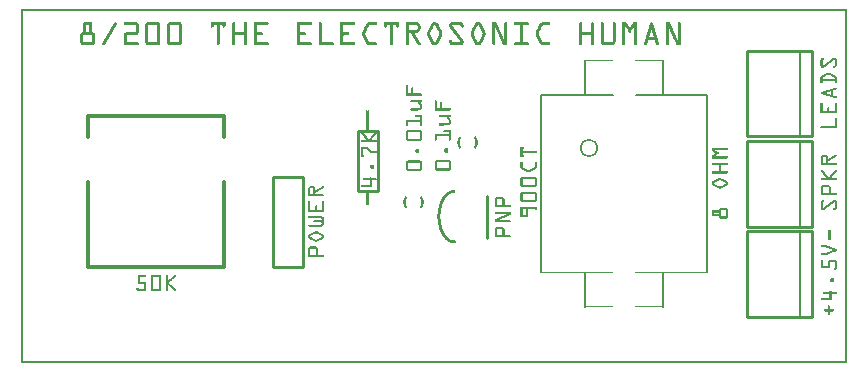
<source format=gto>
G04 MADE WITH FRITZING*
G04 WWW.FRITZING.ORG*
G04 DOUBLE SIDED*
G04 HOLES PLATED*
G04 CONTOUR ON CENTER OF CONTOUR VECTOR*
%ASAXBY*%
%FSLAX23Y23*%
%MOIN*%
%OFA0B0*%
%SFA1.0B1.0*%
%ADD10C,0.060921X0.0509212*%
%ADD11C,0.005000*%
%ADD12C,0.010000*%
%ADD13C,0.012500*%
%ADD14R,0.001000X0.001000*%
%LNSILK1*%
G90*
G70*
G54D10*
X1893Y716D03*
G54D11*
X1735Y894D02*
X1735Y303D01*
D02*
X2286Y303D02*
X2286Y894D01*
D02*
X1881Y895D02*
X1881Y1008D01*
D02*
X2141Y1008D02*
X2141Y894D01*
D02*
X1881Y302D02*
X1881Y188D01*
D02*
X2141Y188D02*
X2141Y302D01*
G54D12*
D02*
X1191Y775D02*
X1191Y575D01*
D02*
X1191Y575D02*
X1125Y575D01*
D02*
X1125Y575D02*
X1125Y775D01*
D02*
X1125Y775D02*
X1191Y775D01*
D02*
X2420Y441D02*
X2420Y155D01*
D02*
X2420Y155D02*
X2636Y155D01*
D02*
X2636Y155D02*
X2636Y441D01*
D02*
X2636Y441D02*
X2420Y441D01*
G54D11*
D02*
X2596Y155D02*
X2596Y441D01*
G54D12*
D02*
X1553Y556D02*
X1553Y416D01*
D02*
X840Y621D02*
X840Y321D01*
D02*
X840Y321D02*
X940Y321D01*
D02*
X940Y321D02*
X940Y621D01*
D02*
X940Y621D02*
X840Y621D01*
D02*
X2420Y1041D02*
X2420Y756D01*
D02*
X2420Y756D02*
X2636Y756D01*
D02*
X2636Y756D02*
X2636Y1041D01*
D02*
X2636Y1041D02*
X2420Y1041D01*
G54D11*
D02*
X2596Y756D02*
X2596Y1041D01*
G54D12*
D02*
X2420Y741D02*
X2420Y455D01*
D02*
X2420Y455D02*
X2636Y455D01*
D02*
X2636Y455D02*
X2636Y741D01*
D02*
X2636Y741D02*
X2420Y741D01*
G54D11*
D02*
X2596Y455D02*
X2596Y741D01*
G54D13*
X224Y753D02*
X224Y825D01*
X677Y825D01*
X677Y753D01*
D02*
X677Y605D02*
X677Y322D01*
X224Y322D01*
X224Y605D01*
D02*
G54D14*
X0Y1181D02*
X2754Y1181D01*
X0Y1180D02*
X2754Y1180D01*
X0Y1179D02*
X2754Y1179D01*
X0Y1178D02*
X2754Y1178D01*
X0Y1177D02*
X2754Y1177D01*
X0Y1176D02*
X2754Y1176D01*
X0Y1175D02*
X2754Y1175D01*
X0Y1174D02*
X2754Y1174D01*
X0Y1173D02*
X7Y1173D01*
X2747Y1173D02*
X2754Y1173D01*
X0Y1172D02*
X7Y1172D01*
X2747Y1172D02*
X2754Y1172D01*
X0Y1171D02*
X7Y1171D01*
X2747Y1171D02*
X2754Y1171D01*
X0Y1170D02*
X7Y1170D01*
X2747Y1170D02*
X2754Y1170D01*
X0Y1169D02*
X7Y1169D01*
X2747Y1169D02*
X2754Y1169D01*
X0Y1168D02*
X7Y1168D01*
X2747Y1168D02*
X2754Y1168D01*
X0Y1167D02*
X7Y1167D01*
X2747Y1167D02*
X2754Y1167D01*
X0Y1166D02*
X7Y1166D01*
X2747Y1166D02*
X2754Y1166D01*
X0Y1165D02*
X7Y1165D01*
X2747Y1165D02*
X2754Y1165D01*
X0Y1164D02*
X7Y1164D01*
X2747Y1164D02*
X2754Y1164D01*
X0Y1163D02*
X7Y1163D01*
X2747Y1163D02*
X2754Y1163D01*
X0Y1162D02*
X7Y1162D01*
X2747Y1162D02*
X2754Y1162D01*
X0Y1161D02*
X7Y1161D01*
X2747Y1161D02*
X2754Y1161D01*
X0Y1160D02*
X7Y1160D01*
X2747Y1160D02*
X2754Y1160D01*
X0Y1159D02*
X7Y1159D01*
X2747Y1159D02*
X2754Y1159D01*
X0Y1158D02*
X7Y1158D01*
X2747Y1158D02*
X2754Y1158D01*
X0Y1157D02*
X7Y1157D01*
X2747Y1157D02*
X2754Y1157D01*
X0Y1156D02*
X7Y1156D01*
X2747Y1156D02*
X2754Y1156D01*
X0Y1155D02*
X7Y1155D01*
X2747Y1155D02*
X2754Y1155D01*
X0Y1154D02*
X7Y1154D01*
X2747Y1154D02*
X2754Y1154D01*
X0Y1153D02*
X7Y1153D01*
X2747Y1153D02*
X2754Y1153D01*
X0Y1152D02*
X7Y1152D01*
X2747Y1152D02*
X2754Y1152D01*
X0Y1151D02*
X7Y1151D01*
X2747Y1151D02*
X2754Y1151D01*
X0Y1150D02*
X7Y1150D01*
X2747Y1150D02*
X2754Y1150D01*
X0Y1149D02*
X7Y1149D01*
X2747Y1149D02*
X2754Y1149D01*
X0Y1148D02*
X7Y1148D01*
X2747Y1148D02*
X2754Y1148D01*
X0Y1147D02*
X7Y1147D01*
X2747Y1147D02*
X2754Y1147D01*
X0Y1146D02*
X7Y1146D01*
X2747Y1146D02*
X2754Y1146D01*
X0Y1145D02*
X7Y1145D01*
X2747Y1145D02*
X2754Y1145D01*
X0Y1144D02*
X7Y1144D01*
X2747Y1144D02*
X2754Y1144D01*
X0Y1143D02*
X7Y1143D01*
X2747Y1143D02*
X2754Y1143D01*
X0Y1142D02*
X7Y1142D01*
X2747Y1142D02*
X2754Y1142D01*
X0Y1141D02*
X7Y1141D01*
X2747Y1141D02*
X2754Y1141D01*
X0Y1140D02*
X7Y1140D01*
X2747Y1140D02*
X2754Y1140D01*
X0Y1139D02*
X7Y1139D01*
X2747Y1139D02*
X2754Y1139D01*
X0Y1138D02*
X7Y1138D01*
X2747Y1138D02*
X2754Y1138D01*
X0Y1137D02*
X7Y1137D01*
X212Y1137D02*
X234Y1137D01*
X314Y1137D02*
X317Y1137D01*
X347Y1137D02*
X385Y1137D01*
X424Y1137D02*
X457Y1137D01*
X496Y1137D02*
X529Y1137D01*
X633Y1137D02*
X681Y1137D01*
X709Y1137D02*
X710Y1137D01*
X748Y1137D02*
X750Y1137D01*
X777Y1137D02*
X822Y1137D01*
X922Y1137D02*
X967Y1137D01*
X998Y1137D02*
X1000Y1137D01*
X1066Y1137D02*
X1112Y1137D01*
X1162Y1137D02*
X1184Y1137D01*
X1211Y1137D02*
X1260Y1137D01*
X1283Y1137D02*
X1320Y1137D01*
X1378Y1137D02*
X1382Y1137D01*
X1437Y1137D02*
X1466Y1137D01*
X1522Y1137D02*
X1526Y1137D01*
X1572Y1137D02*
X1585Y1137D01*
X1615Y1137D02*
X1617Y1137D01*
X1648Y1137D02*
X1690Y1137D01*
X1740Y1137D02*
X1762Y1137D01*
X1865Y1137D02*
X1867Y1137D01*
X1905Y1137D02*
X1907Y1137D01*
X1937Y1137D02*
X1939Y1137D01*
X1977Y1137D02*
X1979Y1137D01*
X2006Y1137D02*
X2018Y1137D01*
X2043Y1137D02*
X2055Y1137D01*
X2101Y1137D02*
X2104Y1137D01*
X2151Y1137D02*
X2163Y1137D01*
X2194Y1137D02*
X2196Y1137D01*
X2747Y1137D02*
X2754Y1137D01*
X0Y1136D02*
X7Y1136D01*
X211Y1136D02*
X236Y1136D01*
X313Y1136D02*
X318Y1136D01*
X345Y1136D02*
X387Y1136D01*
X421Y1136D02*
X459Y1136D01*
X493Y1136D02*
X532Y1136D01*
X633Y1136D02*
X682Y1136D01*
X707Y1136D02*
X712Y1136D01*
X746Y1136D02*
X752Y1136D01*
X777Y1136D02*
X824Y1136D01*
X922Y1136D02*
X969Y1136D01*
X996Y1136D02*
X1001Y1136D01*
X1066Y1136D02*
X1113Y1136D01*
X1159Y1136D02*
X1186Y1136D01*
X1211Y1136D02*
X1260Y1136D01*
X1283Y1136D02*
X1323Y1136D01*
X1375Y1136D02*
X1385Y1136D01*
X1434Y1136D02*
X1469Y1136D01*
X1519Y1136D02*
X1529Y1136D01*
X1572Y1136D02*
X1585Y1136D01*
X1614Y1136D02*
X1619Y1136D01*
X1646Y1136D02*
X1691Y1136D01*
X1737Y1136D02*
X1764Y1136D01*
X1863Y1136D02*
X1869Y1136D01*
X1903Y1136D02*
X1908Y1136D01*
X1935Y1136D02*
X1941Y1136D01*
X1975Y1136D02*
X1981Y1136D01*
X2006Y1136D02*
X2018Y1136D01*
X2042Y1136D02*
X2055Y1136D01*
X2100Y1136D02*
X2105Y1136D01*
X2150Y1136D02*
X2163Y1136D01*
X2192Y1136D02*
X2197Y1136D01*
X2747Y1136D02*
X2754Y1136D01*
X0Y1135D02*
X7Y1135D01*
X210Y1135D02*
X237Y1135D01*
X312Y1135D02*
X319Y1135D01*
X345Y1135D02*
X388Y1135D01*
X420Y1135D02*
X461Y1135D01*
X492Y1135D02*
X533Y1135D01*
X633Y1135D02*
X682Y1135D01*
X706Y1135D02*
X713Y1135D01*
X746Y1135D02*
X753Y1135D01*
X777Y1135D02*
X825Y1135D01*
X922Y1135D02*
X970Y1135D01*
X995Y1135D02*
X1002Y1135D01*
X1066Y1135D02*
X1114Y1135D01*
X1157Y1135D02*
X1186Y1135D01*
X1211Y1135D02*
X1260Y1135D01*
X1283Y1135D02*
X1325Y1135D01*
X1373Y1135D02*
X1387Y1135D01*
X1432Y1135D02*
X1470Y1135D01*
X1518Y1135D02*
X1531Y1135D01*
X1572Y1135D02*
X1586Y1135D01*
X1613Y1135D02*
X1620Y1135D01*
X1645Y1135D02*
X1692Y1135D01*
X1735Y1135D02*
X1765Y1135D01*
X1862Y1135D02*
X1869Y1135D01*
X1902Y1135D02*
X1909Y1135D01*
X1935Y1135D02*
X1942Y1135D01*
X1974Y1135D02*
X1981Y1135D01*
X2006Y1135D02*
X2019Y1135D01*
X2041Y1135D02*
X2055Y1135D01*
X2099Y1135D02*
X2106Y1135D01*
X2150Y1135D02*
X2164Y1135D01*
X2191Y1135D02*
X2198Y1135D01*
X2747Y1135D02*
X2754Y1135D01*
X0Y1134D02*
X7Y1134D01*
X209Y1134D02*
X237Y1134D01*
X311Y1134D02*
X320Y1134D01*
X344Y1134D02*
X390Y1134D01*
X419Y1134D02*
X462Y1134D01*
X491Y1134D02*
X534Y1134D01*
X633Y1134D02*
X682Y1134D01*
X705Y1134D02*
X714Y1134D01*
X745Y1134D02*
X753Y1134D01*
X777Y1134D02*
X826Y1134D01*
X922Y1134D02*
X970Y1134D01*
X994Y1134D02*
X1003Y1134D01*
X1066Y1134D02*
X1115Y1134D01*
X1155Y1134D02*
X1187Y1134D01*
X1211Y1134D02*
X1260Y1134D01*
X1283Y1134D02*
X1326Y1134D01*
X1372Y1134D02*
X1388Y1134D01*
X1431Y1134D02*
X1472Y1134D01*
X1516Y1134D02*
X1532Y1134D01*
X1572Y1134D02*
X1586Y1134D01*
X1612Y1134D02*
X1621Y1134D01*
X1645Y1134D02*
X1693Y1134D01*
X1733Y1134D02*
X1765Y1134D01*
X1862Y1134D02*
X1870Y1134D01*
X1901Y1134D02*
X1910Y1134D01*
X1934Y1134D02*
X1942Y1134D01*
X1974Y1134D02*
X1982Y1134D01*
X2006Y1134D02*
X2020Y1134D01*
X2041Y1134D02*
X2055Y1134D01*
X2098Y1134D02*
X2107Y1134D01*
X2150Y1134D02*
X2164Y1134D01*
X2190Y1134D02*
X2199Y1134D01*
X2747Y1134D02*
X2754Y1134D01*
X0Y1133D02*
X7Y1133D01*
X209Y1133D02*
X238Y1133D01*
X311Y1133D02*
X320Y1133D01*
X344Y1133D02*
X390Y1133D01*
X418Y1133D02*
X463Y1133D01*
X490Y1133D02*
X535Y1133D01*
X633Y1133D02*
X682Y1133D01*
X705Y1133D02*
X714Y1133D01*
X745Y1133D02*
X754Y1133D01*
X777Y1133D02*
X826Y1133D01*
X922Y1133D02*
X970Y1133D01*
X994Y1133D02*
X1003Y1133D01*
X1066Y1133D02*
X1115Y1133D01*
X1154Y1133D02*
X1187Y1133D01*
X1211Y1133D02*
X1260Y1133D01*
X1283Y1133D02*
X1327Y1133D01*
X1371Y1133D02*
X1389Y1133D01*
X1430Y1133D02*
X1473Y1133D01*
X1515Y1133D02*
X1533Y1133D01*
X1572Y1133D02*
X1586Y1133D01*
X1612Y1133D02*
X1621Y1133D01*
X1645Y1133D02*
X1693Y1133D01*
X1732Y1133D02*
X1765Y1133D01*
X1861Y1133D02*
X1870Y1133D01*
X1901Y1133D02*
X1910Y1133D01*
X1934Y1133D02*
X1943Y1133D01*
X1973Y1133D02*
X1982Y1133D01*
X2006Y1133D02*
X2021Y1133D01*
X2040Y1133D02*
X2055Y1133D01*
X2098Y1133D02*
X2107Y1133D01*
X2150Y1133D02*
X2165Y1133D01*
X2190Y1133D02*
X2199Y1133D01*
X2747Y1133D02*
X2754Y1133D01*
X0Y1132D02*
X7Y1132D01*
X209Y1132D02*
X238Y1132D01*
X310Y1132D02*
X320Y1132D01*
X344Y1132D02*
X391Y1132D01*
X417Y1132D02*
X463Y1132D01*
X489Y1132D02*
X536Y1132D01*
X633Y1132D02*
X682Y1132D01*
X705Y1132D02*
X714Y1132D01*
X745Y1132D02*
X754Y1132D01*
X777Y1132D02*
X826Y1132D01*
X922Y1132D02*
X971Y1132D01*
X994Y1132D02*
X1003Y1132D01*
X1066Y1132D02*
X1115Y1132D01*
X1153Y1132D02*
X1187Y1132D01*
X1211Y1132D02*
X1260Y1132D01*
X1283Y1132D02*
X1328Y1132D01*
X1370Y1132D02*
X1390Y1132D01*
X1429Y1132D02*
X1474Y1132D01*
X1514Y1132D02*
X1534Y1132D01*
X1572Y1132D02*
X1587Y1132D01*
X1612Y1132D02*
X1621Y1132D01*
X1645Y1132D02*
X1693Y1132D01*
X1731Y1132D02*
X1766Y1132D01*
X1861Y1132D02*
X1870Y1132D01*
X1901Y1132D02*
X1910Y1132D01*
X1934Y1132D02*
X1943Y1132D01*
X1973Y1132D02*
X1982Y1132D01*
X2006Y1132D02*
X2021Y1132D01*
X2039Y1132D02*
X2055Y1132D01*
X2098Y1132D02*
X2107Y1132D01*
X2150Y1132D02*
X2165Y1132D01*
X2190Y1132D02*
X2199Y1132D01*
X2747Y1132D02*
X2754Y1132D01*
X0Y1131D02*
X7Y1131D01*
X209Y1131D02*
X238Y1131D01*
X309Y1131D02*
X320Y1131D01*
X344Y1131D02*
X392Y1131D01*
X417Y1131D02*
X464Y1131D01*
X489Y1131D02*
X536Y1131D01*
X633Y1131D02*
X682Y1131D01*
X705Y1131D02*
X714Y1131D01*
X745Y1131D02*
X754Y1131D01*
X777Y1131D02*
X826Y1131D01*
X922Y1131D02*
X970Y1131D01*
X994Y1131D02*
X1003Y1131D01*
X1066Y1131D02*
X1115Y1131D01*
X1152Y1131D02*
X1187Y1131D01*
X1211Y1131D02*
X1260Y1131D01*
X1283Y1131D02*
X1329Y1131D01*
X1369Y1131D02*
X1390Y1131D01*
X1429Y1131D02*
X1474Y1131D01*
X1514Y1131D02*
X1535Y1131D01*
X1572Y1131D02*
X1587Y1131D01*
X1612Y1131D02*
X1621Y1131D01*
X1645Y1131D02*
X1693Y1131D01*
X1730Y1131D02*
X1765Y1131D01*
X1861Y1131D02*
X1870Y1131D01*
X1901Y1131D02*
X1910Y1131D01*
X1934Y1131D02*
X1943Y1131D01*
X1973Y1131D02*
X1982Y1131D01*
X2006Y1131D02*
X2022Y1131D01*
X2039Y1131D02*
X2055Y1131D01*
X2097Y1131D02*
X2108Y1131D01*
X2150Y1131D02*
X2165Y1131D01*
X2190Y1131D02*
X2199Y1131D01*
X2747Y1131D02*
X2754Y1131D01*
X0Y1130D02*
X7Y1130D01*
X209Y1130D02*
X238Y1130D01*
X309Y1130D02*
X320Y1130D01*
X344Y1130D02*
X392Y1130D01*
X416Y1130D02*
X464Y1130D01*
X489Y1130D02*
X537Y1130D01*
X633Y1130D02*
X682Y1130D01*
X705Y1130D02*
X714Y1130D01*
X745Y1130D02*
X754Y1130D01*
X777Y1130D02*
X825Y1130D01*
X922Y1130D02*
X970Y1130D01*
X994Y1130D02*
X1003Y1130D01*
X1066Y1130D02*
X1115Y1130D01*
X1152Y1130D02*
X1187Y1130D01*
X1211Y1130D02*
X1260Y1130D01*
X1283Y1130D02*
X1330Y1130D01*
X1369Y1130D02*
X1391Y1130D01*
X1428Y1130D02*
X1475Y1130D01*
X1513Y1130D02*
X1536Y1130D01*
X1572Y1130D02*
X1588Y1130D01*
X1612Y1130D02*
X1621Y1130D01*
X1645Y1130D02*
X1693Y1130D01*
X1730Y1130D02*
X1765Y1130D01*
X1861Y1130D02*
X1870Y1130D01*
X1901Y1130D02*
X1910Y1130D01*
X1934Y1130D02*
X1943Y1130D01*
X1973Y1130D02*
X1982Y1130D01*
X2006Y1130D02*
X2023Y1130D01*
X2038Y1130D02*
X2055Y1130D01*
X2097Y1130D02*
X2108Y1130D01*
X2150Y1130D02*
X2166Y1130D01*
X2190Y1130D02*
X2199Y1130D01*
X2747Y1130D02*
X2754Y1130D01*
X0Y1129D02*
X7Y1129D01*
X209Y1129D02*
X238Y1129D01*
X308Y1129D02*
X319Y1129D01*
X345Y1129D02*
X392Y1129D01*
X416Y1129D02*
X465Y1129D01*
X488Y1129D02*
X537Y1129D01*
X633Y1129D02*
X682Y1129D01*
X705Y1129D02*
X714Y1129D01*
X745Y1129D02*
X754Y1129D01*
X777Y1129D02*
X825Y1129D01*
X922Y1129D02*
X969Y1129D01*
X994Y1129D02*
X1003Y1129D01*
X1066Y1129D02*
X1114Y1129D01*
X1151Y1129D02*
X1186Y1129D01*
X1211Y1129D02*
X1260Y1129D01*
X1283Y1129D02*
X1330Y1129D01*
X1368Y1129D02*
X1392Y1129D01*
X1428Y1129D02*
X1475Y1129D01*
X1513Y1129D02*
X1536Y1129D01*
X1572Y1129D02*
X1588Y1129D01*
X1612Y1129D02*
X1621Y1129D01*
X1646Y1129D02*
X1692Y1129D01*
X1729Y1129D02*
X1764Y1129D01*
X1861Y1129D02*
X1870Y1129D01*
X1901Y1129D02*
X1910Y1129D01*
X1934Y1129D02*
X1943Y1129D01*
X1973Y1129D02*
X1982Y1129D01*
X2006Y1129D02*
X2023Y1129D01*
X2037Y1129D02*
X2055Y1129D01*
X2097Y1129D02*
X2108Y1129D01*
X2150Y1129D02*
X2166Y1129D01*
X2190Y1129D02*
X2199Y1129D01*
X2747Y1129D02*
X2754Y1129D01*
X0Y1128D02*
X7Y1128D01*
X209Y1128D02*
X238Y1128D01*
X308Y1128D02*
X318Y1128D01*
X346Y1128D02*
X392Y1128D01*
X416Y1128D02*
X465Y1128D01*
X488Y1128D02*
X537Y1128D01*
X633Y1128D02*
X682Y1128D01*
X705Y1128D02*
X714Y1128D01*
X745Y1128D02*
X754Y1128D01*
X777Y1128D02*
X824Y1128D01*
X922Y1128D02*
X968Y1128D01*
X994Y1128D02*
X1003Y1128D01*
X1066Y1128D02*
X1113Y1128D01*
X1151Y1128D02*
X1185Y1128D01*
X1211Y1128D02*
X1260Y1128D01*
X1283Y1128D02*
X1331Y1128D01*
X1368Y1128D02*
X1392Y1128D01*
X1428Y1128D02*
X1476Y1128D01*
X1512Y1128D02*
X1537Y1128D01*
X1572Y1128D02*
X1589Y1128D01*
X1612Y1128D02*
X1621Y1128D01*
X1647Y1128D02*
X1691Y1128D01*
X1729Y1128D02*
X1763Y1128D01*
X1861Y1128D02*
X1870Y1128D01*
X1901Y1128D02*
X1910Y1128D01*
X1934Y1128D02*
X1943Y1128D01*
X1973Y1128D02*
X1982Y1128D01*
X2006Y1128D02*
X2024Y1128D01*
X2037Y1128D02*
X2055Y1128D01*
X2097Y1128D02*
X2109Y1128D01*
X2150Y1128D02*
X2167Y1128D01*
X2190Y1128D02*
X2199Y1128D01*
X2747Y1128D02*
X2754Y1128D01*
X0Y1127D02*
X7Y1127D01*
X209Y1127D02*
X218Y1127D01*
X229Y1127D02*
X238Y1127D01*
X307Y1127D02*
X318Y1127D01*
X383Y1127D02*
X392Y1127D01*
X416Y1127D02*
X425Y1127D01*
X455Y1127D02*
X465Y1127D01*
X488Y1127D02*
X497Y1127D01*
X528Y1127D02*
X537Y1127D01*
X633Y1127D02*
X642Y1127D01*
X652Y1127D02*
X662Y1127D01*
X672Y1127D02*
X682Y1127D01*
X705Y1127D02*
X714Y1127D01*
X745Y1127D02*
X754Y1127D01*
X777Y1127D02*
X787Y1127D01*
X922Y1127D02*
X931Y1127D01*
X994Y1127D02*
X1003Y1127D01*
X1066Y1127D02*
X1076Y1127D01*
X1150Y1127D02*
X1162Y1127D01*
X1211Y1127D02*
X1220Y1127D01*
X1230Y1127D02*
X1240Y1127D01*
X1250Y1127D02*
X1260Y1127D01*
X1283Y1127D02*
X1293Y1127D01*
X1319Y1127D02*
X1331Y1127D01*
X1367Y1127D02*
X1378Y1127D01*
X1381Y1127D02*
X1393Y1127D01*
X1428Y1127D02*
X1437Y1127D01*
X1465Y1127D02*
X1476Y1127D01*
X1512Y1127D02*
X1523Y1127D01*
X1526Y1127D02*
X1537Y1127D01*
X1572Y1127D02*
X1589Y1127D01*
X1612Y1127D02*
X1621Y1127D01*
X1664Y1127D02*
X1674Y1127D01*
X1728Y1127D02*
X1741Y1127D01*
X1861Y1127D02*
X1870Y1127D01*
X1901Y1127D02*
X1910Y1127D01*
X1934Y1127D02*
X1943Y1127D01*
X1973Y1127D02*
X1982Y1127D01*
X2006Y1127D02*
X2025Y1127D01*
X2036Y1127D02*
X2055Y1127D01*
X2096Y1127D02*
X2109Y1127D01*
X2150Y1127D02*
X2167Y1127D01*
X2190Y1127D02*
X2199Y1127D01*
X2747Y1127D02*
X2754Y1127D01*
X0Y1126D02*
X7Y1126D01*
X209Y1126D02*
X218Y1126D01*
X229Y1126D02*
X238Y1126D01*
X307Y1126D02*
X317Y1126D01*
X383Y1126D02*
X392Y1126D01*
X416Y1126D02*
X425Y1126D01*
X456Y1126D02*
X465Y1126D01*
X488Y1126D02*
X497Y1126D01*
X528Y1126D02*
X537Y1126D01*
X633Y1126D02*
X642Y1126D01*
X653Y1126D02*
X662Y1126D01*
X672Y1126D02*
X682Y1126D01*
X705Y1126D02*
X714Y1126D01*
X745Y1126D02*
X754Y1126D01*
X777Y1126D02*
X786Y1126D01*
X922Y1126D02*
X931Y1126D01*
X994Y1126D02*
X1003Y1126D01*
X1066Y1126D02*
X1075Y1126D01*
X1150Y1126D02*
X1161Y1126D01*
X1211Y1126D02*
X1220Y1126D01*
X1231Y1126D02*
X1240Y1126D01*
X1251Y1126D02*
X1260Y1126D01*
X1283Y1126D02*
X1292Y1126D01*
X1321Y1126D02*
X1331Y1126D01*
X1367Y1126D02*
X1377Y1126D01*
X1382Y1126D02*
X1393Y1126D01*
X1428Y1126D02*
X1437Y1126D01*
X1466Y1126D02*
X1476Y1126D01*
X1511Y1126D02*
X1522Y1126D01*
X1527Y1126D02*
X1538Y1126D01*
X1572Y1126D02*
X1589Y1126D01*
X1612Y1126D02*
X1621Y1126D01*
X1664Y1126D02*
X1673Y1126D01*
X1728Y1126D02*
X1739Y1126D01*
X1861Y1126D02*
X1870Y1126D01*
X1901Y1126D02*
X1910Y1126D01*
X1934Y1126D02*
X1943Y1126D01*
X1973Y1126D02*
X1982Y1126D01*
X2006Y1126D02*
X2025Y1126D01*
X2035Y1126D02*
X2055Y1126D01*
X2096Y1126D02*
X2109Y1126D01*
X2150Y1126D02*
X2168Y1126D01*
X2190Y1126D02*
X2199Y1126D01*
X2747Y1126D02*
X2754Y1126D01*
X0Y1125D02*
X7Y1125D01*
X209Y1125D02*
X218Y1125D01*
X229Y1125D02*
X238Y1125D01*
X306Y1125D02*
X317Y1125D01*
X383Y1125D02*
X392Y1125D01*
X416Y1125D02*
X425Y1125D01*
X456Y1125D02*
X465Y1125D01*
X488Y1125D02*
X497Y1125D01*
X528Y1125D02*
X537Y1125D01*
X633Y1125D02*
X642Y1125D01*
X653Y1125D02*
X662Y1125D01*
X672Y1125D02*
X682Y1125D01*
X705Y1125D02*
X714Y1125D01*
X745Y1125D02*
X754Y1125D01*
X777Y1125D02*
X786Y1125D01*
X922Y1125D02*
X931Y1125D01*
X994Y1125D02*
X1003Y1125D01*
X1066Y1125D02*
X1075Y1125D01*
X1149Y1125D02*
X1160Y1125D01*
X1211Y1125D02*
X1220Y1125D01*
X1231Y1125D02*
X1240Y1125D01*
X1251Y1125D02*
X1260Y1125D01*
X1283Y1125D02*
X1292Y1125D01*
X1322Y1125D02*
X1332Y1125D01*
X1366Y1125D02*
X1376Y1125D01*
X1383Y1125D02*
X1394Y1125D01*
X1428Y1125D02*
X1437Y1125D01*
X1467Y1125D02*
X1476Y1125D01*
X1511Y1125D02*
X1521Y1125D01*
X1528Y1125D02*
X1538Y1125D01*
X1572Y1125D02*
X1590Y1125D01*
X1612Y1125D02*
X1621Y1125D01*
X1664Y1125D02*
X1673Y1125D01*
X1727Y1125D02*
X1738Y1125D01*
X1861Y1125D02*
X1870Y1125D01*
X1901Y1125D02*
X1910Y1125D01*
X1934Y1125D02*
X1943Y1125D01*
X1973Y1125D02*
X1982Y1125D01*
X2006Y1125D02*
X2026Y1125D01*
X2034Y1125D02*
X2055Y1125D01*
X2096Y1125D02*
X2109Y1125D01*
X2150Y1125D02*
X2168Y1125D01*
X2190Y1125D02*
X2199Y1125D01*
X2747Y1125D02*
X2754Y1125D01*
X0Y1124D02*
X7Y1124D01*
X209Y1124D02*
X218Y1124D01*
X229Y1124D02*
X238Y1124D01*
X305Y1124D02*
X316Y1124D01*
X383Y1124D02*
X392Y1124D01*
X416Y1124D02*
X425Y1124D01*
X456Y1124D02*
X465Y1124D01*
X488Y1124D02*
X497Y1124D01*
X528Y1124D02*
X537Y1124D01*
X633Y1124D02*
X642Y1124D01*
X653Y1124D02*
X662Y1124D01*
X672Y1124D02*
X682Y1124D01*
X705Y1124D02*
X714Y1124D01*
X745Y1124D02*
X754Y1124D01*
X777Y1124D02*
X786Y1124D01*
X922Y1124D02*
X931Y1124D01*
X994Y1124D02*
X1003Y1124D01*
X1066Y1124D02*
X1075Y1124D01*
X1149Y1124D02*
X1159Y1124D01*
X1211Y1124D02*
X1220Y1124D01*
X1231Y1124D02*
X1240Y1124D01*
X1251Y1124D02*
X1260Y1124D01*
X1283Y1124D02*
X1292Y1124D01*
X1322Y1124D02*
X1332Y1124D01*
X1366Y1124D02*
X1376Y1124D01*
X1384Y1124D02*
X1394Y1124D01*
X1428Y1124D02*
X1438Y1124D01*
X1467Y1124D02*
X1476Y1124D01*
X1510Y1124D02*
X1520Y1124D01*
X1528Y1124D02*
X1539Y1124D01*
X1572Y1124D02*
X1590Y1124D01*
X1612Y1124D02*
X1621Y1124D01*
X1664Y1124D02*
X1673Y1124D01*
X1727Y1124D02*
X1737Y1124D01*
X1861Y1124D02*
X1870Y1124D01*
X1901Y1124D02*
X1910Y1124D01*
X1934Y1124D02*
X1943Y1124D01*
X1973Y1124D02*
X1982Y1124D01*
X2006Y1124D02*
X2027Y1124D01*
X2034Y1124D02*
X2055Y1124D01*
X2095Y1124D02*
X2110Y1124D01*
X2150Y1124D02*
X2169Y1124D01*
X2190Y1124D02*
X2199Y1124D01*
X2747Y1124D02*
X2754Y1124D01*
X0Y1123D02*
X7Y1123D01*
X209Y1123D02*
X218Y1123D01*
X229Y1123D02*
X238Y1123D01*
X305Y1123D02*
X316Y1123D01*
X383Y1123D02*
X392Y1123D01*
X416Y1123D02*
X425Y1123D01*
X456Y1123D02*
X465Y1123D01*
X488Y1123D02*
X497Y1123D01*
X528Y1123D02*
X537Y1123D01*
X633Y1123D02*
X642Y1123D01*
X653Y1123D02*
X662Y1123D01*
X673Y1123D02*
X681Y1123D01*
X705Y1123D02*
X714Y1123D01*
X745Y1123D02*
X754Y1123D01*
X777Y1123D02*
X786Y1123D01*
X922Y1123D02*
X931Y1123D01*
X994Y1123D02*
X1003Y1123D01*
X1066Y1123D02*
X1075Y1123D01*
X1148Y1123D02*
X1159Y1123D01*
X1211Y1123D02*
X1220Y1123D01*
X1231Y1123D02*
X1240Y1123D01*
X1251Y1123D02*
X1260Y1123D01*
X1283Y1123D02*
X1292Y1123D01*
X1323Y1123D02*
X1332Y1123D01*
X1365Y1123D02*
X1375Y1123D01*
X1384Y1123D02*
X1395Y1123D01*
X1428Y1123D02*
X1439Y1123D01*
X1468Y1123D02*
X1476Y1123D01*
X1510Y1123D02*
X1520Y1123D01*
X1529Y1123D02*
X1539Y1123D01*
X1572Y1123D02*
X1591Y1123D01*
X1612Y1123D02*
X1621Y1123D01*
X1664Y1123D02*
X1673Y1123D01*
X1726Y1123D02*
X1737Y1123D01*
X1861Y1123D02*
X1870Y1123D01*
X1901Y1123D02*
X1910Y1123D01*
X1934Y1123D02*
X1943Y1123D01*
X1973Y1123D02*
X1982Y1123D01*
X2006Y1123D02*
X2028Y1123D01*
X2033Y1123D02*
X2055Y1123D01*
X2095Y1123D02*
X2110Y1123D01*
X2150Y1123D02*
X2169Y1123D01*
X2190Y1123D02*
X2199Y1123D01*
X2747Y1123D02*
X2754Y1123D01*
X0Y1122D02*
X7Y1122D01*
X209Y1122D02*
X218Y1122D01*
X229Y1122D02*
X238Y1122D01*
X304Y1122D02*
X315Y1122D01*
X383Y1122D02*
X392Y1122D01*
X416Y1122D02*
X425Y1122D01*
X456Y1122D02*
X465Y1122D01*
X488Y1122D02*
X497Y1122D01*
X528Y1122D02*
X537Y1122D01*
X633Y1122D02*
X641Y1122D01*
X653Y1122D02*
X662Y1122D01*
X673Y1122D02*
X681Y1122D01*
X705Y1122D02*
X714Y1122D01*
X745Y1122D02*
X754Y1122D01*
X777Y1122D02*
X786Y1122D01*
X922Y1122D02*
X931Y1122D01*
X994Y1122D02*
X1003Y1122D01*
X1066Y1122D02*
X1075Y1122D01*
X1148Y1122D02*
X1158Y1122D01*
X1211Y1122D02*
X1220Y1122D01*
X1231Y1122D02*
X1240Y1122D01*
X1251Y1122D02*
X1259Y1122D01*
X1283Y1122D02*
X1292Y1122D01*
X1323Y1122D02*
X1332Y1122D01*
X1365Y1122D02*
X1375Y1122D01*
X1385Y1122D02*
X1395Y1122D01*
X1428Y1122D02*
X1440Y1122D01*
X1468Y1122D02*
X1476Y1122D01*
X1509Y1122D02*
X1519Y1122D01*
X1529Y1122D02*
X1540Y1122D01*
X1572Y1122D02*
X1591Y1122D01*
X1612Y1122D02*
X1621Y1122D01*
X1664Y1122D02*
X1673Y1122D01*
X1726Y1122D02*
X1736Y1122D01*
X1861Y1122D02*
X1870Y1122D01*
X1901Y1122D02*
X1910Y1122D01*
X1934Y1122D02*
X1943Y1122D01*
X1973Y1122D02*
X1982Y1122D01*
X2006Y1122D02*
X2015Y1122D01*
X2017Y1122D02*
X2028Y1122D01*
X2032Y1122D02*
X2044Y1122D01*
X2046Y1122D02*
X2055Y1122D01*
X2095Y1122D02*
X2110Y1122D01*
X2150Y1122D02*
X2169Y1122D01*
X2190Y1122D02*
X2199Y1122D01*
X2747Y1122D02*
X2754Y1122D01*
X0Y1121D02*
X7Y1121D01*
X209Y1121D02*
X218Y1121D01*
X229Y1121D02*
X238Y1121D01*
X304Y1121D02*
X314Y1121D01*
X383Y1121D02*
X392Y1121D01*
X416Y1121D02*
X425Y1121D01*
X456Y1121D02*
X465Y1121D01*
X488Y1121D02*
X497Y1121D01*
X528Y1121D02*
X537Y1121D01*
X634Y1121D02*
X641Y1121D01*
X653Y1121D02*
X662Y1121D01*
X673Y1121D02*
X681Y1121D01*
X705Y1121D02*
X714Y1121D01*
X745Y1121D02*
X754Y1121D01*
X777Y1121D02*
X786Y1121D01*
X922Y1121D02*
X931Y1121D01*
X994Y1121D02*
X1003Y1121D01*
X1066Y1121D02*
X1075Y1121D01*
X1147Y1121D02*
X1158Y1121D01*
X1212Y1121D02*
X1219Y1121D01*
X1231Y1121D02*
X1240Y1121D01*
X1252Y1121D02*
X1259Y1121D01*
X1283Y1121D02*
X1292Y1121D01*
X1323Y1121D02*
X1332Y1121D01*
X1364Y1121D02*
X1374Y1121D01*
X1385Y1121D02*
X1396Y1121D01*
X1429Y1121D02*
X1440Y1121D01*
X1468Y1121D02*
X1476Y1121D01*
X1509Y1121D02*
X1519Y1121D01*
X1530Y1121D02*
X1540Y1121D01*
X1572Y1121D02*
X1592Y1121D01*
X1612Y1121D02*
X1621Y1121D01*
X1664Y1121D02*
X1673Y1121D01*
X1725Y1121D02*
X1736Y1121D01*
X1861Y1121D02*
X1870Y1121D01*
X1901Y1121D02*
X1910Y1121D01*
X1934Y1121D02*
X1943Y1121D01*
X1973Y1121D02*
X1982Y1121D01*
X2006Y1121D02*
X2015Y1121D01*
X2018Y1121D02*
X2029Y1121D01*
X2032Y1121D02*
X2043Y1121D01*
X2046Y1121D02*
X2055Y1121D01*
X2094Y1121D02*
X2111Y1121D01*
X2150Y1121D02*
X2170Y1121D01*
X2190Y1121D02*
X2199Y1121D01*
X2747Y1121D02*
X2754Y1121D01*
X0Y1120D02*
X7Y1120D01*
X209Y1120D02*
X218Y1120D01*
X229Y1120D02*
X238Y1120D01*
X303Y1120D02*
X314Y1120D01*
X383Y1120D02*
X392Y1120D01*
X416Y1120D02*
X425Y1120D01*
X456Y1120D02*
X465Y1120D01*
X488Y1120D02*
X497Y1120D01*
X528Y1120D02*
X537Y1120D01*
X634Y1120D02*
X640Y1120D01*
X653Y1120D02*
X662Y1120D01*
X674Y1120D02*
X680Y1120D01*
X705Y1120D02*
X714Y1120D01*
X745Y1120D02*
X754Y1120D01*
X777Y1120D02*
X786Y1120D01*
X922Y1120D02*
X931Y1120D01*
X994Y1120D02*
X1003Y1120D01*
X1066Y1120D02*
X1075Y1120D01*
X1147Y1120D02*
X1157Y1120D01*
X1213Y1120D02*
X1218Y1120D01*
X1231Y1120D02*
X1240Y1120D01*
X1252Y1120D02*
X1258Y1120D01*
X1283Y1120D02*
X1292Y1120D01*
X1323Y1120D02*
X1332Y1120D01*
X1364Y1120D02*
X1374Y1120D01*
X1386Y1120D02*
X1396Y1120D01*
X1429Y1120D02*
X1441Y1120D01*
X1469Y1120D02*
X1475Y1120D01*
X1508Y1120D02*
X1518Y1120D01*
X1530Y1120D02*
X1541Y1120D01*
X1572Y1120D02*
X1592Y1120D01*
X1612Y1120D02*
X1621Y1120D01*
X1664Y1120D02*
X1673Y1120D01*
X1725Y1120D02*
X1735Y1120D01*
X1861Y1120D02*
X1870Y1120D01*
X1901Y1120D02*
X1910Y1120D01*
X1934Y1120D02*
X1943Y1120D01*
X1973Y1120D02*
X1982Y1120D01*
X2006Y1120D02*
X2015Y1120D01*
X2018Y1120D02*
X2042Y1120D01*
X2046Y1120D02*
X2055Y1120D01*
X2094Y1120D02*
X2111Y1120D01*
X2150Y1120D02*
X2170Y1120D01*
X2190Y1120D02*
X2199Y1120D01*
X2747Y1120D02*
X2754Y1120D01*
X0Y1119D02*
X7Y1119D01*
X209Y1119D02*
X218Y1119D01*
X229Y1119D02*
X238Y1119D01*
X302Y1119D02*
X313Y1119D01*
X383Y1119D02*
X392Y1119D01*
X416Y1119D02*
X425Y1119D01*
X456Y1119D02*
X465Y1119D01*
X488Y1119D02*
X497Y1119D01*
X528Y1119D02*
X537Y1119D01*
X636Y1119D02*
X638Y1119D01*
X653Y1119D02*
X662Y1119D01*
X676Y1119D02*
X678Y1119D01*
X705Y1119D02*
X714Y1119D01*
X745Y1119D02*
X754Y1119D01*
X777Y1119D02*
X786Y1119D01*
X922Y1119D02*
X931Y1119D01*
X994Y1119D02*
X1003Y1119D01*
X1066Y1119D02*
X1075Y1119D01*
X1146Y1119D02*
X1157Y1119D01*
X1214Y1119D02*
X1217Y1119D01*
X1231Y1119D02*
X1240Y1119D01*
X1254Y1119D02*
X1256Y1119D01*
X1283Y1119D02*
X1292Y1119D01*
X1323Y1119D02*
X1332Y1119D01*
X1363Y1119D02*
X1373Y1119D01*
X1386Y1119D02*
X1397Y1119D01*
X1430Y1119D02*
X1442Y1119D01*
X1471Y1119D02*
X1473Y1119D01*
X1508Y1119D02*
X1518Y1119D01*
X1531Y1119D02*
X1541Y1119D01*
X1572Y1119D02*
X1593Y1119D01*
X1612Y1119D02*
X1621Y1119D01*
X1664Y1119D02*
X1673Y1119D01*
X1724Y1119D02*
X1735Y1119D01*
X1861Y1119D02*
X1870Y1119D01*
X1901Y1119D02*
X1910Y1119D01*
X1934Y1119D02*
X1943Y1119D01*
X1973Y1119D02*
X1982Y1119D01*
X2006Y1119D02*
X2015Y1119D01*
X2019Y1119D02*
X2042Y1119D01*
X2046Y1119D02*
X2055Y1119D01*
X2094Y1119D02*
X2111Y1119D01*
X2150Y1119D02*
X2171Y1119D01*
X2190Y1119D02*
X2199Y1119D01*
X2747Y1119D02*
X2754Y1119D01*
X0Y1118D02*
X7Y1118D01*
X209Y1118D02*
X218Y1118D01*
X229Y1118D02*
X238Y1118D01*
X302Y1118D02*
X313Y1118D01*
X383Y1118D02*
X392Y1118D01*
X416Y1118D02*
X425Y1118D01*
X456Y1118D02*
X465Y1118D01*
X488Y1118D02*
X497Y1118D01*
X528Y1118D02*
X537Y1118D01*
X653Y1118D02*
X662Y1118D01*
X705Y1118D02*
X714Y1118D01*
X745Y1118D02*
X754Y1118D01*
X777Y1118D02*
X786Y1118D01*
X922Y1118D02*
X931Y1118D01*
X994Y1118D02*
X1003Y1118D01*
X1066Y1118D02*
X1075Y1118D01*
X1146Y1118D02*
X1156Y1118D01*
X1231Y1118D02*
X1240Y1118D01*
X1283Y1118D02*
X1292Y1118D01*
X1323Y1118D02*
X1332Y1118D01*
X1363Y1118D02*
X1373Y1118D01*
X1387Y1118D02*
X1397Y1118D01*
X1431Y1118D02*
X1443Y1118D01*
X1507Y1118D02*
X1517Y1118D01*
X1531Y1118D02*
X1542Y1118D01*
X1572Y1118D02*
X1581Y1118D01*
X1583Y1118D02*
X1593Y1118D01*
X1612Y1118D02*
X1621Y1118D01*
X1664Y1118D02*
X1673Y1118D01*
X1724Y1118D02*
X1734Y1118D01*
X1861Y1118D02*
X1870Y1118D01*
X1901Y1118D02*
X1910Y1118D01*
X1934Y1118D02*
X1943Y1118D01*
X1973Y1118D02*
X1982Y1118D01*
X2006Y1118D02*
X2015Y1118D01*
X2020Y1118D02*
X2041Y1118D01*
X2046Y1118D02*
X2055Y1118D01*
X2094Y1118D02*
X2111Y1118D01*
X2150Y1118D02*
X2171Y1118D01*
X2190Y1118D02*
X2199Y1118D01*
X2747Y1118D02*
X2754Y1118D01*
X0Y1117D02*
X7Y1117D01*
X209Y1117D02*
X218Y1117D01*
X229Y1117D02*
X238Y1117D01*
X301Y1117D02*
X312Y1117D01*
X383Y1117D02*
X392Y1117D01*
X416Y1117D02*
X425Y1117D01*
X456Y1117D02*
X465Y1117D01*
X488Y1117D02*
X497Y1117D01*
X528Y1117D02*
X537Y1117D01*
X653Y1117D02*
X662Y1117D01*
X705Y1117D02*
X714Y1117D01*
X745Y1117D02*
X754Y1117D01*
X777Y1117D02*
X786Y1117D01*
X922Y1117D02*
X931Y1117D01*
X994Y1117D02*
X1003Y1117D01*
X1066Y1117D02*
X1075Y1117D01*
X1145Y1117D02*
X1156Y1117D01*
X1231Y1117D02*
X1240Y1117D01*
X1283Y1117D02*
X1292Y1117D01*
X1323Y1117D02*
X1332Y1117D01*
X1362Y1117D02*
X1372Y1117D01*
X1387Y1117D02*
X1398Y1117D01*
X1431Y1117D02*
X1443Y1117D01*
X1507Y1117D02*
X1517Y1117D01*
X1532Y1117D02*
X1542Y1117D01*
X1572Y1117D02*
X1581Y1117D01*
X1583Y1117D02*
X1593Y1117D01*
X1612Y1117D02*
X1621Y1117D01*
X1664Y1117D02*
X1673Y1117D01*
X1723Y1117D02*
X1734Y1117D01*
X1861Y1117D02*
X1870Y1117D01*
X1901Y1117D02*
X1910Y1117D01*
X1934Y1117D02*
X1943Y1117D01*
X1973Y1117D02*
X1982Y1117D01*
X2006Y1117D02*
X2015Y1117D01*
X2020Y1117D02*
X2040Y1117D01*
X2046Y1117D02*
X2055Y1117D01*
X2093Y1117D02*
X2112Y1117D01*
X2150Y1117D02*
X2160Y1117D01*
X2162Y1117D02*
X2172Y1117D01*
X2190Y1117D02*
X2199Y1117D01*
X2747Y1117D02*
X2754Y1117D01*
X0Y1116D02*
X7Y1116D01*
X209Y1116D02*
X218Y1116D01*
X229Y1116D02*
X238Y1116D01*
X301Y1116D02*
X311Y1116D01*
X383Y1116D02*
X392Y1116D01*
X416Y1116D02*
X425Y1116D01*
X456Y1116D02*
X465Y1116D01*
X488Y1116D02*
X497Y1116D01*
X528Y1116D02*
X537Y1116D01*
X653Y1116D02*
X662Y1116D01*
X705Y1116D02*
X714Y1116D01*
X745Y1116D02*
X754Y1116D01*
X777Y1116D02*
X786Y1116D01*
X922Y1116D02*
X931Y1116D01*
X994Y1116D02*
X1003Y1116D01*
X1066Y1116D02*
X1075Y1116D01*
X1145Y1116D02*
X1155Y1116D01*
X1231Y1116D02*
X1240Y1116D01*
X1283Y1116D02*
X1292Y1116D01*
X1323Y1116D02*
X1332Y1116D01*
X1362Y1116D02*
X1372Y1116D01*
X1388Y1116D02*
X1398Y1116D01*
X1432Y1116D02*
X1444Y1116D01*
X1506Y1116D02*
X1516Y1116D01*
X1532Y1116D02*
X1543Y1116D01*
X1572Y1116D02*
X1581Y1116D01*
X1584Y1116D02*
X1594Y1116D01*
X1612Y1116D02*
X1621Y1116D01*
X1664Y1116D02*
X1673Y1116D01*
X1723Y1116D02*
X1733Y1116D01*
X1861Y1116D02*
X1870Y1116D01*
X1901Y1116D02*
X1910Y1116D01*
X1934Y1116D02*
X1943Y1116D01*
X1973Y1116D02*
X1982Y1116D01*
X2006Y1116D02*
X2015Y1116D01*
X2021Y1116D02*
X2039Y1116D01*
X2046Y1116D02*
X2055Y1116D01*
X2093Y1116D02*
X2112Y1116D01*
X2150Y1116D02*
X2160Y1116D01*
X2162Y1116D02*
X2172Y1116D01*
X2190Y1116D02*
X2199Y1116D01*
X2747Y1116D02*
X2754Y1116D01*
X0Y1115D02*
X7Y1115D01*
X209Y1115D02*
X218Y1115D01*
X229Y1115D02*
X238Y1115D01*
X300Y1115D02*
X311Y1115D01*
X383Y1115D02*
X392Y1115D01*
X416Y1115D02*
X425Y1115D01*
X456Y1115D02*
X465Y1115D01*
X488Y1115D02*
X497Y1115D01*
X528Y1115D02*
X537Y1115D01*
X653Y1115D02*
X662Y1115D01*
X705Y1115D02*
X714Y1115D01*
X745Y1115D02*
X754Y1115D01*
X777Y1115D02*
X786Y1115D01*
X922Y1115D02*
X931Y1115D01*
X994Y1115D02*
X1003Y1115D01*
X1066Y1115D02*
X1075Y1115D01*
X1144Y1115D02*
X1155Y1115D01*
X1231Y1115D02*
X1240Y1115D01*
X1283Y1115D02*
X1292Y1115D01*
X1322Y1115D02*
X1332Y1115D01*
X1361Y1115D02*
X1371Y1115D01*
X1388Y1115D02*
X1399Y1115D01*
X1433Y1115D02*
X1445Y1115D01*
X1506Y1115D02*
X1516Y1115D01*
X1533Y1115D02*
X1543Y1115D01*
X1572Y1115D02*
X1581Y1115D01*
X1584Y1115D02*
X1594Y1115D01*
X1612Y1115D02*
X1621Y1115D01*
X1664Y1115D02*
X1673Y1115D01*
X1722Y1115D02*
X1733Y1115D01*
X1861Y1115D02*
X1870Y1115D01*
X1901Y1115D02*
X1910Y1115D01*
X1934Y1115D02*
X1943Y1115D01*
X1973Y1115D02*
X1982Y1115D01*
X2006Y1115D02*
X2015Y1115D01*
X2022Y1115D02*
X2039Y1115D01*
X2046Y1115D02*
X2055Y1115D01*
X2093Y1115D02*
X2112Y1115D01*
X2150Y1115D02*
X2160Y1115D01*
X2162Y1115D02*
X2173Y1115D01*
X2190Y1115D02*
X2199Y1115D01*
X2747Y1115D02*
X2754Y1115D01*
X0Y1114D02*
X7Y1114D01*
X209Y1114D02*
X218Y1114D01*
X229Y1114D02*
X238Y1114D01*
X299Y1114D02*
X310Y1114D01*
X383Y1114D02*
X392Y1114D01*
X416Y1114D02*
X425Y1114D01*
X456Y1114D02*
X465Y1114D01*
X488Y1114D02*
X497Y1114D01*
X528Y1114D02*
X537Y1114D01*
X653Y1114D02*
X662Y1114D01*
X705Y1114D02*
X714Y1114D01*
X745Y1114D02*
X754Y1114D01*
X777Y1114D02*
X786Y1114D01*
X922Y1114D02*
X931Y1114D01*
X994Y1114D02*
X1003Y1114D01*
X1066Y1114D02*
X1075Y1114D01*
X1144Y1114D02*
X1154Y1114D01*
X1231Y1114D02*
X1240Y1114D01*
X1283Y1114D02*
X1292Y1114D01*
X1322Y1114D02*
X1332Y1114D01*
X1361Y1114D02*
X1371Y1114D01*
X1389Y1114D02*
X1399Y1114D01*
X1434Y1114D02*
X1446Y1114D01*
X1505Y1114D02*
X1515Y1114D01*
X1533Y1114D02*
X1544Y1114D01*
X1572Y1114D02*
X1581Y1114D01*
X1585Y1114D02*
X1595Y1114D01*
X1612Y1114D02*
X1621Y1114D01*
X1664Y1114D02*
X1673Y1114D01*
X1722Y1114D02*
X1732Y1114D01*
X1861Y1114D02*
X1870Y1114D01*
X1901Y1114D02*
X1910Y1114D01*
X1934Y1114D02*
X1943Y1114D01*
X1973Y1114D02*
X1982Y1114D01*
X2006Y1114D02*
X2015Y1114D01*
X2022Y1114D02*
X2038Y1114D01*
X2046Y1114D02*
X2055Y1114D01*
X2092Y1114D02*
X2113Y1114D01*
X2150Y1114D02*
X2160Y1114D01*
X2163Y1114D02*
X2173Y1114D01*
X2190Y1114D02*
X2199Y1114D01*
X2747Y1114D02*
X2754Y1114D01*
X0Y1113D02*
X7Y1113D01*
X209Y1113D02*
X218Y1113D01*
X229Y1113D02*
X238Y1113D01*
X299Y1113D02*
X310Y1113D01*
X383Y1113D02*
X392Y1113D01*
X416Y1113D02*
X425Y1113D01*
X456Y1113D02*
X465Y1113D01*
X488Y1113D02*
X497Y1113D01*
X528Y1113D02*
X537Y1113D01*
X653Y1113D02*
X662Y1113D01*
X705Y1113D02*
X714Y1113D01*
X745Y1113D02*
X754Y1113D01*
X777Y1113D02*
X786Y1113D01*
X922Y1113D02*
X931Y1113D01*
X994Y1113D02*
X1003Y1113D01*
X1066Y1113D02*
X1075Y1113D01*
X1143Y1113D02*
X1154Y1113D01*
X1231Y1113D02*
X1240Y1113D01*
X1283Y1113D02*
X1292Y1113D01*
X1321Y1113D02*
X1331Y1113D01*
X1360Y1113D02*
X1370Y1113D01*
X1389Y1113D02*
X1400Y1113D01*
X1435Y1113D02*
X1447Y1113D01*
X1505Y1113D02*
X1515Y1113D01*
X1534Y1113D02*
X1544Y1113D01*
X1572Y1113D02*
X1581Y1113D01*
X1585Y1113D02*
X1595Y1113D01*
X1612Y1113D02*
X1621Y1113D01*
X1664Y1113D02*
X1673Y1113D01*
X1721Y1113D02*
X1732Y1113D01*
X1861Y1113D02*
X1870Y1113D01*
X1901Y1113D02*
X1910Y1113D01*
X1934Y1113D02*
X1943Y1113D01*
X1973Y1113D02*
X1982Y1113D01*
X2006Y1113D02*
X2015Y1113D01*
X2023Y1113D02*
X2037Y1113D01*
X2046Y1113D02*
X2055Y1113D01*
X2092Y1113D02*
X2113Y1113D01*
X2150Y1113D02*
X2160Y1113D01*
X2163Y1113D02*
X2173Y1113D01*
X2190Y1113D02*
X2199Y1113D01*
X2747Y1113D02*
X2754Y1113D01*
X0Y1112D02*
X7Y1112D01*
X209Y1112D02*
X218Y1112D01*
X229Y1112D02*
X238Y1112D01*
X298Y1112D02*
X309Y1112D01*
X383Y1112D02*
X392Y1112D01*
X416Y1112D02*
X425Y1112D01*
X456Y1112D02*
X465Y1112D01*
X488Y1112D02*
X497Y1112D01*
X528Y1112D02*
X537Y1112D01*
X653Y1112D02*
X662Y1112D01*
X705Y1112D02*
X714Y1112D01*
X745Y1112D02*
X754Y1112D01*
X777Y1112D02*
X786Y1112D01*
X922Y1112D02*
X931Y1112D01*
X994Y1112D02*
X1003Y1112D01*
X1066Y1112D02*
X1075Y1112D01*
X1143Y1112D02*
X1153Y1112D01*
X1231Y1112D02*
X1240Y1112D01*
X1283Y1112D02*
X1292Y1112D01*
X1319Y1112D02*
X1331Y1112D01*
X1360Y1112D02*
X1370Y1112D01*
X1390Y1112D02*
X1400Y1112D01*
X1435Y1112D02*
X1447Y1112D01*
X1504Y1112D02*
X1514Y1112D01*
X1534Y1112D02*
X1545Y1112D01*
X1572Y1112D02*
X1581Y1112D01*
X1586Y1112D02*
X1596Y1112D01*
X1612Y1112D02*
X1621Y1112D01*
X1664Y1112D02*
X1673Y1112D01*
X1721Y1112D02*
X1731Y1112D01*
X1861Y1112D02*
X1870Y1112D01*
X1901Y1112D02*
X1910Y1112D01*
X1934Y1112D02*
X1943Y1112D01*
X1973Y1112D02*
X1982Y1112D01*
X2006Y1112D02*
X2015Y1112D01*
X2024Y1112D02*
X2037Y1112D01*
X2046Y1112D02*
X2055Y1112D01*
X2092Y1112D02*
X2101Y1112D01*
X2104Y1112D02*
X2113Y1112D01*
X2150Y1112D02*
X2160Y1112D01*
X2164Y1112D02*
X2174Y1112D01*
X2190Y1112D02*
X2199Y1112D01*
X2747Y1112D02*
X2754Y1112D01*
X0Y1111D02*
X7Y1111D01*
X209Y1111D02*
X218Y1111D01*
X229Y1111D02*
X238Y1111D01*
X298Y1111D02*
X309Y1111D01*
X383Y1111D02*
X392Y1111D01*
X416Y1111D02*
X425Y1111D01*
X456Y1111D02*
X465Y1111D01*
X488Y1111D02*
X497Y1111D01*
X528Y1111D02*
X537Y1111D01*
X653Y1111D02*
X662Y1111D01*
X705Y1111D02*
X714Y1111D01*
X745Y1111D02*
X754Y1111D01*
X777Y1111D02*
X786Y1111D01*
X922Y1111D02*
X931Y1111D01*
X994Y1111D02*
X1003Y1111D01*
X1066Y1111D02*
X1075Y1111D01*
X1142Y1111D02*
X1153Y1111D01*
X1231Y1111D02*
X1240Y1111D01*
X1283Y1111D02*
X1331Y1111D01*
X1359Y1111D02*
X1369Y1111D01*
X1390Y1111D02*
X1401Y1111D01*
X1436Y1111D02*
X1448Y1111D01*
X1504Y1111D02*
X1514Y1111D01*
X1535Y1111D02*
X1545Y1111D01*
X1572Y1111D02*
X1581Y1111D01*
X1586Y1111D02*
X1596Y1111D01*
X1612Y1111D02*
X1621Y1111D01*
X1664Y1111D02*
X1673Y1111D01*
X1720Y1111D02*
X1731Y1111D01*
X1861Y1111D02*
X1870Y1111D01*
X1901Y1111D02*
X1910Y1111D01*
X1934Y1111D02*
X1943Y1111D01*
X1973Y1111D02*
X1982Y1111D01*
X2006Y1111D02*
X2015Y1111D01*
X2025Y1111D02*
X2036Y1111D01*
X2046Y1111D02*
X2055Y1111D01*
X2092Y1111D02*
X2101Y1111D01*
X2104Y1111D02*
X2113Y1111D01*
X2150Y1111D02*
X2160Y1111D01*
X2164Y1111D02*
X2174Y1111D01*
X2190Y1111D02*
X2199Y1111D01*
X2747Y1111D02*
X2754Y1111D01*
X0Y1110D02*
X7Y1110D01*
X209Y1110D02*
X218Y1110D01*
X229Y1110D02*
X238Y1110D01*
X297Y1110D02*
X308Y1110D01*
X383Y1110D02*
X392Y1110D01*
X416Y1110D02*
X425Y1110D01*
X456Y1110D02*
X465Y1110D01*
X488Y1110D02*
X497Y1110D01*
X528Y1110D02*
X537Y1110D01*
X653Y1110D02*
X662Y1110D01*
X705Y1110D02*
X714Y1110D01*
X745Y1110D02*
X754Y1110D01*
X777Y1110D02*
X786Y1110D01*
X922Y1110D02*
X931Y1110D01*
X994Y1110D02*
X1003Y1110D01*
X1066Y1110D02*
X1075Y1110D01*
X1142Y1110D02*
X1152Y1110D01*
X1231Y1110D02*
X1240Y1110D01*
X1283Y1110D02*
X1330Y1110D01*
X1359Y1110D02*
X1369Y1110D01*
X1391Y1110D02*
X1401Y1110D01*
X1437Y1110D02*
X1449Y1110D01*
X1503Y1110D02*
X1513Y1110D01*
X1535Y1110D02*
X1546Y1110D01*
X1572Y1110D02*
X1581Y1110D01*
X1586Y1110D02*
X1597Y1110D01*
X1612Y1110D02*
X1621Y1110D01*
X1664Y1110D02*
X1673Y1110D01*
X1720Y1110D02*
X1730Y1110D01*
X1861Y1110D02*
X1870Y1110D01*
X1901Y1110D02*
X1910Y1110D01*
X1934Y1110D02*
X1943Y1110D01*
X1973Y1110D02*
X1982Y1110D01*
X2006Y1110D02*
X2015Y1110D01*
X2025Y1110D02*
X2035Y1110D01*
X2046Y1110D02*
X2055Y1110D01*
X2091Y1110D02*
X2101Y1110D01*
X2104Y1110D02*
X2114Y1110D01*
X2150Y1110D02*
X2160Y1110D01*
X2165Y1110D02*
X2175Y1110D01*
X2190Y1110D02*
X2199Y1110D01*
X2747Y1110D02*
X2754Y1110D01*
X0Y1109D02*
X7Y1109D01*
X209Y1109D02*
X218Y1109D01*
X229Y1109D02*
X238Y1109D01*
X297Y1109D02*
X307Y1109D01*
X383Y1109D02*
X392Y1109D01*
X416Y1109D02*
X425Y1109D01*
X456Y1109D02*
X465Y1109D01*
X488Y1109D02*
X497Y1109D01*
X528Y1109D02*
X537Y1109D01*
X653Y1109D02*
X662Y1109D01*
X705Y1109D02*
X714Y1109D01*
X745Y1109D02*
X754Y1109D01*
X777Y1109D02*
X786Y1109D01*
X922Y1109D02*
X931Y1109D01*
X994Y1109D02*
X1003Y1109D01*
X1066Y1109D02*
X1075Y1109D01*
X1141Y1109D02*
X1152Y1109D01*
X1231Y1109D02*
X1240Y1109D01*
X1283Y1109D02*
X1330Y1109D01*
X1358Y1109D02*
X1368Y1109D01*
X1391Y1109D02*
X1402Y1109D01*
X1438Y1109D02*
X1450Y1109D01*
X1503Y1109D02*
X1513Y1109D01*
X1536Y1109D02*
X1546Y1109D01*
X1572Y1109D02*
X1581Y1109D01*
X1587Y1109D02*
X1597Y1109D01*
X1612Y1109D02*
X1621Y1109D01*
X1664Y1109D02*
X1673Y1109D01*
X1719Y1109D02*
X1730Y1109D01*
X1861Y1109D02*
X1870Y1109D01*
X1901Y1109D02*
X1910Y1109D01*
X1934Y1109D02*
X1943Y1109D01*
X1973Y1109D02*
X1982Y1109D01*
X2006Y1109D02*
X2015Y1109D01*
X2026Y1109D02*
X2035Y1109D01*
X2046Y1109D02*
X2055Y1109D01*
X2091Y1109D02*
X2100Y1109D01*
X2105Y1109D02*
X2114Y1109D01*
X2150Y1109D02*
X2160Y1109D01*
X2165Y1109D02*
X2175Y1109D01*
X2190Y1109D02*
X2199Y1109D01*
X2747Y1109D02*
X2754Y1109D01*
X0Y1108D02*
X7Y1108D01*
X209Y1108D02*
X218Y1108D01*
X229Y1108D02*
X238Y1108D01*
X296Y1108D02*
X307Y1108D01*
X383Y1108D02*
X392Y1108D01*
X416Y1108D02*
X425Y1108D01*
X456Y1108D02*
X465Y1108D01*
X488Y1108D02*
X497Y1108D01*
X528Y1108D02*
X537Y1108D01*
X653Y1108D02*
X662Y1108D01*
X705Y1108D02*
X714Y1108D01*
X745Y1108D02*
X754Y1108D01*
X777Y1108D02*
X786Y1108D01*
X922Y1108D02*
X931Y1108D01*
X994Y1108D02*
X1003Y1108D01*
X1066Y1108D02*
X1075Y1108D01*
X1141Y1108D02*
X1151Y1108D01*
X1231Y1108D02*
X1240Y1108D01*
X1283Y1108D02*
X1329Y1108D01*
X1358Y1108D02*
X1368Y1108D01*
X1392Y1108D02*
X1402Y1108D01*
X1438Y1108D02*
X1450Y1108D01*
X1502Y1108D02*
X1512Y1108D01*
X1536Y1108D02*
X1547Y1108D01*
X1572Y1108D02*
X1581Y1108D01*
X1587Y1108D02*
X1597Y1108D01*
X1612Y1108D02*
X1621Y1108D01*
X1664Y1108D02*
X1673Y1108D01*
X1719Y1108D02*
X1729Y1108D01*
X1861Y1108D02*
X1870Y1108D01*
X1901Y1108D02*
X1910Y1108D01*
X1934Y1108D02*
X1943Y1108D01*
X1973Y1108D02*
X1982Y1108D01*
X2006Y1108D02*
X2015Y1108D01*
X2026Y1108D02*
X2035Y1108D01*
X2046Y1108D02*
X2055Y1108D01*
X2091Y1108D02*
X2100Y1108D01*
X2105Y1108D02*
X2114Y1108D01*
X2150Y1108D02*
X2160Y1108D01*
X2165Y1108D02*
X2176Y1108D01*
X2190Y1108D02*
X2199Y1108D01*
X2747Y1108D02*
X2754Y1108D01*
X0Y1107D02*
X7Y1107D01*
X209Y1107D02*
X218Y1107D01*
X229Y1107D02*
X238Y1107D01*
X295Y1107D02*
X306Y1107D01*
X383Y1107D02*
X392Y1107D01*
X416Y1107D02*
X425Y1107D01*
X456Y1107D02*
X465Y1107D01*
X488Y1107D02*
X497Y1107D01*
X528Y1107D02*
X537Y1107D01*
X653Y1107D02*
X662Y1107D01*
X705Y1107D02*
X714Y1107D01*
X745Y1107D02*
X754Y1107D01*
X777Y1107D02*
X786Y1107D01*
X922Y1107D02*
X931Y1107D01*
X994Y1107D02*
X1003Y1107D01*
X1066Y1107D02*
X1075Y1107D01*
X1140Y1107D02*
X1151Y1107D01*
X1231Y1107D02*
X1240Y1107D01*
X1283Y1107D02*
X1328Y1107D01*
X1357Y1107D02*
X1367Y1107D01*
X1392Y1107D02*
X1402Y1107D01*
X1439Y1107D02*
X1451Y1107D01*
X1502Y1107D02*
X1512Y1107D01*
X1537Y1107D02*
X1547Y1107D01*
X1572Y1107D02*
X1581Y1107D01*
X1588Y1107D02*
X1598Y1107D01*
X1612Y1107D02*
X1621Y1107D01*
X1664Y1107D02*
X1673Y1107D01*
X1719Y1107D02*
X1729Y1107D01*
X1861Y1107D02*
X1870Y1107D01*
X1901Y1107D02*
X1910Y1107D01*
X1934Y1107D02*
X1943Y1107D01*
X1973Y1107D02*
X1982Y1107D01*
X2006Y1107D02*
X2015Y1107D01*
X2026Y1107D02*
X2035Y1107D01*
X2046Y1107D02*
X2055Y1107D01*
X2090Y1107D02*
X2100Y1107D01*
X2105Y1107D02*
X2115Y1107D01*
X2150Y1107D02*
X2160Y1107D01*
X2166Y1107D02*
X2176Y1107D01*
X2190Y1107D02*
X2199Y1107D01*
X2747Y1107D02*
X2754Y1107D01*
X0Y1106D02*
X7Y1106D01*
X209Y1106D02*
X218Y1106D01*
X229Y1106D02*
X238Y1106D01*
X295Y1106D02*
X306Y1106D01*
X383Y1106D02*
X392Y1106D01*
X416Y1106D02*
X425Y1106D01*
X456Y1106D02*
X465Y1106D01*
X488Y1106D02*
X497Y1106D01*
X528Y1106D02*
X537Y1106D01*
X653Y1106D02*
X662Y1106D01*
X705Y1106D02*
X714Y1106D01*
X745Y1106D02*
X754Y1106D01*
X777Y1106D02*
X786Y1106D01*
X922Y1106D02*
X931Y1106D01*
X994Y1106D02*
X1003Y1106D01*
X1066Y1106D02*
X1075Y1106D01*
X1140Y1106D02*
X1150Y1106D01*
X1231Y1106D02*
X1240Y1106D01*
X1283Y1106D02*
X1327Y1106D01*
X1357Y1106D02*
X1367Y1106D01*
X1393Y1106D02*
X1403Y1106D01*
X1440Y1106D02*
X1452Y1106D01*
X1501Y1106D02*
X1511Y1106D01*
X1537Y1106D02*
X1547Y1106D01*
X1572Y1106D02*
X1581Y1106D01*
X1588Y1106D02*
X1598Y1106D01*
X1612Y1106D02*
X1621Y1106D01*
X1664Y1106D02*
X1673Y1106D01*
X1718Y1106D02*
X1728Y1106D01*
X1861Y1106D02*
X1870Y1106D01*
X1901Y1106D02*
X1910Y1106D01*
X1934Y1106D02*
X1943Y1106D01*
X1973Y1106D02*
X1982Y1106D01*
X2006Y1106D02*
X2015Y1106D01*
X2026Y1106D02*
X2035Y1106D01*
X2046Y1106D02*
X2055Y1106D01*
X2090Y1106D02*
X2100Y1106D01*
X2105Y1106D02*
X2115Y1106D01*
X2150Y1106D02*
X2160Y1106D01*
X2166Y1106D02*
X2176Y1106D01*
X2190Y1106D02*
X2199Y1106D01*
X2747Y1106D02*
X2754Y1106D01*
X0Y1105D02*
X7Y1105D01*
X209Y1105D02*
X218Y1105D01*
X229Y1105D02*
X238Y1105D01*
X294Y1105D02*
X305Y1105D01*
X383Y1105D02*
X392Y1105D01*
X416Y1105D02*
X425Y1105D01*
X456Y1105D02*
X465Y1105D01*
X488Y1105D02*
X497Y1105D01*
X528Y1105D02*
X537Y1105D01*
X653Y1105D02*
X662Y1105D01*
X705Y1105D02*
X714Y1105D01*
X745Y1105D02*
X754Y1105D01*
X777Y1105D02*
X786Y1105D01*
X922Y1105D02*
X931Y1105D01*
X994Y1105D02*
X1003Y1105D01*
X1066Y1105D02*
X1075Y1105D01*
X1140Y1105D02*
X1149Y1105D01*
X1231Y1105D02*
X1240Y1105D01*
X1283Y1105D02*
X1326Y1105D01*
X1356Y1105D02*
X1366Y1105D01*
X1393Y1105D02*
X1403Y1105D01*
X1441Y1105D02*
X1453Y1105D01*
X1501Y1105D02*
X1511Y1105D01*
X1538Y1105D02*
X1548Y1105D01*
X1572Y1105D02*
X1581Y1105D01*
X1589Y1105D02*
X1599Y1105D01*
X1612Y1105D02*
X1621Y1105D01*
X1664Y1105D02*
X1673Y1105D01*
X1718Y1105D02*
X1728Y1105D01*
X1861Y1105D02*
X1870Y1105D01*
X1901Y1105D02*
X1910Y1105D01*
X1934Y1105D02*
X1943Y1105D01*
X1973Y1105D02*
X1982Y1105D01*
X2006Y1105D02*
X2015Y1105D01*
X2026Y1105D02*
X2034Y1105D01*
X2046Y1105D02*
X2055Y1105D01*
X2090Y1105D02*
X2099Y1105D01*
X2106Y1105D02*
X2115Y1105D01*
X2150Y1105D02*
X2160Y1105D01*
X2167Y1105D02*
X2177Y1105D01*
X2190Y1105D02*
X2199Y1105D01*
X2747Y1105D02*
X2754Y1105D01*
X0Y1104D02*
X7Y1104D01*
X209Y1104D02*
X218Y1104D01*
X229Y1104D02*
X238Y1104D01*
X294Y1104D02*
X304Y1104D01*
X383Y1104D02*
X392Y1104D01*
X416Y1104D02*
X425Y1104D01*
X456Y1104D02*
X465Y1104D01*
X488Y1104D02*
X497Y1104D01*
X528Y1104D02*
X537Y1104D01*
X653Y1104D02*
X662Y1104D01*
X705Y1104D02*
X714Y1104D01*
X745Y1104D02*
X754Y1104D01*
X777Y1104D02*
X786Y1104D01*
X922Y1104D02*
X931Y1104D01*
X994Y1104D02*
X1003Y1104D01*
X1066Y1104D02*
X1075Y1104D01*
X1139Y1104D02*
X1149Y1104D01*
X1231Y1104D02*
X1240Y1104D01*
X1283Y1104D02*
X1325Y1104D01*
X1356Y1104D02*
X1366Y1104D01*
X1394Y1104D02*
X1403Y1104D01*
X1442Y1104D02*
X1454Y1104D01*
X1501Y1104D02*
X1510Y1104D01*
X1538Y1104D02*
X1548Y1104D01*
X1572Y1104D02*
X1581Y1104D01*
X1589Y1104D02*
X1599Y1104D01*
X1612Y1104D02*
X1621Y1104D01*
X1664Y1104D02*
X1673Y1104D01*
X1718Y1104D02*
X1727Y1104D01*
X1861Y1104D02*
X1870Y1104D01*
X1901Y1104D02*
X1910Y1104D01*
X1934Y1104D02*
X1943Y1104D01*
X1973Y1104D02*
X1982Y1104D01*
X2006Y1104D02*
X2015Y1104D01*
X2027Y1104D02*
X2034Y1104D01*
X2046Y1104D02*
X2055Y1104D01*
X2089Y1104D02*
X2099Y1104D01*
X2106Y1104D02*
X2116Y1104D01*
X2150Y1104D02*
X2160Y1104D01*
X2167Y1104D02*
X2177Y1104D01*
X2190Y1104D02*
X2199Y1104D01*
X2747Y1104D02*
X2754Y1104D01*
X0Y1103D02*
X7Y1103D01*
X206Y1103D02*
X240Y1103D01*
X293Y1103D02*
X304Y1103D01*
X351Y1103D02*
X392Y1103D01*
X416Y1103D02*
X425Y1103D01*
X456Y1103D02*
X465Y1103D01*
X488Y1103D02*
X497Y1103D01*
X528Y1103D02*
X537Y1103D01*
X653Y1103D02*
X662Y1103D01*
X705Y1103D02*
X754Y1103D01*
X777Y1103D02*
X803Y1103D01*
X922Y1103D02*
X947Y1103D01*
X994Y1103D02*
X1003Y1103D01*
X1066Y1103D02*
X1092Y1103D01*
X1139Y1103D02*
X1149Y1103D01*
X1231Y1103D02*
X1240Y1103D01*
X1283Y1103D02*
X1323Y1103D01*
X1356Y1103D02*
X1365Y1103D01*
X1394Y1103D02*
X1404Y1103D01*
X1442Y1103D02*
X1454Y1103D01*
X1501Y1103D02*
X1510Y1103D01*
X1539Y1103D02*
X1548Y1103D01*
X1572Y1103D02*
X1581Y1103D01*
X1590Y1103D02*
X1600Y1103D01*
X1612Y1103D02*
X1621Y1103D01*
X1664Y1103D02*
X1673Y1103D01*
X1717Y1103D02*
X1727Y1103D01*
X1861Y1103D02*
X1910Y1103D01*
X1934Y1103D02*
X1943Y1103D01*
X1973Y1103D02*
X1982Y1103D01*
X2006Y1103D02*
X2015Y1103D01*
X2027Y1103D02*
X2033Y1103D01*
X2046Y1103D02*
X2055Y1103D01*
X2089Y1103D02*
X2099Y1103D01*
X2106Y1103D02*
X2116Y1103D01*
X2150Y1103D02*
X2160Y1103D01*
X2168Y1103D02*
X2178Y1103D01*
X2190Y1103D02*
X2199Y1103D01*
X2747Y1103D02*
X2754Y1103D01*
X0Y1102D02*
X7Y1102D01*
X204Y1102D02*
X243Y1102D01*
X292Y1102D02*
X303Y1102D01*
X349Y1102D02*
X392Y1102D01*
X416Y1102D02*
X425Y1102D01*
X456Y1102D02*
X465Y1102D01*
X488Y1102D02*
X497Y1102D01*
X528Y1102D02*
X537Y1102D01*
X653Y1102D02*
X662Y1102D01*
X705Y1102D02*
X754Y1102D01*
X777Y1102D02*
X804Y1102D01*
X922Y1102D02*
X949Y1102D01*
X994Y1102D02*
X1003Y1102D01*
X1066Y1102D02*
X1094Y1102D01*
X1139Y1102D02*
X1148Y1102D01*
X1231Y1102D02*
X1240Y1102D01*
X1283Y1102D02*
X1320Y1102D01*
X1356Y1102D02*
X1365Y1102D01*
X1394Y1102D02*
X1404Y1102D01*
X1443Y1102D02*
X1455Y1102D01*
X1500Y1102D02*
X1510Y1102D01*
X1539Y1102D02*
X1548Y1102D01*
X1572Y1102D02*
X1581Y1102D01*
X1590Y1102D02*
X1600Y1102D01*
X1612Y1102D02*
X1621Y1102D01*
X1664Y1102D02*
X1673Y1102D01*
X1717Y1102D02*
X1726Y1102D01*
X1861Y1102D02*
X1910Y1102D01*
X1934Y1102D02*
X1943Y1102D01*
X1973Y1102D02*
X1982Y1102D01*
X2006Y1102D02*
X2015Y1102D01*
X2029Y1102D02*
X2031Y1102D01*
X2046Y1102D02*
X2055Y1102D01*
X2089Y1102D02*
X2098Y1102D01*
X2107Y1102D02*
X2116Y1102D01*
X2150Y1102D02*
X2160Y1102D01*
X2168Y1102D02*
X2178Y1102D01*
X2190Y1102D02*
X2199Y1102D01*
X2747Y1102D02*
X2754Y1102D01*
X0Y1101D02*
X7Y1101D01*
X203Y1101D02*
X244Y1101D01*
X292Y1101D02*
X303Y1101D01*
X347Y1101D02*
X392Y1101D01*
X416Y1101D02*
X425Y1101D01*
X456Y1101D02*
X465Y1101D01*
X488Y1101D02*
X497Y1101D01*
X528Y1101D02*
X537Y1101D01*
X653Y1101D02*
X662Y1101D01*
X705Y1101D02*
X754Y1101D01*
X777Y1101D02*
X805Y1101D01*
X922Y1101D02*
X950Y1101D01*
X994Y1101D02*
X1003Y1101D01*
X1066Y1101D02*
X1094Y1101D01*
X1139Y1101D02*
X1148Y1101D01*
X1231Y1101D02*
X1240Y1101D01*
X1283Y1101D02*
X1292Y1101D01*
X1301Y1101D02*
X1311Y1101D01*
X1356Y1101D02*
X1365Y1101D01*
X1395Y1101D02*
X1404Y1101D01*
X1444Y1101D02*
X1456Y1101D01*
X1500Y1101D02*
X1509Y1101D01*
X1539Y1101D02*
X1549Y1101D01*
X1572Y1101D02*
X1581Y1101D01*
X1590Y1101D02*
X1600Y1101D01*
X1612Y1101D02*
X1621Y1101D01*
X1664Y1101D02*
X1673Y1101D01*
X1717Y1101D02*
X1726Y1101D01*
X1861Y1101D02*
X1910Y1101D01*
X1934Y1101D02*
X1943Y1101D01*
X1973Y1101D02*
X1982Y1101D01*
X2006Y1101D02*
X2015Y1101D01*
X2046Y1101D02*
X2055Y1101D01*
X2089Y1101D02*
X2098Y1101D01*
X2107Y1101D02*
X2116Y1101D01*
X2150Y1101D02*
X2160Y1101D01*
X2169Y1101D02*
X2179Y1101D01*
X2190Y1101D02*
X2199Y1101D01*
X2747Y1101D02*
X2754Y1101D01*
X0Y1100D02*
X7Y1100D01*
X202Y1100D02*
X245Y1100D01*
X291Y1100D02*
X302Y1100D01*
X346Y1100D02*
X392Y1100D01*
X416Y1100D02*
X425Y1100D01*
X456Y1100D02*
X465Y1100D01*
X488Y1100D02*
X497Y1100D01*
X528Y1100D02*
X537Y1100D01*
X653Y1100D02*
X662Y1100D01*
X705Y1100D02*
X754Y1100D01*
X777Y1100D02*
X806Y1100D01*
X922Y1100D02*
X950Y1100D01*
X994Y1100D02*
X1003Y1100D01*
X1066Y1100D02*
X1095Y1100D01*
X1139Y1100D02*
X1148Y1100D01*
X1231Y1100D02*
X1240Y1100D01*
X1283Y1100D02*
X1292Y1100D01*
X1301Y1100D02*
X1312Y1100D01*
X1356Y1100D02*
X1365Y1100D01*
X1395Y1100D02*
X1404Y1100D01*
X1445Y1100D02*
X1457Y1100D01*
X1500Y1100D02*
X1509Y1100D01*
X1539Y1100D02*
X1549Y1100D01*
X1572Y1100D02*
X1581Y1100D01*
X1591Y1100D02*
X1601Y1100D01*
X1612Y1100D02*
X1621Y1100D01*
X1664Y1100D02*
X1673Y1100D01*
X1717Y1100D02*
X1726Y1100D01*
X1861Y1100D02*
X1910Y1100D01*
X1934Y1100D02*
X1943Y1100D01*
X1973Y1100D02*
X1982Y1100D01*
X2006Y1100D02*
X2015Y1100D01*
X2046Y1100D02*
X2055Y1100D01*
X2088Y1100D02*
X2098Y1100D01*
X2107Y1100D02*
X2117Y1100D01*
X2150Y1100D02*
X2160Y1100D01*
X2169Y1100D02*
X2179Y1100D01*
X2190Y1100D02*
X2199Y1100D01*
X2747Y1100D02*
X2754Y1100D01*
X0Y1099D02*
X7Y1099D01*
X201Y1099D02*
X246Y1099D01*
X291Y1099D02*
X302Y1099D01*
X345Y1099D02*
X391Y1099D01*
X416Y1099D02*
X425Y1099D01*
X456Y1099D02*
X465Y1099D01*
X488Y1099D02*
X497Y1099D01*
X528Y1099D02*
X537Y1099D01*
X653Y1099D02*
X662Y1099D01*
X705Y1099D02*
X754Y1099D01*
X777Y1099D02*
X806Y1099D01*
X922Y1099D02*
X951Y1099D01*
X994Y1099D02*
X1003Y1099D01*
X1066Y1099D02*
X1095Y1099D01*
X1139Y1099D02*
X1148Y1099D01*
X1231Y1099D02*
X1240Y1099D01*
X1283Y1099D02*
X1292Y1099D01*
X1302Y1099D02*
X1313Y1099D01*
X1355Y1099D02*
X1365Y1099D01*
X1395Y1099D02*
X1404Y1099D01*
X1445Y1099D02*
X1457Y1099D01*
X1500Y1099D02*
X1509Y1099D01*
X1540Y1099D02*
X1549Y1099D01*
X1572Y1099D02*
X1581Y1099D01*
X1591Y1099D02*
X1601Y1099D01*
X1612Y1099D02*
X1621Y1099D01*
X1664Y1099D02*
X1673Y1099D01*
X1717Y1099D02*
X1726Y1099D01*
X1861Y1099D02*
X1910Y1099D01*
X1934Y1099D02*
X1943Y1099D01*
X1973Y1099D02*
X1982Y1099D01*
X2006Y1099D02*
X2015Y1099D01*
X2046Y1099D02*
X2055Y1099D01*
X2088Y1099D02*
X2098Y1099D01*
X2107Y1099D02*
X2117Y1099D01*
X2150Y1099D02*
X2160Y1099D01*
X2169Y1099D02*
X2180Y1099D01*
X2190Y1099D02*
X2199Y1099D01*
X2747Y1099D02*
X2754Y1099D01*
X0Y1098D02*
X7Y1098D01*
X200Y1098D02*
X247Y1098D01*
X290Y1098D02*
X301Y1098D01*
X345Y1098D02*
X391Y1098D01*
X416Y1098D02*
X425Y1098D01*
X456Y1098D02*
X465Y1098D01*
X488Y1098D02*
X497Y1098D01*
X528Y1098D02*
X537Y1098D01*
X653Y1098D02*
X662Y1098D01*
X705Y1098D02*
X754Y1098D01*
X777Y1098D02*
X806Y1098D01*
X922Y1098D02*
X951Y1098D01*
X994Y1098D02*
X1003Y1098D01*
X1066Y1098D02*
X1095Y1098D01*
X1139Y1098D02*
X1148Y1098D01*
X1231Y1098D02*
X1240Y1098D01*
X1283Y1098D02*
X1292Y1098D01*
X1302Y1098D02*
X1313Y1098D01*
X1355Y1098D02*
X1365Y1098D01*
X1395Y1098D02*
X1404Y1098D01*
X1446Y1098D02*
X1458Y1098D01*
X1500Y1098D02*
X1509Y1098D01*
X1540Y1098D02*
X1549Y1098D01*
X1572Y1098D02*
X1581Y1098D01*
X1592Y1098D02*
X1602Y1098D01*
X1612Y1098D02*
X1621Y1098D01*
X1664Y1098D02*
X1673Y1098D01*
X1717Y1098D02*
X1726Y1098D01*
X1861Y1098D02*
X1910Y1098D01*
X1934Y1098D02*
X1943Y1098D01*
X1973Y1098D02*
X1982Y1098D01*
X2006Y1098D02*
X2015Y1098D01*
X2046Y1098D02*
X2055Y1098D01*
X2088Y1098D02*
X2097Y1098D01*
X2108Y1098D02*
X2117Y1098D01*
X2150Y1098D02*
X2160Y1098D01*
X2170Y1098D02*
X2180Y1098D01*
X2190Y1098D02*
X2199Y1098D01*
X2747Y1098D02*
X2754Y1098D01*
X0Y1097D02*
X7Y1097D01*
X200Y1097D02*
X247Y1097D01*
X290Y1097D02*
X300Y1097D01*
X344Y1097D02*
X390Y1097D01*
X416Y1097D02*
X425Y1097D01*
X456Y1097D02*
X465Y1097D01*
X488Y1097D02*
X497Y1097D01*
X528Y1097D02*
X537Y1097D01*
X653Y1097D02*
X662Y1097D01*
X705Y1097D02*
X754Y1097D01*
X777Y1097D02*
X806Y1097D01*
X922Y1097D02*
X950Y1097D01*
X994Y1097D02*
X1003Y1097D01*
X1066Y1097D02*
X1095Y1097D01*
X1139Y1097D02*
X1148Y1097D01*
X1231Y1097D02*
X1240Y1097D01*
X1283Y1097D02*
X1292Y1097D01*
X1303Y1097D02*
X1314Y1097D01*
X1356Y1097D02*
X1365Y1097D01*
X1395Y1097D02*
X1404Y1097D01*
X1447Y1097D02*
X1459Y1097D01*
X1500Y1097D02*
X1509Y1097D01*
X1539Y1097D02*
X1549Y1097D01*
X1572Y1097D02*
X1581Y1097D01*
X1592Y1097D02*
X1602Y1097D01*
X1612Y1097D02*
X1621Y1097D01*
X1664Y1097D02*
X1673Y1097D01*
X1717Y1097D02*
X1726Y1097D01*
X1861Y1097D02*
X1910Y1097D01*
X1934Y1097D02*
X1943Y1097D01*
X1973Y1097D02*
X1982Y1097D01*
X2006Y1097D02*
X2015Y1097D01*
X2046Y1097D02*
X2055Y1097D01*
X2087Y1097D02*
X2097Y1097D01*
X2108Y1097D02*
X2118Y1097D01*
X2150Y1097D02*
X2160Y1097D01*
X2170Y1097D02*
X2180Y1097D01*
X2190Y1097D02*
X2199Y1097D01*
X2747Y1097D02*
X2754Y1097D01*
X0Y1096D02*
X7Y1096D01*
X199Y1096D02*
X247Y1096D01*
X289Y1096D02*
X300Y1096D01*
X344Y1096D02*
X389Y1096D01*
X416Y1096D02*
X425Y1096D01*
X456Y1096D02*
X465Y1096D01*
X488Y1096D02*
X497Y1096D01*
X528Y1096D02*
X537Y1096D01*
X653Y1096D02*
X662Y1096D01*
X705Y1096D02*
X754Y1096D01*
X777Y1096D02*
X806Y1096D01*
X922Y1096D02*
X950Y1096D01*
X994Y1096D02*
X1003Y1096D01*
X1066Y1096D02*
X1095Y1096D01*
X1139Y1096D02*
X1148Y1096D01*
X1231Y1096D02*
X1240Y1096D01*
X1283Y1096D02*
X1292Y1096D01*
X1303Y1096D02*
X1314Y1096D01*
X1356Y1096D02*
X1365Y1096D01*
X1395Y1096D02*
X1404Y1096D01*
X1448Y1096D02*
X1460Y1096D01*
X1500Y1096D02*
X1509Y1096D01*
X1539Y1096D02*
X1549Y1096D01*
X1572Y1096D02*
X1581Y1096D01*
X1593Y1096D02*
X1603Y1096D01*
X1612Y1096D02*
X1621Y1096D01*
X1664Y1096D02*
X1673Y1096D01*
X1717Y1096D02*
X1726Y1096D01*
X1861Y1096D02*
X1910Y1096D01*
X1934Y1096D02*
X1943Y1096D01*
X1973Y1096D02*
X1982Y1096D01*
X2006Y1096D02*
X2015Y1096D01*
X2046Y1096D02*
X2055Y1096D01*
X2087Y1096D02*
X2097Y1096D01*
X2108Y1096D02*
X2118Y1096D01*
X2150Y1096D02*
X2160Y1096D01*
X2171Y1096D02*
X2181Y1096D01*
X2190Y1096D02*
X2199Y1096D01*
X2747Y1096D02*
X2754Y1096D01*
X0Y1095D02*
X7Y1095D01*
X199Y1095D02*
X248Y1095D01*
X288Y1095D02*
X299Y1095D01*
X344Y1095D02*
X388Y1095D01*
X416Y1095D02*
X425Y1095D01*
X456Y1095D02*
X465Y1095D01*
X488Y1095D02*
X497Y1095D01*
X528Y1095D02*
X537Y1095D01*
X653Y1095D02*
X662Y1095D01*
X705Y1095D02*
X754Y1095D01*
X777Y1095D02*
X805Y1095D01*
X922Y1095D02*
X949Y1095D01*
X994Y1095D02*
X1003Y1095D01*
X1066Y1095D02*
X1094Y1095D01*
X1139Y1095D02*
X1148Y1095D01*
X1231Y1095D02*
X1240Y1095D01*
X1283Y1095D02*
X1292Y1095D01*
X1304Y1095D02*
X1315Y1095D01*
X1356Y1095D02*
X1365Y1095D01*
X1395Y1095D02*
X1404Y1095D01*
X1449Y1095D02*
X1460Y1095D01*
X1500Y1095D02*
X1510Y1095D01*
X1539Y1095D02*
X1548Y1095D01*
X1572Y1095D02*
X1581Y1095D01*
X1593Y1095D02*
X1603Y1095D01*
X1612Y1095D02*
X1621Y1095D01*
X1664Y1095D02*
X1673Y1095D01*
X1717Y1095D02*
X1726Y1095D01*
X1861Y1095D02*
X1910Y1095D01*
X1934Y1095D02*
X1943Y1095D01*
X1973Y1095D02*
X1982Y1095D01*
X2006Y1095D02*
X2015Y1095D01*
X2046Y1095D02*
X2055Y1095D01*
X2087Y1095D02*
X2096Y1095D01*
X2109Y1095D02*
X2118Y1095D01*
X2150Y1095D02*
X2160Y1095D01*
X2171Y1095D02*
X2181Y1095D01*
X2190Y1095D02*
X2199Y1095D01*
X2747Y1095D02*
X2754Y1095D01*
X0Y1094D02*
X7Y1094D01*
X199Y1094D02*
X248Y1094D01*
X288Y1094D02*
X299Y1094D01*
X344Y1094D02*
X386Y1094D01*
X416Y1094D02*
X425Y1094D01*
X456Y1094D02*
X465Y1094D01*
X488Y1094D02*
X497Y1094D01*
X528Y1094D02*
X537Y1094D01*
X653Y1094D02*
X662Y1094D01*
X705Y1094D02*
X754Y1094D01*
X777Y1094D02*
X804Y1094D01*
X922Y1094D02*
X948Y1094D01*
X994Y1094D02*
X1003Y1094D01*
X1066Y1094D02*
X1093Y1094D01*
X1139Y1094D02*
X1149Y1094D01*
X1231Y1094D02*
X1240Y1094D01*
X1283Y1094D02*
X1292Y1094D01*
X1305Y1094D02*
X1315Y1094D01*
X1356Y1094D02*
X1365Y1094D01*
X1394Y1094D02*
X1404Y1094D01*
X1449Y1094D02*
X1461Y1094D01*
X1500Y1094D02*
X1510Y1094D01*
X1539Y1094D02*
X1548Y1094D01*
X1572Y1094D02*
X1581Y1094D01*
X1593Y1094D02*
X1604Y1094D01*
X1612Y1094D02*
X1621Y1094D01*
X1664Y1094D02*
X1673Y1094D01*
X1717Y1094D02*
X1727Y1094D01*
X1861Y1094D02*
X1910Y1094D01*
X1934Y1094D02*
X1943Y1094D01*
X1973Y1094D02*
X1982Y1094D01*
X2006Y1094D02*
X2015Y1094D01*
X2046Y1094D02*
X2055Y1094D01*
X2087Y1094D02*
X2096Y1094D01*
X2109Y1094D02*
X2118Y1094D01*
X2150Y1094D02*
X2160Y1094D01*
X2172Y1094D02*
X2182Y1094D01*
X2190Y1094D02*
X2199Y1094D01*
X2747Y1094D02*
X2754Y1094D01*
X0Y1093D02*
X7Y1093D01*
X199Y1093D02*
X208Y1093D01*
X239Y1093D02*
X248Y1093D01*
X287Y1093D02*
X298Y1093D01*
X344Y1093D02*
X353Y1093D01*
X416Y1093D02*
X425Y1093D01*
X456Y1093D02*
X465Y1093D01*
X488Y1093D02*
X497Y1093D01*
X528Y1093D02*
X537Y1093D01*
X653Y1093D02*
X662Y1093D01*
X705Y1093D02*
X714Y1093D01*
X745Y1093D02*
X754Y1093D01*
X777Y1093D02*
X787Y1093D01*
X922Y1093D02*
X931Y1093D01*
X994Y1093D02*
X1003Y1093D01*
X1066Y1093D02*
X1076Y1093D01*
X1139Y1093D02*
X1149Y1093D01*
X1231Y1093D02*
X1240Y1093D01*
X1283Y1093D02*
X1292Y1093D01*
X1305Y1093D02*
X1316Y1093D01*
X1356Y1093D02*
X1366Y1093D01*
X1394Y1093D02*
X1404Y1093D01*
X1450Y1093D02*
X1462Y1093D01*
X1501Y1093D02*
X1510Y1093D01*
X1538Y1093D02*
X1548Y1093D01*
X1572Y1093D02*
X1581Y1093D01*
X1594Y1093D02*
X1604Y1093D01*
X1612Y1093D02*
X1621Y1093D01*
X1664Y1093D02*
X1673Y1093D01*
X1717Y1093D02*
X1727Y1093D01*
X1861Y1093D02*
X1871Y1093D01*
X1901Y1093D02*
X1910Y1093D01*
X1934Y1093D02*
X1943Y1093D01*
X1973Y1093D02*
X1982Y1093D01*
X2006Y1093D02*
X2015Y1093D01*
X2046Y1093D02*
X2055Y1093D01*
X2086Y1093D02*
X2096Y1093D01*
X2109Y1093D02*
X2119Y1093D01*
X2150Y1093D02*
X2160Y1093D01*
X2172Y1093D02*
X2182Y1093D01*
X2190Y1093D02*
X2199Y1093D01*
X2747Y1093D02*
X2754Y1093D01*
X0Y1092D02*
X7Y1092D01*
X199Y1092D02*
X208Y1092D01*
X239Y1092D02*
X248Y1092D01*
X287Y1092D02*
X297Y1092D01*
X344Y1092D02*
X353Y1092D01*
X416Y1092D02*
X425Y1092D01*
X456Y1092D02*
X465Y1092D01*
X488Y1092D02*
X497Y1092D01*
X528Y1092D02*
X537Y1092D01*
X653Y1092D02*
X662Y1092D01*
X705Y1092D02*
X714Y1092D01*
X745Y1092D02*
X754Y1092D01*
X777Y1092D02*
X786Y1092D01*
X922Y1092D02*
X931Y1092D01*
X994Y1092D02*
X1003Y1092D01*
X1066Y1092D02*
X1075Y1092D01*
X1140Y1092D02*
X1149Y1092D01*
X1231Y1092D02*
X1240Y1092D01*
X1283Y1092D02*
X1292Y1092D01*
X1306Y1092D02*
X1317Y1092D01*
X1356Y1092D02*
X1366Y1092D01*
X1394Y1092D02*
X1403Y1092D01*
X1451Y1092D02*
X1463Y1092D01*
X1501Y1092D02*
X1511Y1092D01*
X1538Y1092D02*
X1548Y1092D01*
X1572Y1092D02*
X1581Y1092D01*
X1594Y1092D02*
X1604Y1092D01*
X1612Y1092D02*
X1621Y1092D01*
X1664Y1092D02*
X1673Y1092D01*
X1718Y1092D02*
X1727Y1092D01*
X1861Y1092D02*
X1870Y1092D01*
X1901Y1092D02*
X1910Y1092D01*
X1934Y1092D02*
X1943Y1092D01*
X1973Y1092D02*
X1982Y1092D01*
X2006Y1092D02*
X2015Y1092D01*
X2046Y1092D02*
X2055Y1092D01*
X2086Y1092D02*
X2096Y1092D01*
X2110Y1092D02*
X2119Y1092D01*
X2150Y1092D02*
X2160Y1092D01*
X2172Y1092D02*
X2183Y1092D01*
X2190Y1092D02*
X2199Y1092D01*
X2747Y1092D02*
X2754Y1092D01*
X0Y1091D02*
X7Y1091D01*
X199Y1091D02*
X208Y1091D01*
X239Y1091D02*
X248Y1091D01*
X286Y1091D02*
X297Y1091D01*
X344Y1091D02*
X353Y1091D01*
X416Y1091D02*
X425Y1091D01*
X456Y1091D02*
X465Y1091D01*
X488Y1091D02*
X497Y1091D01*
X528Y1091D02*
X537Y1091D01*
X653Y1091D02*
X662Y1091D01*
X705Y1091D02*
X714Y1091D01*
X745Y1091D02*
X754Y1091D01*
X777Y1091D02*
X786Y1091D01*
X922Y1091D02*
X931Y1091D01*
X994Y1091D02*
X1003Y1091D01*
X1066Y1091D02*
X1075Y1091D01*
X1140Y1091D02*
X1150Y1091D01*
X1231Y1091D02*
X1240Y1091D01*
X1283Y1091D02*
X1292Y1091D01*
X1306Y1091D02*
X1317Y1091D01*
X1357Y1091D02*
X1367Y1091D01*
X1393Y1091D02*
X1403Y1091D01*
X1452Y1091D02*
X1464Y1091D01*
X1501Y1091D02*
X1511Y1091D01*
X1538Y1091D02*
X1548Y1091D01*
X1572Y1091D02*
X1581Y1091D01*
X1595Y1091D02*
X1605Y1091D01*
X1612Y1091D02*
X1621Y1091D01*
X1664Y1091D02*
X1673Y1091D01*
X1718Y1091D02*
X1728Y1091D01*
X1861Y1091D02*
X1870Y1091D01*
X1901Y1091D02*
X1910Y1091D01*
X1934Y1091D02*
X1943Y1091D01*
X1973Y1091D02*
X1982Y1091D01*
X2006Y1091D02*
X2015Y1091D01*
X2046Y1091D02*
X2055Y1091D01*
X2086Y1091D02*
X2095Y1091D01*
X2110Y1091D02*
X2119Y1091D01*
X2150Y1091D02*
X2160Y1091D01*
X2173Y1091D02*
X2183Y1091D01*
X2190Y1091D02*
X2199Y1091D01*
X2747Y1091D02*
X2754Y1091D01*
X0Y1090D02*
X7Y1090D01*
X199Y1090D02*
X208Y1090D01*
X239Y1090D02*
X248Y1090D01*
X285Y1090D02*
X296Y1090D01*
X344Y1090D02*
X353Y1090D01*
X416Y1090D02*
X425Y1090D01*
X456Y1090D02*
X465Y1090D01*
X488Y1090D02*
X497Y1090D01*
X528Y1090D02*
X537Y1090D01*
X653Y1090D02*
X662Y1090D01*
X705Y1090D02*
X714Y1090D01*
X745Y1090D02*
X754Y1090D01*
X777Y1090D02*
X786Y1090D01*
X922Y1090D02*
X931Y1090D01*
X994Y1090D02*
X1003Y1090D01*
X1066Y1090D02*
X1075Y1090D01*
X1140Y1090D02*
X1150Y1090D01*
X1231Y1090D02*
X1240Y1090D01*
X1283Y1090D02*
X1292Y1090D01*
X1307Y1090D02*
X1318Y1090D01*
X1357Y1090D02*
X1367Y1090D01*
X1393Y1090D02*
X1403Y1090D01*
X1452Y1090D02*
X1464Y1090D01*
X1501Y1090D02*
X1512Y1090D01*
X1537Y1090D02*
X1547Y1090D01*
X1572Y1090D02*
X1581Y1090D01*
X1595Y1090D02*
X1605Y1090D01*
X1612Y1090D02*
X1621Y1090D01*
X1664Y1090D02*
X1673Y1090D01*
X1718Y1090D02*
X1728Y1090D01*
X1861Y1090D02*
X1870Y1090D01*
X1901Y1090D02*
X1910Y1090D01*
X1934Y1090D02*
X1943Y1090D01*
X1973Y1090D02*
X1982Y1090D01*
X2006Y1090D02*
X2015Y1090D01*
X2046Y1090D02*
X2055Y1090D01*
X2085Y1090D02*
X2095Y1090D01*
X2110Y1090D02*
X2120Y1090D01*
X2150Y1090D02*
X2160Y1090D01*
X2173Y1090D02*
X2183Y1090D01*
X2190Y1090D02*
X2199Y1090D01*
X2747Y1090D02*
X2754Y1090D01*
X0Y1089D02*
X7Y1089D01*
X199Y1089D02*
X208Y1089D01*
X239Y1089D02*
X248Y1089D01*
X285Y1089D02*
X296Y1089D01*
X344Y1089D02*
X353Y1089D01*
X416Y1089D02*
X425Y1089D01*
X456Y1089D02*
X465Y1089D01*
X488Y1089D02*
X497Y1089D01*
X528Y1089D02*
X537Y1089D01*
X653Y1089D02*
X662Y1089D01*
X705Y1089D02*
X714Y1089D01*
X745Y1089D02*
X754Y1089D01*
X777Y1089D02*
X786Y1089D01*
X922Y1089D02*
X931Y1089D01*
X994Y1089D02*
X1003Y1089D01*
X1066Y1089D02*
X1075Y1089D01*
X1141Y1089D02*
X1151Y1089D01*
X1231Y1089D02*
X1240Y1089D01*
X1283Y1089D02*
X1292Y1089D01*
X1308Y1089D02*
X1318Y1089D01*
X1357Y1089D02*
X1368Y1089D01*
X1392Y1089D02*
X1402Y1089D01*
X1453Y1089D02*
X1465Y1089D01*
X1502Y1089D02*
X1512Y1089D01*
X1537Y1089D02*
X1547Y1089D01*
X1572Y1089D02*
X1581Y1089D01*
X1596Y1089D02*
X1606Y1089D01*
X1612Y1089D02*
X1621Y1089D01*
X1664Y1089D02*
X1673Y1089D01*
X1719Y1089D02*
X1729Y1089D01*
X1861Y1089D02*
X1870Y1089D01*
X1901Y1089D02*
X1910Y1089D01*
X1934Y1089D02*
X1943Y1089D01*
X1973Y1089D02*
X1982Y1089D01*
X2006Y1089D02*
X2015Y1089D01*
X2046Y1089D02*
X2055Y1089D01*
X2085Y1089D02*
X2095Y1089D01*
X2110Y1089D02*
X2120Y1089D01*
X2150Y1089D02*
X2160Y1089D01*
X2174Y1089D02*
X2184Y1089D01*
X2190Y1089D02*
X2199Y1089D01*
X2747Y1089D02*
X2754Y1089D01*
X0Y1088D02*
X7Y1088D01*
X199Y1088D02*
X208Y1088D01*
X239Y1088D02*
X248Y1088D01*
X284Y1088D02*
X295Y1088D01*
X344Y1088D02*
X353Y1088D01*
X416Y1088D02*
X425Y1088D01*
X456Y1088D02*
X465Y1088D01*
X488Y1088D02*
X497Y1088D01*
X528Y1088D02*
X537Y1088D01*
X653Y1088D02*
X662Y1088D01*
X705Y1088D02*
X714Y1088D01*
X745Y1088D02*
X754Y1088D01*
X777Y1088D02*
X786Y1088D01*
X922Y1088D02*
X931Y1088D01*
X994Y1088D02*
X1003Y1088D01*
X1066Y1088D02*
X1075Y1088D01*
X1141Y1088D02*
X1151Y1088D01*
X1231Y1088D02*
X1240Y1088D01*
X1283Y1088D02*
X1292Y1088D01*
X1308Y1088D02*
X1319Y1088D01*
X1358Y1088D02*
X1368Y1088D01*
X1392Y1088D02*
X1402Y1088D01*
X1454Y1088D02*
X1466Y1088D01*
X1502Y1088D02*
X1513Y1088D01*
X1536Y1088D02*
X1546Y1088D01*
X1572Y1088D02*
X1581Y1088D01*
X1596Y1088D02*
X1606Y1088D01*
X1612Y1088D02*
X1621Y1088D01*
X1664Y1088D02*
X1673Y1088D01*
X1719Y1088D02*
X1729Y1088D01*
X1861Y1088D02*
X1870Y1088D01*
X1901Y1088D02*
X1910Y1088D01*
X1934Y1088D02*
X1943Y1088D01*
X1973Y1088D02*
X1982Y1088D01*
X2006Y1088D02*
X2015Y1088D01*
X2046Y1088D02*
X2055Y1088D01*
X2085Y1088D02*
X2094Y1088D01*
X2111Y1088D02*
X2120Y1088D01*
X2150Y1088D02*
X2160Y1088D01*
X2174Y1088D02*
X2184Y1088D01*
X2190Y1088D02*
X2199Y1088D01*
X2747Y1088D02*
X2754Y1088D01*
X0Y1087D02*
X7Y1087D01*
X199Y1087D02*
X208Y1087D01*
X239Y1087D02*
X248Y1087D01*
X284Y1087D02*
X294Y1087D01*
X344Y1087D02*
X353Y1087D01*
X416Y1087D02*
X425Y1087D01*
X456Y1087D02*
X465Y1087D01*
X488Y1087D02*
X497Y1087D01*
X528Y1087D02*
X537Y1087D01*
X653Y1087D02*
X662Y1087D01*
X705Y1087D02*
X714Y1087D01*
X745Y1087D02*
X754Y1087D01*
X777Y1087D02*
X786Y1087D01*
X922Y1087D02*
X931Y1087D01*
X994Y1087D02*
X1003Y1087D01*
X1066Y1087D02*
X1075Y1087D01*
X1142Y1087D02*
X1152Y1087D01*
X1231Y1087D02*
X1240Y1087D01*
X1283Y1087D02*
X1292Y1087D01*
X1309Y1087D02*
X1320Y1087D01*
X1358Y1087D02*
X1369Y1087D01*
X1391Y1087D02*
X1401Y1087D01*
X1455Y1087D02*
X1467Y1087D01*
X1503Y1087D02*
X1513Y1087D01*
X1536Y1087D02*
X1546Y1087D01*
X1572Y1087D02*
X1581Y1087D01*
X1597Y1087D02*
X1607Y1087D01*
X1612Y1087D02*
X1621Y1087D01*
X1664Y1087D02*
X1673Y1087D01*
X1720Y1087D02*
X1730Y1087D01*
X1861Y1087D02*
X1870Y1087D01*
X1901Y1087D02*
X1910Y1087D01*
X1934Y1087D02*
X1943Y1087D01*
X1973Y1087D02*
X1982Y1087D01*
X2006Y1087D02*
X2015Y1087D01*
X2046Y1087D02*
X2055Y1087D01*
X2084Y1087D02*
X2094Y1087D01*
X2111Y1087D02*
X2120Y1087D01*
X2150Y1087D02*
X2160Y1087D01*
X2175Y1087D02*
X2185Y1087D01*
X2190Y1087D02*
X2199Y1087D01*
X2747Y1087D02*
X2754Y1087D01*
X0Y1086D02*
X7Y1086D01*
X199Y1086D02*
X208Y1086D01*
X239Y1086D02*
X248Y1086D01*
X283Y1086D02*
X294Y1086D01*
X344Y1086D02*
X353Y1086D01*
X416Y1086D02*
X425Y1086D01*
X456Y1086D02*
X465Y1086D01*
X488Y1086D02*
X497Y1086D01*
X528Y1086D02*
X537Y1086D01*
X653Y1086D02*
X662Y1086D01*
X705Y1086D02*
X714Y1086D01*
X745Y1086D02*
X754Y1086D01*
X777Y1086D02*
X786Y1086D01*
X922Y1086D02*
X931Y1086D01*
X994Y1086D02*
X1003Y1086D01*
X1066Y1086D02*
X1075Y1086D01*
X1142Y1086D02*
X1152Y1086D01*
X1231Y1086D02*
X1240Y1086D01*
X1283Y1086D02*
X1292Y1086D01*
X1309Y1086D02*
X1320Y1086D01*
X1359Y1086D02*
X1369Y1086D01*
X1391Y1086D02*
X1401Y1086D01*
X1456Y1086D02*
X1467Y1086D01*
X1503Y1086D02*
X1514Y1086D01*
X1535Y1086D02*
X1545Y1086D01*
X1572Y1086D02*
X1581Y1086D01*
X1597Y1086D02*
X1607Y1086D01*
X1612Y1086D02*
X1621Y1086D01*
X1664Y1086D02*
X1673Y1086D01*
X1720Y1086D02*
X1730Y1086D01*
X1861Y1086D02*
X1870Y1086D01*
X1901Y1086D02*
X1910Y1086D01*
X1934Y1086D02*
X1943Y1086D01*
X1973Y1086D02*
X1982Y1086D01*
X2006Y1086D02*
X2015Y1086D01*
X2046Y1086D02*
X2055Y1086D01*
X2084Y1086D02*
X2121Y1086D01*
X2150Y1086D02*
X2160Y1086D01*
X2175Y1086D02*
X2185Y1086D01*
X2190Y1086D02*
X2199Y1086D01*
X2747Y1086D02*
X2754Y1086D01*
X0Y1085D02*
X7Y1085D01*
X199Y1085D02*
X208Y1085D01*
X239Y1085D02*
X248Y1085D01*
X283Y1085D02*
X293Y1085D01*
X344Y1085D02*
X353Y1085D01*
X416Y1085D02*
X425Y1085D01*
X456Y1085D02*
X465Y1085D01*
X488Y1085D02*
X497Y1085D01*
X528Y1085D02*
X537Y1085D01*
X653Y1085D02*
X662Y1085D01*
X705Y1085D02*
X714Y1085D01*
X745Y1085D02*
X754Y1085D01*
X777Y1085D02*
X786Y1085D01*
X922Y1085D02*
X931Y1085D01*
X994Y1085D02*
X1003Y1085D01*
X1066Y1085D02*
X1075Y1085D01*
X1142Y1085D02*
X1153Y1085D01*
X1231Y1085D02*
X1240Y1085D01*
X1283Y1085D02*
X1292Y1085D01*
X1310Y1085D02*
X1321Y1085D01*
X1359Y1085D02*
X1370Y1085D01*
X1390Y1085D02*
X1400Y1085D01*
X1456Y1085D02*
X1468Y1085D01*
X1504Y1085D02*
X1514Y1085D01*
X1535Y1085D02*
X1545Y1085D01*
X1572Y1085D02*
X1581Y1085D01*
X1597Y1085D02*
X1607Y1085D01*
X1612Y1085D02*
X1621Y1085D01*
X1664Y1085D02*
X1673Y1085D01*
X1721Y1085D02*
X1731Y1085D01*
X1861Y1085D02*
X1870Y1085D01*
X1901Y1085D02*
X1910Y1085D01*
X1934Y1085D02*
X1943Y1085D01*
X1973Y1085D02*
X1982Y1085D01*
X2006Y1085D02*
X2015Y1085D01*
X2046Y1085D02*
X2055Y1085D01*
X2084Y1085D02*
X2121Y1085D01*
X2150Y1085D02*
X2160Y1085D01*
X2176Y1085D02*
X2186Y1085D01*
X2190Y1085D02*
X2199Y1085D01*
X2747Y1085D02*
X2754Y1085D01*
X0Y1084D02*
X7Y1084D01*
X199Y1084D02*
X208Y1084D01*
X239Y1084D02*
X248Y1084D01*
X282Y1084D02*
X293Y1084D01*
X344Y1084D02*
X353Y1084D01*
X416Y1084D02*
X425Y1084D01*
X456Y1084D02*
X465Y1084D01*
X488Y1084D02*
X497Y1084D01*
X528Y1084D02*
X537Y1084D01*
X653Y1084D02*
X662Y1084D01*
X705Y1084D02*
X714Y1084D01*
X745Y1084D02*
X754Y1084D01*
X777Y1084D02*
X786Y1084D01*
X922Y1084D02*
X931Y1084D01*
X994Y1084D02*
X1003Y1084D01*
X1066Y1084D02*
X1075Y1084D01*
X1143Y1084D02*
X1153Y1084D01*
X1231Y1084D02*
X1240Y1084D01*
X1283Y1084D02*
X1292Y1084D01*
X1310Y1084D02*
X1321Y1084D01*
X1360Y1084D02*
X1370Y1084D01*
X1390Y1084D02*
X1400Y1084D01*
X1457Y1084D02*
X1469Y1084D01*
X1504Y1084D02*
X1515Y1084D01*
X1534Y1084D02*
X1544Y1084D01*
X1572Y1084D02*
X1581Y1084D01*
X1598Y1084D02*
X1608Y1084D01*
X1612Y1084D02*
X1621Y1084D01*
X1664Y1084D02*
X1673Y1084D01*
X1721Y1084D02*
X1732Y1084D01*
X1861Y1084D02*
X1870Y1084D01*
X1901Y1084D02*
X1910Y1084D01*
X1934Y1084D02*
X1943Y1084D01*
X1973Y1084D02*
X1982Y1084D01*
X2006Y1084D02*
X2015Y1084D01*
X2046Y1084D02*
X2055Y1084D01*
X2084Y1084D02*
X2121Y1084D01*
X2150Y1084D02*
X2160Y1084D01*
X2176Y1084D02*
X2186Y1084D01*
X2190Y1084D02*
X2199Y1084D01*
X2747Y1084D02*
X2754Y1084D01*
X0Y1083D02*
X7Y1083D01*
X199Y1083D02*
X208Y1083D01*
X239Y1083D02*
X248Y1083D01*
X281Y1083D02*
X292Y1083D01*
X344Y1083D02*
X353Y1083D01*
X416Y1083D02*
X425Y1083D01*
X456Y1083D02*
X465Y1083D01*
X488Y1083D02*
X497Y1083D01*
X528Y1083D02*
X537Y1083D01*
X653Y1083D02*
X662Y1083D01*
X705Y1083D02*
X714Y1083D01*
X745Y1083D02*
X754Y1083D01*
X777Y1083D02*
X786Y1083D01*
X922Y1083D02*
X931Y1083D01*
X994Y1083D02*
X1003Y1083D01*
X1066Y1083D02*
X1075Y1083D01*
X1143Y1083D02*
X1154Y1083D01*
X1231Y1083D02*
X1240Y1083D01*
X1283Y1083D02*
X1292Y1083D01*
X1311Y1083D02*
X1322Y1083D01*
X1360Y1083D02*
X1371Y1083D01*
X1389Y1083D02*
X1399Y1083D01*
X1458Y1083D02*
X1470Y1083D01*
X1505Y1083D02*
X1515Y1083D01*
X1534Y1083D02*
X1544Y1083D01*
X1572Y1083D02*
X1581Y1083D01*
X1598Y1083D02*
X1608Y1083D01*
X1612Y1083D02*
X1621Y1083D01*
X1664Y1083D02*
X1673Y1083D01*
X1722Y1083D02*
X1732Y1083D01*
X1861Y1083D02*
X1870Y1083D01*
X1901Y1083D02*
X1910Y1083D01*
X1934Y1083D02*
X1943Y1083D01*
X1973Y1083D02*
X1982Y1083D01*
X2006Y1083D02*
X2015Y1083D01*
X2046Y1083D02*
X2055Y1083D01*
X2083Y1083D02*
X2122Y1083D01*
X2150Y1083D02*
X2160Y1083D01*
X2176Y1083D02*
X2187Y1083D01*
X2190Y1083D02*
X2199Y1083D01*
X2747Y1083D02*
X2754Y1083D01*
X0Y1082D02*
X7Y1082D01*
X199Y1082D02*
X208Y1082D01*
X239Y1082D02*
X248Y1082D01*
X281Y1082D02*
X292Y1082D01*
X344Y1082D02*
X353Y1082D01*
X416Y1082D02*
X425Y1082D01*
X456Y1082D02*
X465Y1082D01*
X488Y1082D02*
X497Y1082D01*
X528Y1082D02*
X537Y1082D01*
X653Y1082D02*
X662Y1082D01*
X705Y1082D02*
X714Y1082D01*
X745Y1082D02*
X754Y1082D01*
X777Y1082D02*
X786Y1082D01*
X922Y1082D02*
X931Y1082D01*
X994Y1082D02*
X1003Y1082D01*
X1066Y1082D02*
X1075Y1082D01*
X1144Y1082D02*
X1154Y1082D01*
X1231Y1082D02*
X1240Y1082D01*
X1283Y1082D02*
X1292Y1082D01*
X1312Y1082D02*
X1322Y1082D01*
X1361Y1082D02*
X1371Y1082D01*
X1389Y1082D02*
X1399Y1082D01*
X1459Y1082D02*
X1471Y1082D01*
X1505Y1082D02*
X1516Y1082D01*
X1533Y1082D02*
X1543Y1082D01*
X1572Y1082D02*
X1581Y1082D01*
X1599Y1082D02*
X1609Y1082D01*
X1612Y1082D02*
X1621Y1082D01*
X1664Y1082D02*
X1673Y1082D01*
X1722Y1082D02*
X1733Y1082D01*
X1861Y1082D02*
X1870Y1082D01*
X1901Y1082D02*
X1910Y1082D01*
X1934Y1082D02*
X1943Y1082D01*
X1973Y1082D02*
X1982Y1082D01*
X2006Y1082D02*
X2015Y1082D01*
X2046Y1082D02*
X2055Y1082D01*
X2083Y1082D02*
X2122Y1082D01*
X2150Y1082D02*
X2160Y1082D01*
X2177Y1082D02*
X2187Y1082D01*
X2190Y1082D02*
X2199Y1082D01*
X2747Y1082D02*
X2754Y1082D01*
X0Y1081D02*
X7Y1081D01*
X199Y1081D02*
X208Y1081D01*
X239Y1081D02*
X248Y1081D01*
X280Y1081D02*
X291Y1081D01*
X344Y1081D02*
X353Y1081D01*
X416Y1081D02*
X425Y1081D01*
X456Y1081D02*
X465Y1081D01*
X488Y1081D02*
X497Y1081D01*
X528Y1081D02*
X537Y1081D01*
X653Y1081D02*
X662Y1081D01*
X705Y1081D02*
X714Y1081D01*
X745Y1081D02*
X754Y1081D01*
X777Y1081D02*
X786Y1081D01*
X922Y1081D02*
X931Y1081D01*
X994Y1081D02*
X1003Y1081D01*
X1066Y1081D02*
X1075Y1081D01*
X1144Y1081D02*
X1155Y1081D01*
X1231Y1081D02*
X1240Y1081D01*
X1283Y1081D02*
X1292Y1081D01*
X1312Y1081D02*
X1323Y1081D01*
X1361Y1081D02*
X1372Y1081D01*
X1388Y1081D02*
X1398Y1081D01*
X1459Y1081D02*
X1471Y1081D01*
X1506Y1081D02*
X1516Y1081D01*
X1533Y1081D02*
X1543Y1081D01*
X1572Y1081D02*
X1581Y1081D01*
X1599Y1081D02*
X1609Y1081D01*
X1612Y1081D02*
X1621Y1081D01*
X1664Y1081D02*
X1673Y1081D01*
X1723Y1081D02*
X1733Y1081D01*
X1861Y1081D02*
X1870Y1081D01*
X1901Y1081D02*
X1910Y1081D01*
X1934Y1081D02*
X1943Y1081D01*
X1973Y1081D02*
X1982Y1081D01*
X2006Y1081D02*
X2015Y1081D01*
X2046Y1081D02*
X2055Y1081D01*
X2083Y1081D02*
X2122Y1081D01*
X2150Y1081D02*
X2160Y1081D01*
X2177Y1081D02*
X2187Y1081D01*
X2190Y1081D02*
X2199Y1081D01*
X2747Y1081D02*
X2754Y1081D01*
X0Y1080D02*
X7Y1080D01*
X199Y1080D02*
X208Y1080D01*
X239Y1080D02*
X248Y1080D01*
X280Y1080D02*
X290Y1080D01*
X344Y1080D02*
X353Y1080D01*
X416Y1080D02*
X425Y1080D01*
X456Y1080D02*
X465Y1080D01*
X488Y1080D02*
X497Y1080D01*
X528Y1080D02*
X537Y1080D01*
X653Y1080D02*
X662Y1080D01*
X705Y1080D02*
X714Y1080D01*
X745Y1080D02*
X754Y1080D01*
X777Y1080D02*
X786Y1080D01*
X922Y1080D02*
X931Y1080D01*
X994Y1080D02*
X1003Y1080D01*
X1066Y1080D02*
X1075Y1080D01*
X1145Y1080D02*
X1155Y1080D01*
X1231Y1080D02*
X1240Y1080D01*
X1283Y1080D02*
X1292Y1080D01*
X1313Y1080D02*
X1324Y1080D01*
X1362Y1080D02*
X1372Y1080D01*
X1388Y1080D02*
X1398Y1080D01*
X1460Y1080D02*
X1472Y1080D01*
X1506Y1080D02*
X1517Y1080D01*
X1532Y1080D02*
X1542Y1080D01*
X1572Y1080D02*
X1581Y1080D01*
X1600Y1080D02*
X1610Y1080D01*
X1612Y1080D02*
X1621Y1080D01*
X1664Y1080D02*
X1673Y1080D01*
X1723Y1080D02*
X1734Y1080D01*
X1861Y1080D02*
X1870Y1080D01*
X1901Y1080D02*
X1910Y1080D01*
X1934Y1080D02*
X1943Y1080D01*
X1973Y1080D02*
X1982Y1080D01*
X2006Y1080D02*
X2015Y1080D01*
X2046Y1080D02*
X2055Y1080D01*
X2082Y1080D02*
X2123Y1080D01*
X2150Y1080D02*
X2160Y1080D01*
X2178Y1080D02*
X2188Y1080D01*
X2190Y1080D02*
X2199Y1080D01*
X2747Y1080D02*
X2754Y1080D01*
X0Y1079D02*
X7Y1079D01*
X199Y1079D02*
X208Y1079D01*
X239Y1079D02*
X248Y1079D01*
X279Y1079D02*
X290Y1079D01*
X344Y1079D02*
X353Y1079D01*
X416Y1079D02*
X425Y1079D01*
X456Y1079D02*
X465Y1079D01*
X488Y1079D02*
X497Y1079D01*
X528Y1079D02*
X537Y1079D01*
X653Y1079D02*
X662Y1079D01*
X705Y1079D02*
X714Y1079D01*
X745Y1079D02*
X754Y1079D01*
X777Y1079D02*
X786Y1079D01*
X922Y1079D02*
X931Y1079D01*
X994Y1079D02*
X1003Y1079D01*
X1066Y1079D02*
X1075Y1079D01*
X1145Y1079D02*
X1156Y1079D01*
X1231Y1079D02*
X1240Y1079D01*
X1283Y1079D02*
X1292Y1079D01*
X1313Y1079D02*
X1324Y1079D01*
X1362Y1079D02*
X1373Y1079D01*
X1387Y1079D02*
X1397Y1079D01*
X1461Y1079D02*
X1473Y1079D01*
X1507Y1079D02*
X1517Y1079D01*
X1532Y1079D02*
X1542Y1079D01*
X1572Y1079D02*
X1581Y1079D01*
X1600Y1079D02*
X1610Y1079D01*
X1612Y1079D02*
X1621Y1079D01*
X1664Y1079D02*
X1673Y1079D01*
X1724Y1079D02*
X1734Y1079D01*
X1861Y1079D02*
X1870Y1079D01*
X1901Y1079D02*
X1910Y1079D01*
X1934Y1079D02*
X1943Y1079D01*
X1973Y1079D02*
X1982Y1079D01*
X2006Y1079D02*
X2015Y1079D01*
X2046Y1079D02*
X2055Y1079D01*
X2082Y1079D02*
X2123Y1079D01*
X2150Y1079D02*
X2160Y1079D01*
X2178Y1079D02*
X2188Y1079D01*
X2190Y1079D02*
X2199Y1079D01*
X2747Y1079D02*
X2754Y1079D01*
X0Y1078D02*
X7Y1078D01*
X199Y1078D02*
X208Y1078D01*
X239Y1078D02*
X248Y1078D01*
X278Y1078D02*
X289Y1078D01*
X344Y1078D02*
X353Y1078D01*
X416Y1078D02*
X425Y1078D01*
X456Y1078D02*
X465Y1078D01*
X488Y1078D02*
X497Y1078D01*
X528Y1078D02*
X537Y1078D01*
X653Y1078D02*
X662Y1078D01*
X705Y1078D02*
X714Y1078D01*
X745Y1078D02*
X754Y1078D01*
X777Y1078D02*
X786Y1078D01*
X922Y1078D02*
X931Y1078D01*
X994Y1078D02*
X1003Y1078D01*
X1066Y1078D02*
X1075Y1078D01*
X1146Y1078D02*
X1156Y1078D01*
X1231Y1078D02*
X1240Y1078D01*
X1283Y1078D02*
X1292Y1078D01*
X1314Y1078D02*
X1325Y1078D01*
X1363Y1078D02*
X1373Y1078D01*
X1387Y1078D02*
X1397Y1078D01*
X1462Y1078D02*
X1474Y1078D01*
X1507Y1078D02*
X1518Y1078D01*
X1531Y1078D02*
X1541Y1078D01*
X1572Y1078D02*
X1581Y1078D01*
X1600Y1078D02*
X1621Y1078D01*
X1664Y1078D02*
X1673Y1078D01*
X1724Y1078D02*
X1735Y1078D01*
X1861Y1078D02*
X1870Y1078D01*
X1901Y1078D02*
X1910Y1078D01*
X1934Y1078D02*
X1943Y1078D01*
X1973Y1078D02*
X1982Y1078D01*
X2006Y1078D02*
X2015Y1078D01*
X2046Y1078D02*
X2055Y1078D01*
X2082Y1078D02*
X2123Y1078D01*
X2150Y1078D02*
X2160Y1078D01*
X2179Y1078D02*
X2199Y1078D01*
X2747Y1078D02*
X2754Y1078D01*
X0Y1077D02*
X7Y1077D01*
X199Y1077D02*
X208Y1077D01*
X239Y1077D02*
X248Y1077D01*
X278Y1077D02*
X289Y1077D01*
X344Y1077D02*
X353Y1077D01*
X416Y1077D02*
X425Y1077D01*
X456Y1077D02*
X465Y1077D01*
X488Y1077D02*
X497Y1077D01*
X528Y1077D02*
X537Y1077D01*
X653Y1077D02*
X662Y1077D01*
X705Y1077D02*
X714Y1077D01*
X745Y1077D02*
X754Y1077D01*
X777Y1077D02*
X786Y1077D01*
X922Y1077D02*
X931Y1077D01*
X994Y1077D02*
X1003Y1077D01*
X1066Y1077D02*
X1075Y1077D01*
X1146Y1077D02*
X1157Y1077D01*
X1231Y1077D02*
X1240Y1077D01*
X1283Y1077D02*
X1292Y1077D01*
X1315Y1077D02*
X1325Y1077D01*
X1363Y1077D02*
X1374Y1077D01*
X1386Y1077D02*
X1396Y1077D01*
X1430Y1077D02*
X1434Y1077D01*
X1463Y1077D02*
X1474Y1077D01*
X1508Y1077D02*
X1518Y1077D01*
X1531Y1077D02*
X1541Y1077D01*
X1572Y1077D02*
X1581Y1077D01*
X1601Y1077D02*
X1621Y1077D01*
X1664Y1077D02*
X1673Y1077D01*
X1725Y1077D02*
X1735Y1077D01*
X1861Y1077D02*
X1870Y1077D01*
X1901Y1077D02*
X1910Y1077D01*
X1934Y1077D02*
X1943Y1077D01*
X1973Y1077D02*
X1982Y1077D01*
X2006Y1077D02*
X2015Y1077D01*
X2046Y1077D02*
X2055Y1077D01*
X2082Y1077D02*
X2123Y1077D01*
X2150Y1077D02*
X2160Y1077D01*
X2179Y1077D02*
X2199Y1077D01*
X2747Y1077D02*
X2754Y1077D01*
X0Y1076D02*
X7Y1076D01*
X199Y1076D02*
X208Y1076D01*
X239Y1076D02*
X248Y1076D01*
X277Y1076D02*
X288Y1076D01*
X344Y1076D02*
X353Y1076D01*
X416Y1076D02*
X425Y1076D01*
X456Y1076D02*
X465Y1076D01*
X488Y1076D02*
X497Y1076D01*
X528Y1076D02*
X537Y1076D01*
X653Y1076D02*
X662Y1076D01*
X705Y1076D02*
X714Y1076D01*
X745Y1076D02*
X754Y1076D01*
X777Y1076D02*
X786Y1076D01*
X922Y1076D02*
X931Y1076D01*
X994Y1076D02*
X1003Y1076D01*
X1066Y1076D02*
X1075Y1076D01*
X1147Y1076D02*
X1157Y1076D01*
X1231Y1076D02*
X1240Y1076D01*
X1283Y1076D02*
X1292Y1076D01*
X1315Y1076D02*
X1326Y1076D01*
X1364Y1076D02*
X1374Y1076D01*
X1386Y1076D02*
X1396Y1076D01*
X1429Y1076D02*
X1436Y1076D01*
X1463Y1076D02*
X1475Y1076D01*
X1508Y1076D02*
X1519Y1076D01*
X1530Y1076D02*
X1540Y1076D01*
X1572Y1076D02*
X1581Y1076D01*
X1601Y1076D02*
X1621Y1076D01*
X1664Y1076D02*
X1673Y1076D01*
X1725Y1076D02*
X1736Y1076D01*
X1861Y1076D02*
X1870Y1076D01*
X1901Y1076D02*
X1910Y1076D01*
X1934Y1076D02*
X1943Y1076D01*
X1973Y1076D02*
X1982Y1076D01*
X2006Y1076D02*
X2015Y1076D01*
X2046Y1076D02*
X2055Y1076D01*
X2081Y1076D02*
X2091Y1076D01*
X2114Y1076D02*
X2124Y1076D01*
X2150Y1076D02*
X2160Y1076D01*
X2180Y1076D02*
X2199Y1076D01*
X2747Y1076D02*
X2754Y1076D01*
X0Y1075D02*
X7Y1075D01*
X199Y1075D02*
X208Y1075D01*
X239Y1075D02*
X248Y1075D01*
X277Y1075D02*
X287Y1075D01*
X344Y1075D02*
X353Y1075D01*
X416Y1075D02*
X425Y1075D01*
X456Y1075D02*
X465Y1075D01*
X488Y1075D02*
X497Y1075D01*
X528Y1075D02*
X537Y1075D01*
X653Y1075D02*
X662Y1075D01*
X705Y1075D02*
X714Y1075D01*
X745Y1075D02*
X754Y1075D01*
X777Y1075D02*
X786Y1075D01*
X922Y1075D02*
X931Y1075D01*
X994Y1075D02*
X1003Y1075D01*
X1066Y1075D02*
X1075Y1075D01*
X1147Y1075D02*
X1158Y1075D01*
X1231Y1075D02*
X1240Y1075D01*
X1283Y1075D02*
X1292Y1075D01*
X1316Y1075D02*
X1327Y1075D01*
X1364Y1075D02*
X1375Y1075D01*
X1385Y1075D02*
X1395Y1075D01*
X1428Y1075D02*
X1436Y1075D01*
X1464Y1075D02*
X1476Y1075D01*
X1509Y1075D02*
X1519Y1075D01*
X1530Y1075D02*
X1540Y1075D01*
X1572Y1075D02*
X1581Y1075D01*
X1602Y1075D02*
X1621Y1075D01*
X1664Y1075D02*
X1673Y1075D01*
X1726Y1075D02*
X1736Y1075D01*
X1861Y1075D02*
X1870Y1075D01*
X1901Y1075D02*
X1910Y1075D01*
X1934Y1075D02*
X1943Y1075D01*
X1973Y1075D02*
X1982Y1075D01*
X2006Y1075D02*
X2015Y1075D01*
X2046Y1075D02*
X2055Y1075D01*
X2081Y1075D02*
X2091Y1075D01*
X2115Y1075D02*
X2124Y1075D01*
X2150Y1075D02*
X2160Y1075D01*
X2180Y1075D02*
X2199Y1075D01*
X2747Y1075D02*
X2754Y1075D01*
X0Y1074D02*
X7Y1074D01*
X199Y1074D02*
X208Y1074D01*
X239Y1074D02*
X248Y1074D01*
X276Y1074D02*
X287Y1074D01*
X344Y1074D02*
X353Y1074D01*
X416Y1074D02*
X425Y1074D01*
X456Y1074D02*
X465Y1074D01*
X488Y1074D02*
X497Y1074D01*
X528Y1074D02*
X537Y1074D01*
X653Y1074D02*
X662Y1074D01*
X705Y1074D02*
X714Y1074D01*
X745Y1074D02*
X754Y1074D01*
X777Y1074D02*
X786Y1074D01*
X922Y1074D02*
X931Y1074D01*
X994Y1074D02*
X1003Y1074D01*
X1066Y1074D02*
X1075Y1074D01*
X1148Y1074D02*
X1158Y1074D01*
X1231Y1074D02*
X1240Y1074D01*
X1283Y1074D02*
X1292Y1074D01*
X1316Y1074D02*
X1327Y1074D01*
X1365Y1074D02*
X1375Y1074D01*
X1385Y1074D02*
X1395Y1074D01*
X1428Y1074D02*
X1437Y1074D01*
X1465Y1074D02*
X1476Y1074D01*
X1509Y1074D02*
X1520Y1074D01*
X1529Y1074D02*
X1539Y1074D01*
X1572Y1074D02*
X1581Y1074D01*
X1602Y1074D02*
X1621Y1074D01*
X1664Y1074D02*
X1673Y1074D01*
X1726Y1074D02*
X1737Y1074D01*
X1861Y1074D02*
X1870Y1074D01*
X1901Y1074D02*
X1910Y1074D01*
X1934Y1074D02*
X1943Y1074D01*
X1973Y1074D02*
X1982Y1074D01*
X2006Y1074D02*
X2015Y1074D01*
X2046Y1074D02*
X2055Y1074D01*
X2081Y1074D02*
X2090Y1074D01*
X2115Y1074D02*
X2124Y1074D01*
X2150Y1074D02*
X2160Y1074D01*
X2180Y1074D02*
X2199Y1074D01*
X2747Y1074D02*
X2754Y1074D01*
X0Y1073D02*
X7Y1073D01*
X199Y1073D02*
X208Y1073D01*
X239Y1073D02*
X248Y1073D01*
X276Y1073D02*
X286Y1073D01*
X344Y1073D02*
X353Y1073D01*
X416Y1073D02*
X425Y1073D01*
X456Y1073D02*
X465Y1073D01*
X488Y1073D02*
X497Y1073D01*
X528Y1073D02*
X537Y1073D01*
X653Y1073D02*
X662Y1073D01*
X705Y1073D02*
X714Y1073D01*
X745Y1073D02*
X754Y1073D01*
X777Y1073D02*
X786Y1073D01*
X922Y1073D02*
X931Y1073D01*
X994Y1073D02*
X1003Y1073D01*
X1066Y1073D02*
X1075Y1073D01*
X1148Y1073D02*
X1159Y1073D01*
X1231Y1073D02*
X1240Y1073D01*
X1283Y1073D02*
X1292Y1073D01*
X1317Y1073D02*
X1328Y1073D01*
X1365Y1073D02*
X1376Y1073D01*
X1384Y1073D02*
X1394Y1073D01*
X1428Y1073D02*
X1437Y1073D01*
X1466Y1073D02*
X1476Y1073D01*
X1510Y1073D02*
X1520Y1073D01*
X1529Y1073D02*
X1539Y1073D01*
X1572Y1073D02*
X1581Y1073D01*
X1603Y1073D02*
X1621Y1073D01*
X1664Y1073D02*
X1673Y1073D01*
X1727Y1073D02*
X1737Y1073D01*
X1861Y1073D02*
X1870Y1073D01*
X1901Y1073D02*
X1910Y1073D01*
X1934Y1073D02*
X1943Y1073D01*
X1973Y1073D02*
X1982Y1073D01*
X2006Y1073D02*
X2015Y1073D01*
X2046Y1073D02*
X2055Y1073D01*
X2080Y1073D02*
X2090Y1073D01*
X2115Y1073D02*
X2125Y1073D01*
X2150Y1073D02*
X2160Y1073D01*
X2181Y1073D02*
X2199Y1073D01*
X2747Y1073D02*
X2754Y1073D01*
X0Y1072D02*
X7Y1072D01*
X199Y1072D02*
X208Y1072D01*
X239Y1072D02*
X248Y1072D01*
X275Y1072D02*
X286Y1072D01*
X344Y1072D02*
X353Y1072D01*
X416Y1072D02*
X425Y1072D01*
X456Y1072D02*
X465Y1072D01*
X488Y1072D02*
X497Y1072D01*
X528Y1072D02*
X537Y1072D01*
X653Y1072D02*
X662Y1072D01*
X705Y1072D02*
X714Y1072D01*
X745Y1072D02*
X754Y1072D01*
X777Y1072D02*
X786Y1072D01*
X922Y1072D02*
X931Y1072D01*
X994Y1072D02*
X1003Y1072D01*
X1066Y1072D02*
X1075Y1072D01*
X1149Y1072D02*
X1159Y1072D01*
X1231Y1072D02*
X1240Y1072D01*
X1283Y1072D02*
X1292Y1072D01*
X1317Y1072D02*
X1328Y1072D01*
X1366Y1072D02*
X1376Y1072D01*
X1384Y1072D02*
X1394Y1072D01*
X1428Y1072D02*
X1437Y1072D01*
X1466Y1072D02*
X1476Y1072D01*
X1510Y1072D02*
X1521Y1072D01*
X1528Y1072D02*
X1538Y1072D01*
X1572Y1072D02*
X1581Y1072D01*
X1603Y1072D02*
X1621Y1072D01*
X1664Y1072D02*
X1673Y1072D01*
X1727Y1072D02*
X1738Y1072D01*
X1861Y1072D02*
X1870Y1072D01*
X1901Y1072D02*
X1910Y1072D01*
X1934Y1072D02*
X1943Y1072D01*
X1973Y1072D02*
X1982Y1072D01*
X2006Y1072D02*
X2015Y1072D01*
X2046Y1072D02*
X2055Y1072D01*
X2080Y1072D02*
X2090Y1072D01*
X2115Y1072D02*
X2125Y1072D01*
X2150Y1072D02*
X2160Y1072D01*
X2181Y1072D02*
X2199Y1072D01*
X2747Y1072D02*
X2754Y1072D01*
X0Y1071D02*
X7Y1071D01*
X199Y1071D02*
X208Y1071D01*
X239Y1071D02*
X248Y1071D01*
X274Y1071D02*
X285Y1071D01*
X344Y1071D02*
X353Y1071D01*
X416Y1071D02*
X425Y1071D01*
X456Y1071D02*
X465Y1071D01*
X488Y1071D02*
X497Y1071D01*
X528Y1071D02*
X537Y1071D01*
X653Y1071D02*
X662Y1071D01*
X705Y1071D02*
X714Y1071D01*
X745Y1071D02*
X754Y1071D01*
X777Y1071D02*
X786Y1071D01*
X922Y1071D02*
X931Y1071D01*
X994Y1071D02*
X1003Y1071D01*
X1066Y1071D02*
X1075Y1071D01*
X1150Y1071D02*
X1160Y1071D01*
X1231Y1071D02*
X1240Y1071D01*
X1283Y1071D02*
X1292Y1071D01*
X1318Y1071D02*
X1329Y1071D01*
X1366Y1071D02*
X1377Y1071D01*
X1383Y1071D02*
X1393Y1071D01*
X1428Y1071D02*
X1437Y1071D01*
X1467Y1071D02*
X1476Y1071D01*
X1511Y1071D02*
X1521Y1071D01*
X1528Y1071D02*
X1538Y1071D01*
X1572Y1071D02*
X1581Y1071D01*
X1604Y1071D02*
X1621Y1071D01*
X1664Y1071D02*
X1673Y1071D01*
X1728Y1071D02*
X1738Y1071D01*
X1861Y1071D02*
X1870Y1071D01*
X1901Y1071D02*
X1910Y1071D01*
X1934Y1071D02*
X1944Y1071D01*
X1972Y1071D02*
X1982Y1071D01*
X2006Y1071D02*
X2015Y1071D01*
X2046Y1071D02*
X2055Y1071D01*
X2080Y1071D02*
X2089Y1071D01*
X2116Y1071D02*
X2125Y1071D01*
X2150Y1071D02*
X2160Y1071D01*
X2182Y1071D02*
X2199Y1071D01*
X2747Y1071D02*
X2754Y1071D01*
X0Y1070D02*
X7Y1070D01*
X199Y1070D02*
X208Y1070D01*
X239Y1070D02*
X248Y1070D01*
X274Y1070D02*
X285Y1070D01*
X344Y1070D02*
X353Y1070D01*
X416Y1070D02*
X425Y1070D01*
X456Y1070D02*
X465Y1070D01*
X488Y1070D02*
X497Y1070D01*
X528Y1070D02*
X537Y1070D01*
X653Y1070D02*
X662Y1070D01*
X705Y1070D02*
X714Y1070D01*
X745Y1070D02*
X754Y1070D01*
X777Y1070D02*
X786Y1070D01*
X922Y1070D02*
X931Y1070D01*
X994Y1070D02*
X1003Y1070D01*
X1066Y1070D02*
X1075Y1070D01*
X1150Y1070D02*
X1161Y1070D01*
X1231Y1070D02*
X1240Y1070D01*
X1283Y1070D02*
X1292Y1070D01*
X1319Y1070D02*
X1329Y1070D01*
X1367Y1070D02*
X1378Y1070D01*
X1382Y1070D02*
X1393Y1070D01*
X1428Y1070D02*
X1438Y1070D01*
X1467Y1070D02*
X1476Y1070D01*
X1511Y1070D02*
X1522Y1070D01*
X1527Y1070D02*
X1537Y1070D01*
X1572Y1070D02*
X1581Y1070D01*
X1604Y1070D02*
X1621Y1070D01*
X1664Y1070D02*
X1673Y1070D01*
X1728Y1070D02*
X1739Y1070D01*
X1861Y1070D02*
X1870Y1070D01*
X1901Y1070D02*
X1910Y1070D01*
X1934Y1070D02*
X1945Y1070D01*
X1970Y1070D02*
X1982Y1070D01*
X2006Y1070D02*
X2015Y1070D01*
X2046Y1070D02*
X2055Y1070D01*
X2080Y1070D02*
X2089Y1070D01*
X2116Y1070D02*
X2125Y1070D01*
X2150Y1070D02*
X2160Y1070D01*
X2182Y1070D02*
X2199Y1070D01*
X2747Y1070D02*
X2754Y1070D01*
X0Y1069D02*
X7Y1069D01*
X199Y1069D02*
X248Y1069D01*
X273Y1069D02*
X284Y1069D01*
X344Y1069D02*
X389Y1069D01*
X416Y1069D02*
X465Y1069D01*
X488Y1069D02*
X537Y1069D01*
X653Y1069D02*
X662Y1069D01*
X705Y1069D02*
X714Y1069D01*
X745Y1069D02*
X754Y1069D01*
X777Y1069D02*
X823Y1069D01*
X922Y1069D02*
X967Y1069D01*
X994Y1069D02*
X1040Y1069D01*
X1066Y1069D02*
X1112Y1069D01*
X1151Y1069D02*
X1184Y1069D01*
X1231Y1069D02*
X1240Y1069D01*
X1283Y1069D02*
X1292Y1069D01*
X1319Y1069D02*
X1330Y1069D01*
X1367Y1069D02*
X1392Y1069D01*
X1428Y1069D02*
X1476Y1069D01*
X1512Y1069D02*
X1537Y1069D01*
X1572Y1069D02*
X1581Y1069D01*
X1604Y1069D02*
X1621Y1069D01*
X1648Y1069D02*
X1690Y1069D01*
X1729Y1069D02*
X1762Y1069D01*
X1861Y1069D02*
X1870Y1069D01*
X1901Y1069D02*
X1910Y1069D01*
X1935Y1069D02*
X1981Y1069D01*
X2006Y1069D02*
X2015Y1069D01*
X2046Y1069D02*
X2055Y1069D01*
X2079Y1069D02*
X2089Y1069D01*
X2116Y1069D02*
X2126Y1069D01*
X2150Y1069D02*
X2160Y1069D01*
X2183Y1069D02*
X2199Y1069D01*
X2747Y1069D02*
X2754Y1069D01*
X0Y1068D02*
X7Y1068D01*
X199Y1068D02*
X248Y1068D01*
X273Y1068D02*
X283Y1068D01*
X344Y1068D02*
X391Y1068D01*
X416Y1068D02*
X465Y1068D01*
X488Y1068D02*
X537Y1068D01*
X653Y1068D02*
X662Y1068D01*
X705Y1068D02*
X714Y1068D01*
X745Y1068D02*
X754Y1068D01*
X777Y1068D02*
X824Y1068D01*
X922Y1068D02*
X969Y1068D01*
X994Y1068D02*
X1041Y1068D01*
X1066Y1068D02*
X1113Y1068D01*
X1151Y1068D02*
X1186Y1068D01*
X1231Y1068D02*
X1240Y1068D01*
X1283Y1068D02*
X1292Y1068D01*
X1320Y1068D02*
X1331Y1068D01*
X1368Y1068D02*
X1392Y1068D01*
X1429Y1068D02*
X1476Y1068D01*
X1512Y1068D02*
X1536Y1068D01*
X1572Y1068D02*
X1581Y1068D01*
X1605Y1068D02*
X1621Y1068D01*
X1646Y1068D02*
X1692Y1068D01*
X1729Y1068D02*
X1764Y1068D01*
X1861Y1068D02*
X1870Y1068D01*
X1901Y1068D02*
X1910Y1068D01*
X1935Y1068D02*
X1981Y1068D01*
X2006Y1068D02*
X2015Y1068D01*
X2046Y1068D02*
X2055Y1068D01*
X2079Y1068D02*
X2088Y1068D01*
X2117Y1068D02*
X2126Y1068D01*
X2150Y1068D02*
X2160Y1068D01*
X2183Y1068D02*
X2199Y1068D01*
X2747Y1068D02*
X2754Y1068D01*
X0Y1067D02*
X7Y1067D01*
X199Y1067D02*
X248Y1067D01*
X272Y1067D02*
X283Y1067D01*
X344Y1067D02*
X392Y1067D01*
X416Y1067D02*
X464Y1067D01*
X488Y1067D02*
X537Y1067D01*
X653Y1067D02*
X662Y1067D01*
X705Y1067D02*
X714Y1067D01*
X745Y1067D02*
X754Y1067D01*
X777Y1067D02*
X825Y1067D01*
X922Y1067D02*
X970Y1067D01*
X994Y1067D02*
X1042Y1067D01*
X1066Y1067D02*
X1114Y1067D01*
X1152Y1067D02*
X1187Y1067D01*
X1231Y1067D02*
X1240Y1067D01*
X1283Y1067D02*
X1292Y1067D01*
X1320Y1067D02*
X1331Y1067D01*
X1368Y1067D02*
X1391Y1067D01*
X1429Y1067D02*
X1476Y1067D01*
X1513Y1067D02*
X1536Y1067D01*
X1572Y1067D02*
X1581Y1067D01*
X1605Y1067D02*
X1621Y1067D01*
X1645Y1067D02*
X1692Y1067D01*
X1730Y1067D02*
X1765Y1067D01*
X1861Y1067D02*
X1870Y1067D01*
X1901Y1067D02*
X1910Y1067D01*
X1936Y1067D02*
X1980Y1067D01*
X2006Y1067D02*
X2015Y1067D01*
X2046Y1067D02*
X2055Y1067D01*
X2079Y1067D02*
X2088Y1067D01*
X2117Y1067D02*
X2126Y1067D01*
X2150Y1067D02*
X2160Y1067D01*
X2183Y1067D02*
X2199Y1067D01*
X2747Y1067D02*
X2754Y1067D01*
X0Y1066D02*
X7Y1066D01*
X200Y1066D02*
X247Y1066D01*
X272Y1066D02*
X282Y1066D01*
X344Y1066D02*
X392Y1066D01*
X417Y1066D02*
X464Y1066D01*
X489Y1066D02*
X536Y1066D01*
X653Y1066D02*
X662Y1066D01*
X705Y1066D02*
X714Y1066D01*
X745Y1066D02*
X754Y1066D01*
X777Y1066D02*
X826Y1066D01*
X922Y1066D02*
X970Y1066D01*
X994Y1066D02*
X1043Y1066D01*
X1066Y1066D02*
X1115Y1066D01*
X1152Y1066D02*
X1187Y1066D01*
X1231Y1066D02*
X1240Y1066D01*
X1283Y1066D02*
X1292Y1066D01*
X1321Y1066D02*
X1332Y1066D01*
X1369Y1066D02*
X1391Y1066D01*
X1430Y1066D02*
X1475Y1066D01*
X1513Y1066D02*
X1535Y1066D01*
X1572Y1066D02*
X1581Y1066D01*
X1606Y1066D02*
X1621Y1066D01*
X1645Y1066D02*
X1693Y1066D01*
X1730Y1066D02*
X1765Y1066D01*
X1861Y1066D02*
X1870Y1066D01*
X1901Y1066D02*
X1910Y1066D01*
X1936Y1066D02*
X1980Y1066D01*
X2006Y1066D02*
X2015Y1066D01*
X2046Y1066D02*
X2055Y1066D01*
X2078Y1066D02*
X2088Y1066D01*
X2117Y1066D02*
X2127Y1066D01*
X2150Y1066D02*
X2160Y1066D01*
X2184Y1066D02*
X2199Y1066D01*
X2747Y1066D02*
X2754Y1066D01*
X0Y1065D02*
X7Y1065D01*
X200Y1065D02*
X247Y1065D01*
X271Y1065D02*
X282Y1065D01*
X344Y1065D02*
X392Y1065D01*
X417Y1065D02*
X464Y1065D01*
X489Y1065D02*
X536Y1065D01*
X653Y1065D02*
X662Y1065D01*
X705Y1065D02*
X714Y1065D01*
X745Y1065D02*
X754Y1065D01*
X777Y1065D02*
X826Y1065D01*
X922Y1065D02*
X970Y1065D01*
X994Y1065D02*
X1043Y1065D01*
X1066Y1065D02*
X1115Y1065D01*
X1153Y1065D02*
X1187Y1065D01*
X1231Y1065D02*
X1240Y1065D01*
X1283Y1065D02*
X1292Y1065D01*
X1322Y1065D02*
X1332Y1065D01*
X1370Y1065D02*
X1390Y1065D01*
X1430Y1065D02*
X1475Y1065D01*
X1514Y1065D02*
X1535Y1065D01*
X1572Y1065D02*
X1581Y1065D01*
X1606Y1065D02*
X1621Y1065D01*
X1645Y1065D02*
X1693Y1065D01*
X1731Y1065D02*
X1765Y1065D01*
X1861Y1065D02*
X1870Y1065D01*
X1901Y1065D02*
X1910Y1065D01*
X1937Y1065D02*
X1979Y1065D01*
X2006Y1065D02*
X2015Y1065D01*
X2046Y1065D02*
X2055Y1065D01*
X2078Y1065D02*
X2088Y1065D01*
X2117Y1065D02*
X2127Y1065D01*
X2150Y1065D02*
X2160Y1065D01*
X2184Y1065D02*
X2199Y1065D01*
X2747Y1065D02*
X2754Y1065D01*
X0Y1064D02*
X7Y1064D01*
X201Y1064D02*
X246Y1064D01*
X271Y1064D02*
X281Y1064D01*
X344Y1064D02*
X392Y1064D01*
X418Y1064D02*
X463Y1064D01*
X490Y1064D02*
X535Y1064D01*
X653Y1064D02*
X662Y1064D01*
X705Y1064D02*
X714Y1064D01*
X745Y1064D02*
X754Y1064D01*
X777Y1064D02*
X826Y1064D01*
X922Y1064D02*
X971Y1064D01*
X994Y1064D02*
X1043Y1064D01*
X1066Y1064D02*
X1115Y1064D01*
X1154Y1064D02*
X1187Y1064D01*
X1231Y1064D02*
X1240Y1064D01*
X1283Y1064D02*
X1292Y1064D01*
X1322Y1064D02*
X1332Y1064D01*
X1370Y1064D02*
X1389Y1064D01*
X1431Y1064D02*
X1474Y1064D01*
X1515Y1064D02*
X1534Y1064D01*
X1572Y1064D02*
X1581Y1064D01*
X1607Y1064D02*
X1621Y1064D01*
X1645Y1064D02*
X1693Y1064D01*
X1732Y1064D02*
X1766Y1064D01*
X1861Y1064D02*
X1870Y1064D01*
X1901Y1064D02*
X1910Y1064D01*
X1938Y1064D02*
X1978Y1064D01*
X2006Y1064D02*
X2015Y1064D01*
X2046Y1064D02*
X2055Y1064D01*
X2078Y1064D02*
X2087Y1064D01*
X2118Y1064D02*
X2127Y1064D01*
X2151Y1064D02*
X2159Y1064D01*
X2185Y1064D02*
X2199Y1064D01*
X2747Y1064D02*
X2754Y1064D01*
X0Y1063D02*
X7Y1063D01*
X201Y1063D02*
X245Y1063D01*
X272Y1063D02*
X280Y1063D01*
X344Y1063D02*
X392Y1063D01*
X418Y1063D02*
X462Y1063D01*
X491Y1063D02*
X535Y1063D01*
X653Y1063D02*
X661Y1063D01*
X705Y1063D02*
X714Y1063D01*
X745Y1063D02*
X754Y1063D01*
X777Y1063D02*
X826Y1063D01*
X922Y1063D02*
X970Y1063D01*
X994Y1063D02*
X1043Y1063D01*
X1066Y1063D02*
X1115Y1063D01*
X1155Y1063D02*
X1187Y1063D01*
X1231Y1063D02*
X1240Y1063D01*
X1283Y1063D02*
X1292Y1063D01*
X1323Y1063D02*
X1332Y1063D01*
X1371Y1063D02*
X1388Y1063D01*
X1432Y1063D02*
X1473Y1063D01*
X1516Y1063D02*
X1533Y1063D01*
X1573Y1063D02*
X1581Y1063D01*
X1607Y1063D02*
X1621Y1063D01*
X1645Y1063D02*
X1693Y1063D01*
X1733Y1063D02*
X1765Y1063D01*
X1862Y1063D02*
X1870Y1063D01*
X1901Y1063D02*
X1910Y1063D01*
X1939Y1063D02*
X1977Y1063D01*
X2006Y1063D02*
X2015Y1063D01*
X2046Y1063D02*
X2054Y1063D01*
X2078Y1063D02*
X2087Y1063D01*
X2118Y1063D02*
X2127Y1063D01*
X2151Y1063D02*
X2159Y1063D01*
X2185Y1063D02*
X2199Y1063D01*
X2747Y1063D02*
X2754Y1063D01*
X0Y1062D02*
X7Y1062D01*
X202Y1062D02*
X244Y1062D01*
X272Y1062D02*
X280Y1062D01*
X344Y1062D02*
X392Y1062D01*
X419Y1062D02*
X461Y1062D01*
X492Y1062D02*
X534Y1062D01*
X653Y1062D02*
X661Y1062D01*
X706Y1062D02*
X713Y1062D01*
X745Y1062D02*
X753Y1062D01*
X777Y1062D02*
X825Y1062D01*
X922Y1062D02*
X970Y1062D01*
X994Y1062D02*
X1042Y1062D01*
X1066Y1062D02*
X1114Y1062D01*
X1156Y1062D02*
X1187Y1062D01*
X1231Y1062D02*
X1239Y1062D01*
X1284Y1062D02*
X1292Y1062D01*
X1323Y1062D02*
X1331Y1062D01*
X1372Y1062D02*
X1387Y1062D01*
X1433Y1062D02*
X1472Y1062D01*
X1517Y1062D02*
X1532Y1062D01*
X1573Y1062D02*
X1581Y1062D01*
X1607Y1062D02*
X1621Y1062D01*
X1645Y1062D02*
X1693Y1062D01*
X1734Y1062D02*
X1765Y1062D01*
X1862Y1062D02*
X1870Y1062D01*
X1902Y1062D02*
X1909Y1062D01*
X1940Y1062D02*
X1976Y1062D01*
X2007Y1062D02*
X2014Y1062D01*
X2046Y1062D02*
X2054Y1062D01*
X2079Y1062D02*
X2087Y1062D01*
X2118Y1062D02*
X2126Y1062D01*
X2151Y1062D02*
X2159Y1062D01*
X2186Y1062D02*
X2199Y1062D01*
X2747Y1062D02*
X2754Y1062D01*
X0Y1061D02*
X7Y1061D01*
X204Y1061D02*
X243Y1061D01*
X273Y1061D02*
X279Y1061D01*
X344Y1061D02*
X391Y1061D01*
X420Y1061D02*
X460Y1061D01*
X493Y1061D02*
X532Y1061D01*
X654Y1061D02*
X660Y1061D01*
X706Y1061D02*
X713Y1061D01*
X746Y1061D02*
X752Y1061D01*
X777Y1061D02*
X825Y1061D01*
X922Y1061D02*
X969Y1061D01*
X994Y1061D02*
X1041Y1061D01*
X1066Y1061D02*
X1114Y1061D01*
X1158Y1061D02*
X1186Y1061D01*
X1232Y1061D02*
X1238Y1061D01*
X1285Y1061D02*
X1291Y1061D01*
X1324Y1061D02*
X1331Y1061D01*
X1374Y1061D02*
X1386Y1061D01*
X1435Y1061D02*
X1471Y1061D01*
X1518Y1061D02*
X1530Y1061D01*
X1574Y1061D02*
X1580Y1061D01*
X1608Y1061D02*
X1621Y1061D01*
X1646Y1061D02*
X1692Y1061D01*
X1736Y1061D02*
X1764Y1061D01*
X1863Y1061D02*
X1869Y1061D01*
X1902Y1061D02*
X1909Y1061D01*
X1942Y1061D02*
X1974Y1061D01*
X2007Y1061D02*
X2014Y1061D01*
X2047Y1061D02*
X2053Y1061D01*
X2079Y1061D02*
X2086Y1061D01*
X2119Y1061D02*
X2126Y1061D01*
X2152Y1061D02*
X2158Y1061D01*
X2186Y1061D02*
X2199Y1061D01*
X2747Y1061D02*
X2754Y1061D01*
X0Y1060D02*
X7Y1060D01*
X205Y1060D02*
X241Y1060D01*
X274Y1060D02*
X278Y1060D01*
X344Y1060D02*
X390Y1060D01*
X422Y1060D02*
X458Y1060D01*
X495Y1060D02*
X530Y1060D01*
X655Y1060D02*
X659Y1060D01*
X708Y1060D02*
X711Y1060D01*
X747Y1060D02*
X751Y1060D01*
X777Y1060D02*
X823Y1060D01*
X922Y1060D02*
X968Y1060D01*
X994Y1060D02*
X1040Y1060D01*
X1066Y1060D02*
X1113Y1060D01*
X1160Y1060D02*
X1185Y1060D01*
X1233Y1060D02*
X1237Y1060D01*
X1286Y1060D02*
X1290Y1060D01*
X1325Y1060D02*
X1329Y1060D01*
X1376Y1060D02*
X1383Y1060D01*
X1437Y1060D02*
X1469Y1060D01*
X1521Y1060D02*
X1528Y1060D01*
X1575Y1060D02*
X1579Y1060D01*
X1608Y1060D02*
X1621Y1060D01*
X1647Y1060D02*
X1691Y1060D01*
X1738Y1060D02*
X1763Y1060D01*
X1864Y1060D02*
X1868Y1060D01*
X1904Y1060D02*
X1908Y1060D01*
X1944Y1060D02*
X1972Y1060D01*
X2008Y1060D02*
X2012Y1060D01*
X2048Y1060D02*
X2052Y1060D01*
X2081Y1060D02*
X2085Y1060D01*
X2120Y1060D02*
X2124Y1060D01*
X2153Y1060D02*
X2157Y1060D01*
X2187Y1060D02*
X2199Y1060D01*
X2747Y1060D02*
X2754Y1060D01*
X0Y1059D02*
X7Y1059D01*
X2747Y1059D02*
X2754Y1059D01*
X0Y1058D02*
X7Y1058D01*
X2747Y1058D02*
X2754Y1058D01*
X0Y1057D02*
X7Y1057D01*
X2747Y1057D02*
X2754Y1057D01*
X0Y1056D02*
X7Y1056D01*
X2747Y1056D02*
X2754Y1056D01*
X0Y1055D02*
X7Y1055D01*
X2747Y1055D02*
X2754Y1055D01*
X0Y1054D02*
X7Y1054D01*
X2747Y1054D02*
X2754Y1054D01*
X0Y1053D02*
X7Y1053D01*
X2747Y1053D02*
X2754Y1053D01*
X0Y1052D02*
X7Y1052D01*
X2747Y1052D02*
X2754Y1052D01*
X0Y1051D02*
X7Y1051D01*
X2747Y1051D02*
X2754Y1051D01*
X0Y1050D02*
X7Y1050D01*
X2747Y1050D02*
X2754Y1050D01*
X0Y1049D02*
X7Y1049D01*
X2747Y1049D02*
X2754Y1049D01*
X0Y1048D02*
X7Y1048D01*
X2747Y1048D02*
X2754Y1048D01*
X0Y1047D02*
X7Y1047D01*
X2747Y1047D02*
X2754Y1047D01*
X0Y1046D02*
X7Y1046D01*
X2747Y1046D02*
X2754Y1046D01*
X0Y1045D02*
X7Y1045D01*
X2747Y1045D02*
X2754Y1045D01*
X0Y1044D02*
X7Y1044D01*
X2747Y1044D02*
X2754Y1044D01*
X0Y1043D02*
X7Y1043D01*
X2747Y1043D02*
X2754Y1043D01*
X0Y1042D02*
X7Y1042D01*
X2747Y1042D02*
X2754Y1042D01*
X0Y1041D02*
X7Y1041D01*
X2747Y1041D02*
X2754Y1041D01*
X0Y1040D02*
X7Y1040D01*
X2747Y1040D02*
X2754Y1040D01*
X0Y1039D02*
X7Y1039D01*
X2747Y1039D02*
X2754Y1039D01*
X0Y1038D02*
X7Y1038D01*
X2747Y1038D02*
X2754Y1038D01*
X0Y1037D02*
X7Y1037D01*
X2747Y1037D02*
X2754Y1037D01*
X0Y1036D02*
X7Y1036D01*
X2747Y1036D02*
X2754Y1036D01*
X0Y1035D02*
X7Y1035D01*
X2747Y1035D02*
X2754Y1035D01*
X0Y1034D02*
X7Y1034D01*
X2747Y1034D02*
X2754Y1034D01*
X0Y1033D02*
X7Y1033D01*
X2747Y1033D02*
X2754Y1033D01*
X0Y1032D02*
X7Y1032D01*
X2747Y1032D02*
X2754Y1032D01*
X0Y1031D02*
X7Y1031D01*
X2747Y1031D02*
X2754Y1031D01*
X0Y1030D02*
X7Y1030D01*
X2747Y1030D02*
X2754Y1030D01*
X0Y1029D02*
X7Y1029D01*
X2747Y1029D02*
X2754Y1029D01*
X0Y1028D02*
X7Y1028D01*
X2747Y1028D02*
X2754Y1028D01*
X0Y1027D02*
X7Y1027D01*
X2747Y1027D02*
X2754Y1027D01*
X0Y1026D02*
X7Y1026D01*
X2747Y1026D02*
X2754Y1026D01*
X0Y1025D02*
X7Y1025D01*
X2747Y1025D02*
X2754Y1025D01*
X0Y1024D02*
X7Y1024D01*
X2747Y1024D02*
X2754Y1024D01*
X0Y1023D02*
X7Y1023D01*
X2747Y1023D02*
X2754Y1023D01*
X0Y1022D02*
X7Y1022D01*
X2747Y1022D02*
X2754Y1022D01*
X0Y1021D02*
X7Y1021D01*
X2747Y1021D02*
X2754Y1021D01*
X0Y1020D02*
X7Y1020D01*
X2747Y1020D02*
X2754Y1020D01*
X0Y1019D02*
X7Y1019D01*
X2747Y1019D02*
X2754Y1019D01*
X0Y1018D02*
X7Y1018D01*
X2672Y1018D02*
X2676Y1018D01*
X2709Y1018D02*
X2715Y1018D01*
X2747Y1018D02*
X2754Y1018D01*
X0Y1017D02*
X7Y1017D01*
X2670Y1017D02*
X2677Y1017D01*
X2707Y1017D02*
X2716Y1017D01*
X2747Y1017D02*
X2754Y1017D01*
X0Y1016D02*
X7Y1016D01*
X2669Y1016D02*
X2678Y1016D01*
X2706Y1016D02*
X2717Y1016D01*
X2747Y1016D02*
X2754Y1016D01*
X0Y1015D02*
X7Y1015D01*
X2668Y1015D02*
X2678Y1015D01*
X2705Y1015D02*
X2718Y1015D01*
X2747Y1015D02*
X2754Y1015D01*
X0Y1014D02*
X7Y1014D01*
X2667Y1014D02*
X2678Y1014D01*
X2703Y1014D02*
X2718Y1014D01*
X2747Y1014D02*
X2754Y1014D01*
X0Y1013D02*
X7Y1013D01*
X2667Y1013D02*
X2677Y1013D01*
X2702Y1013D02*
X2719Y1013D01*
X2747Y1013D02*
X2754Y1013D01*
X0Y1012D02*
X7Y1012D01*
X2666Y1012D02*
X2675Y1012D01*
X2701Y1012D02*
X2719Y1012D01*
X2747Y1012D02*
X2754Y1012D01*
X0Y1011D02*
X7Y1011D01*
X1879Y1011D02*
X1979Y1011D01*
X2044Y1011D02*
X2140Y1011D01*
X2666Y1011D02*
X2673Y1011D01*
X2700Y1011D02*
X2710Y1011D01*
X2713Y1011D02*
X2719Y1011D01*
X2747Y1011D02*
X2754Y1011D01*
X0Y1010D02*
X7Y1010D01*
X1878Y1010D02*
X1977Y1010D01*
X2046Y1010D02*
X2141Y1010D01*
X2666Y1010D02*
X2672Y1010D01*
X2698Y1010D02*
X2709Y1010D01*
X2713Y1010D02*
X2719Y1010D01*
X2747Y1010D02*
X2754Y1010D01*
X0Y1009D02*
X7Y1009D01*
X1878Y1009D02*
X1975Y1009D01*
X2048Y1009D02*
X2142Y1009D01*
X2666Y1009D02*
X2672Y1009D01*
X2697Y1009D02*
X2708Y1009D01*
X2713Y1009D02*
X2719Y1009D01*
X2747Y1009D02*
X2754Y1009D01*
X0Y1008D02*
X7Y1008D01*
X1878Y1008D02*
X1974Y1008D01*
X2049Y1008D02*
X2141Y1008D01*
X2666Y1008D02*
X2672Y1008D01*
X2696Y1008D02*
X2706Y1008D01*
X2713Y1008D02*
X2719Y1008D01*
X2747Y1008D02*
X2754Y1008D01*
X0Y1007D02*
X7Y1007D01*
X1878Y1007D02*
X1972Y1007D01*
X2051Y1007D02*
X2141Y1007D01*
X2666Y1007D02*
X2672Y1007D01*
X2694Y1007D02*
X2705Y1007D01*
X2713Y1007D02*
X2719Y1007D01*
X2747Y1007D02*
X2754Y1007D01*
X0Y1006D02*
X7Y1006D01*
X2666Y1006D02*
X2672Y1006D01*
X2693Y1006D02*
X2704Y1006D01*
X2713Y1006D02*
X2719Y1006D01*
X2747Y1006D02*
X2754Y1006D01*
X0Y1005D02*
X7Y1005D01*
X2666Y1005D02*
X2672Y1005D01*
X2692Y1005D02*
X2702Y1005D01*
X2713Y1005D02*
X2719Y1005D01*
X2747Y1005D02*
X2754Y1005D01*
X0Y1004D02*
X7Y1004D01*
X2666Y1004D02*
X2672Y1004D01*
X2691Y1004D02*
X2701Y1004D01*
X2713Y1004D02*
X2719Y1004D01*
X2747Y1004D02*
X2754Y1004D01*
X0Y1003D02*
X7Y1003D01*
X2666Y1003D02*
X2672Y1003D01*
X2689Y1003D02*
X2700Y1003D01*
X2713Y1003D02*
X2719Y1003D01*
X2747Y1003D02*
X2754Y1003D01*
X0Y1002D02*
X7Y1002D01*
X2666Y1002D02*
X2672Y1002D01*
X2688Y1002D02*
X2699Y1002D01*
X2713Y1002D02*
X2719Y1002D01*
X2747Y1002D02*
X2754Y1002D01*
X0Y1001D02*
X7Y1001D01*
X2666Y1001D02*
X2672Y1001D01*
X2687Y1001D02*
X2697Y1001D01*
X2713Y1001D02*
X2719Y1001D01*
X2747Y1001D02*
X2754Y1001D01*
X0Y1000D02*
X7Y1000D01*
X2666Y1000D02*
X2672Y1000D01*
X2685Y1000D02*
X2696Y1000D01*
X2713Y1000D02*
X2719Y1000D01*
X2747Y1000D02*
X2754Y1000D01*
X0Y999D02*
X7Y999D01*
X2666Y999D02*
X2672Y999D01*
X2684Y999D02*
X2695Y999D01*
X2713Y999D02*
X2719Y999D01*
X2747Y999D02*
X2754Y999D01*
X0Y998D02*
X7Y998D01*
X2666Y998D02*
X2672Y998D01*
X2683Y998D02*
X2693Y998D01*
X2713Y998D02*
X2719Y998D01*
X2747Y998D02*
X2754Y998D01*
X0Y997D02*
X7Y997D01*
X2666Y997D02*
X2672Y997D01*
X2682Y997D02*
X2692Y997D01*
X2713Y997D02*
X2719Y997D01*
X2747Y997D02*
X2754Y997D01*
X0Y996D02*
X7Y996D01*
X2666Y996D02*
X2672Y996D01*
X2680Y996D02*
X2691Y996D01*
X2713Y996D02*
X2719Y996D01*
X2747Y996D02*
X2754Y996D01*
X0Y995D02*
X7Y995D01*
X2666Y995D02*
X2672Y995D01*
X2679Y995D02*
X2690Y995D01*
X2713Y995D02*
X2719Y995D01*
X2747Y995D02*
X2754Y995D01*
X0Y994D02*
X7Y994D01*
X2666Y994D02*
X2672Y994D01*
X2678Y994D02*
X2688Y994D01*
X2713Y994D02*
X2719Y994D01*
X2747Y994D02*
X2754Y994D01*
X0Y993D02*
X7Y993D01*
X2666Y993D02*
X2672Y993D01*
X2676Y993D02*
X2687Y993D01*
X2713Y993D02*
X2719Y993D01*
X2747Y993D02*
X2754Y993D01*
X0Y992D02*
X7Y992D01*
X2666Y992D02*
X2672Y992D01*
X2675Y992D02*
X2686Y992D01*
X2712Y992D02*
X2719Y992D01*
X2747Y992D02*
X2754Y992D01*
X0Y991D02*
X7Y991D01*
X2666Y991D02*
X2684Y991D01*
X2710Y991D02*
X2719Y991D01*
X2747Y991D02*
X2754Y991D01*
X0Y990D02*
X7Y990D01*
X2666Y990D02*
X2683Y990D01*
X2708Y990D02*
X2718Y990D01*
X2747Y990D02*
X2754Y990D01*
X0Y989D02*
X7Y989D01*
X2667Y989D02*
X2682Y989D01*
X2707Y989D02*
X2718Y989D01*
X2747Y989D02*
X2754Y989D01*
X0Y988D02*
X7Y988D01*
X2667Y988D02*
X2681Y988D01*
X2707Y988D02*
X2717Y988D01*
X2747Y988D02*
X2754Y988D01*
X0Y987D02*
X7Y987D01*
X2668Y987D02*
X2679Y987D01*
X2707Y987D02*
X2716Y987D01*
X2747Y987D02*
X2754Y987D01*
X0Y986D02*
X7Y986D01*
X2669Y986D02*
X2678Y986D01*
X2708Y986D02*
X2715Y986D01*
X2747Y986D02*
X2754Y986D01*
X0Y985D02*
X7Y985D01*
X2670Y985D02*
X2676Y985D01*
X2709Y985D02*
X2713Y985D01*
X2747Y985D02*
X2754Y985D01*
X0Y984D02*
X7Y984D01*
X2747Y984D02*
X2754Y984D01*
X0Y983D02*
X7Y983D01*
X2747Y983D02*
X2754Y983D01*
X0Y982D02*
X7Y982D01*
X2747Y982D02*
X2754Y982D01*
X0Y981D02*
X7Y981D01*
X2747Y981D02*
X2754Y981D01*
X0Y980D02*
X7Y980D01*
X2747Y980D02*
X2754Y980D01*
X0Y979D02*
X7Y979D01*
X2747Y979D02*
X2754Y979D01*
X0Y978D02*
X7Y978D01*
X2747Y978D02*
X2754Y978D01*
X0Y977D02*
X7Y977D01*
X2747Y977D02*
X2754Y977D01*
X0Y976D02*
X7Y976D01*
X2747Y976D02*
X2754Y976D01*
X0Y975D02*
X7Y975D01*
X2747Y975D02*
X2754Y975D01*
X0Y974D02*
X7Y974D01*
X2747Y974D02*
X2754Y974D01*
X0Y973D02*
X7Y973D01*
X2747Y973D02*
X2754Y973D01*
X0Y972D02*
X7Y972D01*
X2747Y972D02*
X2754Y972D01*
X0Y971D02*
X7Y971D01*
X2747Y971D02*
X2754Y971D01*
X0Y970D02*
X7Y970D01*
X2747Y970D02*
X2754Y970D01*
X0Y969D02*
X7Y969D01*
X2747Y969D02*
X2754Y969D01*
X0Y968D02*
X7Y968D01*
X2689Y968D02*
X2696Y968D01*
X2747Y968D02*
X2754Y968D01*
X0Y967D02*
X7Y967D01*
X2686Y967D02*
X2699Y967D01*
X2747Y967D02*
X2754Y967D01*
X0Y966D02*
X7Y966D01*
X2684Y966D02*
X2701Y966D01*
X2747Y966D02*
X2754Y966D01*
X0Y965D02*
X7Y965D01*
X2682Y965D02*
X2703Y965D01*
X2747Y965D02*
X2754Y965D01*
X0Y964D02*
X7Y964D01*
X2680Y964D02*
X2705Y964D01*
X2747Y964D02*
X2754Y964D01*
X0Y963D02*
X7Y963D01*
X2678Y963D02*
X2707Y963D01*
X2747Y963D02*
X2754Y963D01*
X0Y962D02*
X7Y962D01*
X2676Y962D02*
X2709Y962D01*
X2747Y962D02*
X2754Y962D01*
X0Y961D02*
X7Y961D01*
X2674Y961D02*
X2689Y961D01*
X2696Y961D02*
X2711Y961D01*
X2747Y961D02*
X2754Y961D01*
X0Y960D02*
X7Y960D01*
X2672Y960D02*
X2687Y960D01*
X2698Y960D02*
X2713Y960D01*
X2747Y960D02*
X2754Y960D01*
X0Y959D02*
X7Y959D01*
X2671Y959D02*
X2685Y959D01*
X2700Y959D02*
X2715Y959D01*
X2747Y959D02*
X2754Y959D01*
X0Y958D02*
X7Y958D01*
X2669Y958D02*
X2683Y958D01*
X2702Y958D02*
X2716Y958D01*
X2747Y958D02*
X2754Y958D01*
X0Y957D02*
X7Y957D01*
X2668Y957D02*
X2681Y957D01*
X2704Y957D02*
X2717Y957D01*
X2747Y957D02*
X2754Y957D01*
X0Y956D02*
X7Y956D01*
X2668Y956D02*
X2679Y956D01*
X2706Y956D02*
X2717Y956D01*
X2747Y956D02*
X2754Y956D01*
X0Y955D02*
X7Y955D01*
X2667Y955D02*
X2677Y955D01*
X2708Y955D02*
X2718Y955D01*
X2747Y955D02*
X2754Y955D01*
X0Y954D02*
X7Y954D01*
X2667Y954D02*
X2675Y954D01*
X2710Y954D02*
X2718Y954D01*
X2747Y954D02*
X2754Y954D01*
X0Y953D02*
X7Y953D01*
X2666Y953D02*
X2673Y953D01*
X2712Y953D02*
X2719Y953D01*
X2747Y953D02*
X2754Y953D01*
X0Y952D02*
X7Y952D01*
X2666Y952D02*
X2672Y952D01*
X2713Y952D02*
X2719Y952D01*
X2747Y952D02*
X2754Y952D01*
X0Y951D02*
X7Y951D01*
X2666Y951D02*
X2672Y951D01*
X2713Y951D02*
X2719Y951D01*
X2747Y951D02*
X2754Y951D01*
X0Y950D02*
X7Y950D01*
X2666Y950D02*
X2672Y950D01*
X2713Y950D02*
X2719Y950D01*
X2747Y950D02*
X2754Y950D01*
X0Y949D02*
X7Y949D01*
X2666Y949D02*
X2672Y949D01*
X2713Y949D02*
X2719Y949D01*
X2747Y949D02*
X2754Y949D01*
X0Y948D02*
X7Y948D01*
X2666Y948D02*
X2672Y948D01*
X2713Y948D02*
X2719Y948D01*
X2747Y948D02*
X2754Y948D01*
X0Y947D02*
X7Y947D01*
X2666Y947D02*
X2719Y947D01*
X2747Y947D02*
X2754Y947D01*
X0Y946D02*
X7Y946D01*
X2666Y946D02*
X2719Y946D01*
X2747Y946D02*
X2754Y946D01*
X0Y945D02*
X7Y945D01*
X2666Y945D02*
X2719Y945D01*
X2747Y945D02*
X2754Y945D01*
X0Y944D02*
X7Y944D01*
X2666Y944D02*
X2719Y944D01*
X2747Y944D02*
X2754Y944D01*
X0Y943D02*
X7Y943D01*
X2666Y943D02*
X2719Y943D01*
X2747Y943D02*
X2754Y943D01*
X0Y942D02*
X7Y942D01*
X2666Y942D02*
X2719Y942D01*
X2747Y942D02*
X2754Y942D01*
X0Y941D02*
X7Y941D01*
X2666Y941D02*
X2719Y941D01*
X2747Y941D02*
X2754Y941D01*
X0Y940D02*
X7Y940D01*
X2666Y940D02*
X2672Y940D01*
X2713Y940D02*
X2719Y940D01*
X2747Y940D02*
X2754Y940D01*
X0Y939D02*
X7Y939D01*
X2666Y939D02*
X2672Y939D01*
X2713Y939D02*
X2719Y939D01*
X2747Y939D02*
X2754Y939D01*
X0Y938D02*
X7Y938D01*
X2666Y938D02*
X2672Y938D01*
X2713Y938D02*
X2719Y938D01*
X2747Y938D02*
X2754Y938D01*
X0Y937D02*
X7Y937D01*
X2666Y937D02*
X2672Y937D01*
X2713Y937D02*
X2719Y937D01*
X2747Y937D02*
X2754Y937D01*
X0Y936D02*
X7Y936D01*
X2666Y936D02*
X2672Y936D01*
X2713Y936D02*
X2719Y936D01*
X2747Y936D02*
X2754Y936D01*
X0Y935D02*
X7Y935D01*
X2667Y935D02*
X2671Y935D01*
X2714Y935D02*
X2718Y935D01*
X2747Y935D02*
X2754Y935D01*
X0Y934D02*
X7Y934D01*
X2747Y934D02*
X2754Y934D01*
X0Y933D02*
X7Y933D01*
X2747Y933D02*
X2754Y933D01*
X0Y932D02*
X7Y932D01*
X2747Y932D02*
X2754Y932D01*
X0Y931D02*
X7Y931D01*
X2747Y931D02*
X2754Y931D01*
X0Y930D02*
X7Y930D01*
X2747Y930D02*
X2754Y930D01*
X0Y929D02*
X7Y929D01*
X2747Y929D02*
X2754Y929D01*
X0Y928D02*
X7Y928D01*
X2747Y928D02*
X2754Y928D01*
X0Y927D02*
X7Y927D01*
X2747Y927D02*
X2754Y927D01*
X0Y926D02*
X7Y926D01*
X1285Y926D02*
X1289Y926D01*
X2747Y926D02*
X2754Y926D01*
X0Y925D02*
X7Y925D01*
X1284Y925D02*
X1290Y925D01*
X2747Y925D02*
X2754Y925D01*
X0Y924D02*
X7Y924D01*
X1284Y924D02*
X1290Y924D01*
X2747Y924D02*
X2754Y924D01*
X0Y923D02*
X7Y923D01*
X1284Y923D02*
X1290Y923D01*
X2747Y923D02*
X2754Y923D01*
X0Y922D02*
X7Y922D01*
X1284Y922D02*
X1290Y922D01*
X2747Y922D02*
X2754Y922D01*
X0Y921D02*
X7Y921D01*
X1284Y921D02*
X1290Y921D01*
X2747Y921D02*
X2754Y921D01*
X0Y920D02*
X7Y920D01*
X1284Y920D02*
X1290Y920D01*
X1305Y920D02*
X1305Y920D01*
X2747Y920D02*
X2754Y920D01*
X0Y919D02*
X7Y919D01*
X1284Y919D02*
X1290Y919D01*
X1303Y919D02*
X1307Y919D01*
X2747Y919D02*
X2754Y919D01*
X0Y918D02*
X7Y918D01*
X1284Y918D02*
X1290Y918D01*
X1302Y918D02*
X1307Y918D01*
X2715Y918D02*
X2717Y918D01*
X2747Y918D02*
X2754Y918D01*
X0Y917D02*
X7Y917D01*
X1284Y917D02*
X1290Y917D01*
X1302Y917D02*
X1308Y917D01*
X2711Y917D02*
X2718Y917D01*
X2747Y917D02*
X2754Y917D01*
X0Y916D02*
X7Y916D01*
X1284Y916D02*
X1290Y916D01*
X1302Y916D02*
X1308Y916D01*
X2708Y916D02*
X2719Y916D01*
X2747Y916D02*
X2754Y916D01*
X0Y915D02*
X7Y915D01*
X1284Y915D02*
X1290Y915D01*
X1302Y915D02*
X1308Y915D01*
X2705Y915D02*
X2719Y915D01*
X2747Y915D02*
X2754Y915D01*
X0Y914D02*
X7Y914D01*
X1284Y914D02*
X1290Y914D01*
X1302Y914D02*
X1308Y914D01*
X2701Y914D02*
X2719Y914D01*
X2747Y914D02*
X2754Y914D01*
X0Y913D02*
X7Y913D01*
X1284Y913D02*
X1290Y913D01*
X1302Y913D02*
X1308Y913D01*
X2698Y913D02*
X2718Y913D01*
X2747Y913D02*
X2754Y913D01*
X0Y912D02*
X7Y912D01*
X1284Y912D02*
X1290Y912D01*
X1302Y912D02*
X1308Y912D01*
X2694Y912D02*
X2717Y912D01*
X2747Y912D02*
X2754Y912D01*
X0Y911D02*
X7Y911D01*
X1284Y911D02*
X1290Y911D01*
X1302Y911D02*
X1308Y911D01*
X2691Y911D02*
X2715Y911D01*
X2747Y911D02*
X2754Y911D01*
X0Y910D02*
X7Y910D01*
X1284Y910D02*
X1290Y910D01*
X1302Y910D02*
X1308Y910D01*
X2687Y910D02*
X2711Y910D01*
X2747Y910D02*
X2754Y910D01*
X0Y909D02*
X7Y909D01*
X1284Y909D02*
X1290Y909D01*
X1302Y909D02*
X1308Y909D01*
X2684Y909D02*
X2708Y909D01*
X2747Y909D02*
X2754Y909D01*
X0Y908D02*
X7Y908D01*
X1284Y908D02*
X1290Y908D01*
X1302Y908D02*
X1308Y908D01*
X2681Y908D02*
X2707Y908D01*
X2747Y908D02*
X2754Y908D01*
X0Y907D02*
X7Y907D01*
X1284Y907D02*
X1290Y907D01*
X1302Y907D02*
X1308Y907D01*
X2677Y907D02*
X2707Y907D01*
X2747Y907D02*
X2754Y907D01*
X0Y906D02*
X7Y906D01*
X1284Y906D02*
X1290Y906D01*
X1302Y906D02*
X1308Y906D01*
X2674Y906D02*
X2698Y906D01*
X2701Y906D02*
X2707Y906D01*
X2747Y906D02*
X2754Y906D01*
X0Y905D02*
X7Y905D01*
X1284Y905D02*
X1290Y905D01*
X1302Y905D02*
X1308Y905D01*
X2670Y905D02*
X2694Y905D01*
X2701Y905D02*
X2707Y905D01*
X2747Y905D02*
X2754Y905D01*
X0Y904D02*
X7Y904D01*
X1284Y904D02*
X1290Y904D01*
X1302Y904D02*
X1308Y904D01*
X2668Y904D02*
X2691Y904D01*
X2701Y904D02*
X2707Y904D01*
X2747Y904D02*
X2754Y904D01*
X0Y903D02*
X7Y903D01*
X1284Y903D02*
X1290Y903D01*
X1302Y903D02*
X1308Y903D01*
X2667Y903D02*
X2688Y903D01*
X2701Y903D02*
X2707Y903D01*
X2747Y903D02*
X2754Y903D01*
X0Y902D02*
X7Y902D01*
X1284Y902D02*
X1290Y902D01*
X1302Y902D02*
X1308Y902D01*
X2666Y902D02*
X2684Y902D01*
X2701Y902D02*
X2707Y902D01*
X2747Y902D02*
X2754Y902D01*
X0Y901D02*
X7Y901D01*
X1284Y901D02*
X1290Y901D01*
X1302Y901D02*
X1308Y901D01*
X2666Y901D02*
X2682Y901D01*
X2701Y901D02*
X2707Y901D01*
X2747Y901D02*
X2754Y901D01*
X0Y900D02*
X7Y900D01*
X1284Y900D02*
X1290Y900D01*
X1302Y900D02*
X1308Y900D01*
X2666Y900D02*
X2685Y900D01*
X2701Y900D02*
X2707Y900D01*
X2747Y900D02*
X2754Y900D01*
X0Y899D02*
X7Y899D01*
X1284Y899D02*
X1335Y899D01*
X2667Y899D02*
X2688Y899D01*
X2701Y899D02*
X2707Y899D01*
X2747Y899D02*
X2754Y899D01*
X0Y898D02*
X7Y898D01*
X1284Y898D02*
X1336Y898D01*
X2668Y898D02*
X2691Y898D01*
X2701Y898D02*
X2707Y898D01*
X2747Y898D02*
X2754Y898D01*
X0Y897D02*
X7Y897D01*
X1284Y897D02*
X1337Y897D01*
X2671Y897D02*
X2695Y897D01*
X2701Y897D02*
X2707Y897D01*
X2747Y897D02*
X2754Y897D01*
X0Y896D02*
X7Y896D01*
X1284Y896D02*
X1337Y896D01*
X1733Y896D02*
X1972Y896D01*
X2051Y896D02*
X2286Y896D01*
X2674Y896D02*
X2698Y896D01*
X2701Y896D02*
X2707Y896D01*
X2747Y896D02*
X2754Y896D01*
X0Y895D02*
X7Y895D01*
X1284Y895D02*
X1337Y895D01*
X1732Y895D02*
X1973Y895D01*
X2050Y895D02*
X2287Y895D01*
X2678Y895D02*
X2707Y895D01*
X2747Y895D02*
X2754Y895D01*
X0Y894D02*
X7Y894D01*
X1284Y894D02*
X1337Y894D01*
X1732Y894D02*
X1975Y894D01*
X2048Y894D02*
X2287Y894D01*
X2681Y894D02*
X2707Y894D01*
X2747Y894D02*
X2754Y894D01*
X0Y893D02*
X7Y893D01*
X1284Y893D02*
X1336Y893D01*
X1732Y893D02*
X1976Y893D01*
X2047Y893D02*
X2287Y893D01*
X2684Y893D02*
X2708Y893D01*
X2747Y893D02*
X2754Y893D01*
X0Y892D02*
X7Y892D01*
X1733Y892D02*
X1978Y892D01*
X2045Y892D02*
X2286Y892D01*
X2688Y892D02*
X2712Y892D01*
X2747Y892D02*
X2754Y892D01*
X0Y891D02*
X7Y891D01*
X2691Y891D02*
X2715Y891D01*
X2747Y891D02*
X2754Y891D01*
X0Y890D02*
X7Y890D01*
X2695Y890D02*
X2718Y890D01*
X2747Y890D02*
X2754Y890D01*
X0Y889D02*
X7Y889D01*
X2698Y889D02*
X2719Y889D01*
X2747Y889D02*
X2754Y889D01*
X0Y888D02*
X7Y888D01*
X2702Y888D02*
X2719Y888D01*
X2747Y888D02*
X2754Y888D01*
X0Y887D02*
X7Y887D01*
X2705Y887D02*
X2719Y887D01*
X2747Y887D02*
X2754Y887D01*
X0Y886D02*
X7Y886D01*
X2708Y886D02*
X2719Y886D01*
X2747Y886D02*
X2754Y886D01*
X0Y885D02*
X7Y885D01*
X2712Y885D02*
X2718Y885D01*
X2747Y885D02*
X2754Y885D01*
X0Y884D02*
X7Y884D01*
X2715Y884D02*
X2717Y884D01*
X2747Y884D02*
X2754Y884D01*
X0Y883D02*
X7Y883D01*
X2747Y883D02*
X2754Y883D01*
X0Y882D02*
X7Y882D01*
X2747Y882D02*
X2754Y882D01*
X0Y881D02*
X7Y881D01*
X2747Y881D02*
X2754Y881D01*
X0Y880D02*
X7Y880D01*
X2747Y880D02*
X2754Y880D01*
X0Y879D02*
X7Y879D01*
X2747Y879D02*
X2754Y879D01*
X0Y878D02*
X7Y878D01*
X2747Y878D02*
X2754Y878D01*
X0Y877D02*
X7Y877D01*
X1382Y877D02*
X1384Y877D01*
X2747Y877D02*
X2754Y877D01*
X0Y876D02*
X7Y876D01*
X1300Y876D02*
X1336Y876D01*
X1381Y876D02*
X1385Y876D01*
X2747Y876D02*
X2754Y876D01*
X0Y875D02*
X7Y875D01*
X1299Y875D02*
X1337Y875D01*
X1380Y875D02*
X1386Y875D01*
X2747Y875D02*
X2754Y875D01*
X0Y874D02*
X7Y874D01*
X1299Y874D02*
X1337Y874D01*
X1380Y874D02*
X1386Y874D01*
X2747Y874D02*
X2754Y874D01*
X0Y873D02*
X7Y873D01*
X1299Y873D02*
X1337Y873D01*
X1380Y873D02*
X1386Y873D01*
X2747Y873D02*
X2754Y873D01*
X0Y872D02*
X7Y872D01*
X1299Y872D02*
X1337Y872D01*
X1380Y872D02*
X1386Y872D01*
X2747Y872D02*
X2754Y872D01*
X0Y871D02*
X7Y871D01*
X1300Y871D02*
X1336Y871D01*
X1380Y871D02*
X1386Y871D01*
X2747Y871D02*
X2754Y871D01*
X0Y870D02*
X7Y870D01*
X1301Y870D02*
X1335Y870D01*
X1380Y870D02*
X1386Y870D01*
X1399Y870D02*
X1402Y870D01*
X2747Y870D02*
X2754Y870D01*
X0Y869D02*
X7Y869D01*
X1324Y869D02*
X1332Y869D01*
X1380Y869D02*
X1386Y869D01*
X1398Y869D02*
X1403Y869D01*
X2747Y869D02*
X2754Y869D01*
X0Y868D02*
X7Y868D01*
X1325Y868D02*
X1332Y868D01*
X1380Y868D02*
X1386Y868D01*
X1398Y868D02*
X1403Y868D01*
X2668Y868D02*
X2669Y868D01*
X2716Y868D02*
X2717Y868D01*
X2747Y868D02*
X2754Y868D01*
X0Y867D02*
X7Y867D01*
X1326Y867D02*
X1333Y867D01*
X1380Y867D02*
X1386Y867D01*
X1397Y867D02*
X1403Y867D01*
X2667Y867D02*
X2671Y867D01*
X2714Y867D02*
X2718Y867D01*
X2747Y867D02*
X2754Y867D01*
X0Y866D02*
X7Y866D01*
X1326Y866D02*
X1334Y866D01*
X1380Y866D02*
X1386Y866D01*
X1397Y866D02*
X1403Y866D01*
X2666Y866D02*
X2672Y866D01*
X2713Y866D02*
X2719Y866D01*
X2747Y866D02*
X2754Y866D01*
X0Y865D02*
X7Y865D01*
X1327Y865D02*
X1334Y865D01*
X1380Y865D02*
X1386Y865D01*
X1397Y865D02*
X1403Y865D01*
X2666Y865D02*
X2672Y865D01*
X2713Y865D02*
X2719Y865D01*
X2747Y865D02*
X2754Y865D01*
X0Y864D02*
X7Y864D01*
X1328Y864D02*
X1335Y864D01*
X1380Y864D02*
X1386Y864D01*
X1397Y864D02*
X1403Y864D01*
X2666Y864D02*
X2672Y864D01*
X2713Y864D02*
X2719Y864D01*
X2747Y864D02*
X2754Y864D01*
X0Y863D02*
X7Y863D01*
X1328Y863D02*
X1336Y863D01*
X1380Y863D02*
X1386Y863D01*
X1397Y863D02*
X1403Y863D01*
X2666Y863D02*
X2672Y863D01*
X2713Y863D02*
X2719Y863D01*
X2747Y863D02*
X2754Y863D01*
X0Y862D02*
X7Y862D01*
X1329Y862D02*
X1336Y862D01*
X1380Y862D02*
X1386Y862D01*
X1397Y862D02*
X1403Y862D01*
X2666Y862D02*
X2672Y862D01*
X2713Y862D02*
X2719Y862D01*
X2747Y862D02*
X2754Y862D01*
X0Y861D02*
X7Y861D01*
X1330Y861D02*
X1336Y861D01*
X1380Y861D02*
X1386Y861D01*
X1397Y861D02*
X1403Y861D01*
X2666Y861D02*
X2672Y861D01*
X2713Y861D02*
X2719Y861D01*
X2747Y861D02*
X2754Y861D01*
X0Y860D02*
X7Y860D01*
X1330Y860D02*
X1337Y860D01*
X1380Y860D02*
X1386Y860D01*
X1397Y860D02*
X1403Y860D01*
X2666Y860D02*
X2672Y860D01*
X2713Y860D02*
X2719Y860D01*
X2747Y860D02*
X2754Y860D01*
X0Y859D02*
X7Y859D01*
X1331Y859D02*
X1337Y859D01*
X1380Y859D02*
X1386Y859D01*
X1397Y859D02*
X1403Y859D01*
X2666Y859D02*
X2672Y859D01*
X2713Y859D02*
X2719Y859D01*
X2747Y859D02*
X2754Y859D01*
X0Y858D02*
X7Y858D01*
X1331Y858D02*
X1337Y858D01*
X1380Y858D02*
X1386Y858D01*
X1397Y858D02*
X1403Y858D01*
X2666Y858D02*
X2672Y858D01*
X2713Y858D02*
X2719Y858D01*
X2747Y858D02*
X2754Y858D01*
X0Y857D02*
X7Y857D01*
X1331Y857D02*
X1337Y857D01*
X1380Y857D02*
X1386Y857D01*
X1397Y857D02*
X1403Y857D01*
X2666Y857D02*
X2672Y857D01*
X2713Y857D02*
X2719Y857D01*
X2747Y857D02*
X2754Y857D01*
X0Y856D02*
X7Y856D01*
X1331Y856D02*
X1337Y856D01*
X1380Y856D02*
X1386Y856D01*
X1397Y856D02*
X1403Y856D01*
X2666Y856D02*
X2672Y856D01*
X2713Y856D02*
X2719Y856D01*
X2747Y856D02*
X2754Y856D01*
X0Y855D02*
X7Y855D01*
X1331Y855D02*
X1337Y855D01*
X1380Y855D02*
X1386Y855D01*
X1397Y855D02*
X1403Y855D01*
X2666Y855D02*
X2672Y855D01*
X2713Y855D02*
X2719Y855D01*
X2747Y855D02*
X2754Y855D01*
X0Y854D02*
X7Y854D01*
X1331Y854D02*
X1337Y854D01*
X1380Y854D02*
X1386Y854D01*
X1397Y854D02*
X1403Y854D01*
X2666Y854D02*
X2672Y854D01*
X2692Y854D02*
X2693Y854D01*
X2713Y854D02*
X2719Y854D01*
X2747Y854D02*
X2754Y854D01*
X0Y853D02*
X7Y853D01*
X1331Y853D02*
X1337Y853D01*
X1380Y853D02*
X1386Y853D01*
X1397Y853D02*
X1403Y853D01*
X2666Y853D02*
X2672Y853D01*
X2690Y853D02*
X2695Y853D01*
X2713Y853D02*
X2719Y853D01*
X2747Y853D02*
X2754Y853D01*
X0Y852D02*
X7Y852D01*
X1331Y852D02*
X1337Y852D01*
X1380Y852D02*
X1386Y852D01*
X1397Y852D02*
X1403Y852D01*
X2666Y852D02*
X2672Y852D01*
X2690Y852D02*
X2695Y852D01*
X2713Y852D02*
X2719Y852D01*
X2747Y852D02*
X2754Y852D01*
X0Y851D02*
X7Y851D01*
X1330Y851D02*
X1337Y851D01*
X1380Y851D02*
X1386Y851D01*
X1397Y851D02*
X1403Y851D01*
X2666Y851D02*
X2672Y851D01*
X2689Y851D02*
X2695Y851D01*
X2713Y851D02*
X2719Y851D01*
X2747Y851D02*
X2754Y851D01*
X0Y850D02*
X7Y850D01*
X1326Y850D02*
X1337Y850D01*
X1380Y850D02*
X1386Y850D01*
X1397Y850D02*
X1404Y850D01*
X2666Y850D02*
X2672Y850D01*
X2689Y850D02*
X2695Y850D01*
X2713Y850D02*
X2719Y850D01*
X2747Y850D02*
X2754Y850D01*
X0Y849D02*
X7Y849D01*
X1301Y849D02*
X1336Y849D01*
X1380Y849D02*
X1432Y849D01*
X2666Y849D02*
X2672Y849D01*
X2689Y849D02*
X2695Y849D01*
X2713Y849D02*
X2719Y849D01*
X2747Y849D02*
X2754Y849D01*
X0Y848D02*
X7Y848D01*
X1300Y848D02*
X1336Y848D01*
X1380Y848D02*
X1432Y848D01*
X2666Y848D02*
X2672Y848D01*
X2689Y848D02*
X2695Y848D01*
X2713Y848D02*
X2719Y848D01*
X2747Y848D02*
X2754Y848D01*
X0Y847D02*
X7Y847D01*
X1299Y847D02*
X1335Y847D01*
X1380Y847D02*
X1433Y847D01*
X2666Y847D02*
X2672Y847D01*
X2689Y847D02*
X2695Y847D01*
X2713Y847D02*
X2719Y847D01*
X2747Y847D02*
X2754Y847D01*
X0Y846D02*
X7Y846D01*
X1299Y846D02*
X1334Y846D01*
X1380Y846D02*
X1433Y846D01*
X2666Y846D02*
X2672Y846D01*
X2689Y846D02*
X2695Y846D01*
X2713Y846D02*
X2719Y846D01*
X2747Y846D02*
X2754Y846D01*
X0Y845D02*
X7Y845D01*
X1299Y845D02*
X1333Y845D01*
X1380Y845D02*
X1433Y845D01*
X2666Y845D02*
X2672Y845D01*
X2689Y845D02*
X2695Y845D01*
X2713Y845D02*
X2719Y845D01*
X2747Y845D02*
X2754Y845D01*
X0Y844D02*
X7Y844D01*
X1299Y844D02*
X1331Y844D01*
X1380Y844D02*
X1432Y844D01*
X2666Y844D02*
X2672Y844D01*
X2689Y844D02*
X2695Y844D01*
X2713Y844D02*
X2719Y844D01*
X2747Y844D02*
X2754Y844D01*
X0Y843D02*
X7Y843D01*
X1152Y843D02*
X1155Y843D01*
X1159Y843D02*
X1161Y843D01*
X1300Y843D02*
X1325Y843D01*
X1380Y843D02*
X1430Y843D01*
X2666Y843D02*
X2672Y843D01*
X2689Y843D02*
X2695Y843D01*
X2713Y843D02*
X2719Y843D01*
X2747Y843D02*
X2754Y843D01*
X0Y842D02*
X7Y842D01*
X1152Y842D02*
X1161Y842D01*
X2666Y842D02*
X2672Y842D01*
X2689Y842D02*
X2695Y842D01*
X2713Y842D02*
X2719Y842D01*
X2747Y842D02*
X2754Y842D01*
X0Y841D02*
X7Y841D01*
X1152Y841D02*
X1161Y841D01*
X2666Y841D02*
X2672Y841D01*
X2689Y841D02*
X2696Y841D01*
X2713Y841D02*
X2719Y841D01*
X2747Y841D02*
X2754Y841D01*
X0Y840D02*
X7Y840D01*
X1152Y840D02*
X1161Y840D01*
X2666Y840D02*
X2719Y840D01*
X2747Y840D02*
X2754Y840D01*
X0Y839D02*
X7Y839D01*
X1152Y839D02*
X1161Y839D01*
X2666Y839D02*
X2719Y839D01*
X2747Y839D02*
X2754Y839D01*
X0Y838D02*
X7Y838D01*
X1152Y838D02*
X1161Y838D01*
X2666Y838D02*
X2719Y838D01*
X2747Y838D02*
X2754Y838D01*
X0Y837D02*
X7Y837D01*
X1152Y837D02*
X1161Y837D01*
X2666Y837D02*
X2719Y837D01*
X2747Y837D02*
X2754Y837D01*
X0Y836D02*
X7Y836D01*
X1152Y836D02*
X1161Y836D01*
X2666Y836D02*
X2719Y836D01*
X2747Y836D02*
X2754Y836D01*
X0Y835D02*
X7Y835D01*
X1152Y835D02*
X1161Y835D01*
X2666Y835D02*
X2719Y835D01*
X2747Y835D02*
X2754Y835D01*
X0Y834D02*
X7Y834D01*
X1152Y834D02*
X1161Y834D01*
X2666Y834D02*
X2719Y834D01*
X2747Y834D02*
X2754Y834D01*
X0Y833D02*
X7Y833D01*
X1152Y833D02*
X1161Y833D01*
X2747Y833D02*
X2754Y833D01*
X0Y832D02*
X7Y832D01*
X1152Y832D02*
X1161Y832D01*
X2747Y832D02*
X2754Y832D01*
X0Y831D02*
X7Y831D01*
X1152Y831D02*
X1161Y831D01*
X2747Y831D02*
X2754Y831D01*
X0Y830D02*
X7Y830D01*
X1152Y830D02*
X1161Y830D01*
X2747Y830D02*
X2754Y830D01*
X0Y829D02*
X7Y829D01*
X1152Y829D02*
X1161Y829D01*
X2747Y829D02*
X2754Y829D01*
X0Y828D02*
X7Y828D01*
X1152Y828D02*
X1161Y828D01*
X2747Y828D02*
X2754Y828D01*
X0Y827D02*
X7Y827D01*
X1152Y827D02*
X1161Y827D01*
X1397Y827D02*
X1430Y827D01*
X2747Y827D02*
X2754Y827D01*
X0Y826D02*
X7Y826D01*
X1152Y826D02*
X1161Y826D01*
X1315Y826D02*
X1336Y826D01*
X1395Y826D02*
X1432Y826D01*
X2747Y826D02*
X2754Y826D01*
X0Y825D02*
X7Y825D01*
X1152Y825D02*
X1161Y825D01*
X1314Y825D02*
X1337Y825D01*
X1395Y825D02*
X1433Y825D01*
X2747Y825D02*
X2754Y825D01*
X0Y824D02*
X7Y824D01*
X1152Y824D02*
X1161Y824D01*
X1314Y824D02*
X1337Y824D01*
X1395Y824D02*
X1433Y824D01*
X2747Y824D02*
X2754Y824D01*
X0Y823D02*
X7Y823D01*
X1152Y823D02*
X1161Y823D01*
X1314Y823D02*
X1337Y823D01*
X1395Y823D02*
X1433Y823D01*
X2747Y823D02*
X2754Y823D01*
X0Y822D02*
X7Y822D01*
X1152Y822D02*
X1161Y822D01*
X1314Y822D02*
X1337Y822D01*
X1395Y822D02*
X1432Y822D01*
X2747Y822D02*
X2754Y822D01*
X0Y821D02*
X7Y821D01*
X1152Y821D02*
X1161Y821D01*
X1314Y821D02*
X1337Y821D01*
X1396Y821D02*
X1432Y821D01*
X2747Y821D02*
X2754Y821D01*
X0Y820D02*
X7Y820D01*
X1152Y820D02*
X1161Y820D01*
X1315Y820D02*
X1337Y820D01*
X1420Y820D02*
X1427Y820D01*
X2747Y820D02*
X2754Y820D01*
X0Y819D02*
X7Y819D01*
X1152Y819D02*
X1161Y819D01*
X1331Y819D02*
X1337Y819D01*
X1420Y819D02*
X1428Y819D01*
X2747Y819D02*
X2754Y819D01*
X0Y818D02*
X7Y818D01*
X1152Y818D02*
X1161Y818D01*
X1331Y818D02*
X1337Y818D01*
X1421Y818D02*
X1428Y818D01*
X2747Y818D02*
X2754Y818D01*
X0Y817D02*
X7Y817D01*
X1152Y817D02*
X1161Y817D01*
X1331Y817D02*
X1337Y817D01*
X1422Y817D02*
X1429Y817D01*
X2714Y817D02*
X2718Y817D01*
X2747Y817D02*
X2754Y817D01*
X0Y816D02*
X7Y816D01*
X1152Y816D02*
X1161Y816D01*
X1331Y816D02*
X1337Y816D01*
X1422Y816D02*
X1430Y816D01*
X2713Y816D02*
X2719Y816D01*
X2747Y816D02*
X2754Y816D01*
X0Y815D02*
X7Y815D01*
X1152Y815D02*
X1161Y815D01*
X1331Y815D02*
X1337Y815D01*
X1423Y815D02*
X1430Y815D01*
X2713Y815D02*
X2719Y815D01*
X2747Y815D02*
X2754Y815D01*
X0Y814D02*
X7Y814D01*
X1152Y814D02*
X1161Y814D01*
X1331Y814D02*
X1337Y814D01*
X1424Y814D02*
X1431Y814D01*
X2713Y814D02*
X2719Y814D01*
X2747Y814D02*
X2754Y814D01*
X0Y813D02*
X7Y813D01*
X1152Y813D02*
X1161Y813D01*
X1331Y813D02*
X1337Y813D01*
X1424Y813D02*
X1431Y813D01*
X2713Y813D02*
X2719Y813D01*
X2747Y813D02*
X2754Y813D01*
X0Y812D02*
X7Y812D01*
X1152Y812D02*
X1161Y812D01*
X1284Y812D02*
X1337Y812D01*
X1425Y812D02*
X1432Y812D01*
X2713Y812D02*
X2719Y812D01*
X2747Y812D02*
X2754Y812D01*
X0Y811D02*
X7Y811D01*
X1152Y811D02*
X1161Y811D01*
X1284Y811D02*
X1337Y811D01*
X1425Y811D02*
X1432Y811D01*
X2713Y811D02*
X2719Y811D01*
X2747Y811D02*
X2754Y811D01*
X0Y810D02*
X7Y810D01*
X1152Y810D02*
X1161Y810D01*
X1284Y810D02*
X1337Y810D01*
X1426Y810D02*
X1433Y810D01*
X2713Y810D02*
X2719Y810D01*
X2747Y810D02*
X2754Y810D01*
X0Y809D02*
X7Y809D01*
X1152Y809D02*
X1161Y809D01*
X1284Y809D02*
X1337Y809D01*
X1427Y809D02*
X1433Y809D01*
X2713Y809D02*
X2719Y809D01*
X2747Y809D02*
X2754Y809D01*
X0Y808D02*
X7Y808D01*
X1152Y808D02*
X1161Y808D01*
X1284Y808D02*
X1337Y808D01*
X1427Y808D02*
X1433Y808D01*
X2713Y808D02*
X2719Y808D01*
X2747Y808D02*
X2754Y808D01*
X0Y807D02*
X7Y807D01*
X1152Y807D02*
X1161Y807D01*
X1284Y807D02*
X1337Y807D01*
X1427Y807D02*
X1433Y807D01*
X2713Y807D02*
X2719Y807D01*
X2747Y807D02*
X2754Y807D01*
X0Y806D02*
X7Y806D01*
X1152Y806D02*
X1161Y806D01*
X1284Y806D02*
X1337Y806D01*
X1427Y806D02*
X1433Y806D01*
X2713Y806D02*
X2719Y806D01*
X2747Y806D02*
X2754Y806D01*
X0Y805D02*
X7Y805D01*
X1152Y805D02*
X1161Y805D01*
X1284Y805D02*
X1290Y805D01*
X1331Y805D02*
X1337Y805D01*
X1427Y805D02*
X1433Y805D01*
X2713Y805D02*
X2719Y805D01*
X2747Y805D02*
X2754Y805D01*
X0Y804D02*
X7Y804D01*
X1152Y804D02*
X1161Y804D01*
X1284Y804D02*
X1290Y804D01*
X1331Y804D02*
X1337Y804D01*
X1427Y804D02*
X1433Y804D01*
X2713Y804D02*
X2719Y804D01*
X2747Y804D02*
X2754Y804D01*
X0Y803D02*
X7Y803D01*
X1152Y803D02*
X1161Y803D01*
X1284Y803D02*
X1290Y803D01*
X1331Y803D02*
X1337Y803D01*
X1427Y803D02*
X1433Y803D01*
X2713Y803D02*
X2719Y803D01*
X2747Y803D02*
X2754Y803D01*
X0Y802D02*
X7Y802D01*
X1152Y802D02*
X1161Y802D01*
X1284Y802D02*
X1290Y802D01*
X1331Y802D02*
X1337Y802D01*
X1426Y802D02*
X1433Y802D01*
X2713Y802D02*
X2719Y802D01*
X2747Y802D02*
X2754Y802D01*
X0Y801D02*
X7Y801D01*
X1152Y801D02*
X1161Y801D01*
X1284Y801D02*
X1290Y801D01*
X1331Y801D02*
X1337Y801D01*
X1425Y801D02*
X1432Y801D01*
X2713Y801D02*
X2719Y801D01*
X2747Y801D02*
X2754Y801D01*
X0Y800D02*
X7Y800D01*
X1152Y800D02*
X1161Y800D01*
X1284Y800D02*
X1290Y800D01*
X1331Y800D02*
X1337Y800D01*
X1411Y800D02*
X1432Y800D01*
X2713Y800D02*
X2719Y800D01*
X2747Y800D02*
X2754Y800D01*
X0Y799D02*
X7Y799D01*
X1152Y799D02*
X1161Y799D01*
X1284Y799D02*
X1290Y799D01*
X1331Y799D02*
X1337Y799D01*
X1396Y799D02*
X1432Y799D01*
X2713Y799D02*
X2719Y799D01*
X2747Y799D02*
X2754Y799D01*
X0Y798D02*
X7Y798D01*
X1152Y798D02*
X1161Y798D01*
X1284Y798D02*
X1290Y798D01*
X1331Y798D02*
X1337Y798D01*
X1395Y798D02*
X1431Y798D01*
X2713Y798D02*
X2719Y798D01*
X2747Y798D02*
X2754Y798D01*
X0Y797D02*
X7Y797D01*
X1152Y797D02*
X1161Y797D01*
X1284Y797D02*
X1290Y797D01*
X1331Y797D02*
X1337Y797D01*
X1395Y797D02*
X1430Y797D01*
X2713Y797D02*
X2719Y797D01*
X2747Y797D02*
X2754Y797D01*
X0Y796D02*
X7Y796D01*
X1152Y796D02*
X1161Y796D01*
X1284Y796D02*
X1290Y796D01*
X1331Y796D02*
X1337Y796D01*
X1395Y796D02*
X1429Y796D01*
X2713Y796D02*
X2719Y796D01*
X2747Y796D02*
X2754Y796D01*
X0Y795D02*
X7Y795D01*
X1152Y795D02*
X1161Y795D01*
X1284Y795D02*
X1290Y795D01*
X1331Y795D02*
X1337Y795D01*
X1395Y795D02*
X1428Y795D01*
X2713Y795D02*
X2719Y795D01*
X2747Y795D02*
X2754Y795D01*
X0Y794D02*
X7Y794D01*
X1152Y794D02*
X1161Y794D01*
X1284Y794D02*
X1290Y794D01*
X1332Y794D02*
X1337Y794D01*
X1395Y794D02*
X1426Y794D01*
X2713Y794D02*
X2719Y794D01*
X2747Y794D02*
X2754Y794D01*
X0Y793D02*
X7Y793D01*
X1152Y793D02*
X1161Y793D01*
X1285Y793D02*
X1289Y793D01*
X1332Y793D02*
X1336Y793D01*
X1396Y793D02*
X1409Y793D01*
X2713Y793D02*
X2719Y793D01*
X2747Y793D02*
X2754Y793D01*
X0Y792D02*
X7Y792D01*
X1152Y792D02*
X1161Y792D01*
X2713Y792D02*
X2719Y792D01*
X2747Y792D02*
X2754Y792D01*
X0Y791D02*
X7Y791D01*
X1152Y791D02*
X1161Y791D01*
X2713Y791D02*
X2719Y791D01*
X2747Y791D02*
X2754Y791D01*
X0Y790D02*
X7Y790D01*
X1152Y790D02*
X1161Y790D01*
X2668Y790D02*
X2719Y790D01*
X2747Y790D02*
X2754Y790D01*
X0Y789D02*
X7Y789D01*
X1152Y789D02*
X1161Y789D01*
X2667Y789D02*
X2719Y789D01*
X2747Y789D02*
X2754Y789D01*
X0Y788D02*
X7Y788D01*
X1152Y788D02*
X1161Y788D01*
X2666Y788D02*
X2719Y788D01*
X2747Y788D02*
X2754Y788D01*
X0Y787D02*
X7Y787D01*
X1152Y787D02*
X1161Y787D01*
X2666Y787D02*
X2719Y787D01*
X2747Y787D02*
X2754Y787D01*
X0Y786D02*
X7Y786D01*
X1152Y786D02*
X1161Y786D01*
X2666Y786D02*
X2719Y786D01*
X2747Y786D02*
X2754Y786D01*
X0Y785D02*
X7Y785D01*
X1152Y785D02*
X1161Y785D01*
X2667Y785D02*
X2719Y785D01*
X2747Y785D02*
X2754Y785D01*
X0Y784D02*
X7Y784D01*
X1152Y784D02*
X1161Y784D01*
X2668Y784D02*
X2719Y784D01*
X2747Y784D02*
X2754Y784D01*
X0Y783D02*
X7Y783D01*
X1152Y783D02*
X1161Y783D01*
X2747Y783D02*
X2754Y783D01*
X0Y782D02*
X7Y782D01*
X1152Y782D02*
X1161Y782D01*
X2747Y782D02*
X2754Y782D01*
X0Y781D02*
X7Y781D01*
X1152Y781D02*
X1161Y781D01*
X2747Y781D02*
X2754Y781D01*
X0Y780D02*
X7Y780D01*
X1152Y780D02*
X1161Y780D01*
X2747Y780D02*
X2754Y780D01*
X0Y779D02*
X7Y779D01*
X1152Y779D02*
X1161Y779D01*
X2747Y779D02*
X2754Y779D01*
X0Y778D02*
X7Y778D01*
X1152Y778D02*
X1161Y778D01*
X2747Y778D02*
X2754Y778D01*
X0Y777D02*
X7Y777D01*
X1152Y777D02*
X1161Y777D01*
X1413Y777D02*
X1429Y777D01*
X2747Y777D02*
X2754Y777D01*
X0Y776D02*
X7Y776D01*
X1153Y776D02*
X1161Y776D01*
X1289Y776D02*
X1332Y776D01*
X1410Y776D02*
X1432Y776D01*
X2747Y776D02*
X2754Y776D01*
X0Y775D02*
X7Y775D01*
X1287Y775D02*
X1334Y775D01*
X1410Y775D02*
X1433Y775D01*
X2747Y775D02*
X2754Y775D01*
X0Y774D02*
X7Y774D01*
X1286Y774D02*
X1335Y774D01*
X1409Y774D02*
X1433Y774D01*
X2747Y774D02*
X2754Y774D01*
X0Y773D02*
X7Y773D01*
X1285Y773D02*
X1336Y773D01*
X1409Y773D02*
X1433Y773D01*
X2747Y773D02*
X2754Y773D01*
X0Y772D02*
X7Y772D01*
X1137Y772D02*
X1137Y772D01*
X1184Y772D02*
X1184Y772D01*
X1285Y772D02*
X1337Y772D01*
X1410Y772D02*
X1433Y772D01*
X2747Y772D02*
X2754Y772D01*
X0Y771D02*
X7Y771D01*
X1135Y771D02*
X1139Y771D01*
X1182Y771D02*
X1186Y771D01*
X1284Y771D02*
X1337Y771D01*
X1410Y771D02*
X1433Y771D01*
X2747Y771D02*
X2754Y771D01*
X0Y770D02*
X7Y770D01*
X1134Y770D02*
X1140Y770D01*
X1181Y770D02*
X1187Y770D01*
X1284Y770D02*
X1337Y770D01*
X1413Y770D02*
X1433Y770D01*
X2747Y770D02*
X2754Y770D01*
X0Y769D02*
X7Y769D01*
X1134Y769D02*
X1141Y769D01*
X1180Y769D02*
X1187Y769D01*
X1284Y769D02*
X1290Y769D01*
X1331Y769D02*
X1337Y769D01*
X1427Y769D02*
X1433Y769D01*
X2747Y769D02*
X2754Y769D01*
X0Y768D02*
X7Y768D01*
X1134Y768D02*
X1141Y768D01*
X1179Y768D02*
X1187Y768D01*
X1284Y768D02*
X1290Y768D01*
X1331Y768D02*
X1337Y768D01*
X1427Y768D02*
X1433Y768D01*
X2747Y768D02*
X2754Y768D01*
X0Y767D02*
X7Y767D01*
X1134Y767D02*
X1142Y767D01*
X1178Y767D02*
X1187Y767D01*
X1284Y767D02*
X1290Y767D01*
X1331Y767D02*
X1337Y767D01*
X1427Y767D02*
X1433Y767D01*
X2747Y767D02*
X2754Y767D01*
X0Y766D02*
X7Y766D01*
X1135Y766D02*
X1143Y766D01*
X1178Y766D02*
X1186Y766D01*
X1284Y766D02*
X1290Y766D01*
X1331Y766D02*
X1337Y766D01*
X1427Y766D02*
X1433Y766D01*
X2747Y766D02*
X2754Y766D01*
X0Y765D02*
X7Y765D01*
X1136Y765D02*
X1144Y765D01*
X1177Y765D02*
X1185Y765D01*
X1284Y765D02*
X1290Y765D01*
X1331Y765D02*
X1337Y765D01*
X1427Y765D02*
X1433Y765D01*
X2747Y765D02*
X2754Y765D01*
X0Y764D02*
X7Y764D01*
X1137Y764D02*
X1145Y764D01*
X1176Y764D02*
X1184Y764D01*
X1284Y764D02*
X1290Y764D01*
X1331Y764D02*
X1337Y764D01*
X1427Y764D02*
X1433Y764D01*
X2747Y764D02*
X2754Y764D01*
X0Y763D02*
X7Y763D01*
X1137Y763D02*
X1146Y763D01*
X1175Y763D02*
X1183Y763D01*
X1284Y763D02*
X1290Y763D01*
X1331Y763D02*
X1337Y763D01*
X1380Y763D02*
X1433Y763D01*
X2747Y763D02*
X2754Y763D01*
X0Y762D02*
X7Y762D01*
X1138Y762D02*
X1147Y762D01*
X1174Y762D02*
X1182Y762D01*
X1284Y762D02*
X1290Y762D01*
X1331Y762D02*
X1337Y762D01*
X1380Y762D02*
X1433Y762D01*
X2747Y762D02*
X2754Y762D01*
X0Y761D02*
X7Y761D01*
X1139Y761D02*
X1147Y761D01*
X1173Y761D02*
X1182Y761D01*
X1284Y761D02*
X1290Y761D01*
X1331Y761D02*
X1337Y761D01*
X1380Y761D02*
X1433Y761D01*
X2747Y761D02*
X2754Y761D01*
X0Y760D02*
X7Y760D01*
X1140Y760D02*
X1148Y760D01*
X1173Y760D02*
X1181Y760D01*
X1284Y760D02*
X1290Y760D01*
X1331Y760D02*
X1337Y760D01*
X1380Y760D02*
X1433Y760D01*
X2747Y760D02*
X2754Y760D01*
X0Y759D02*
X7Y759D01*
X1141Y759D02*
X1149Y759D01*
X1172Y759D02*
X1180Y759D01*
X1284Y759D02*
X1290Y759D01*
X1331Y759D02*
X1337Y759D01*
X1380Y759D02*
X1433Y759D01*
X2747Y759D02*
X2754Y759D01*
X0Y758D02*
X7Y758D01*
X1142Y758D02*
X1150Y758D01*
X1171Y758D02*
X1179Y758D01*
X1284Y758D02*
X1290Y758D01*
X1331Y758D02*
X1337Y758D01*
X1380Y758D02*
X1433Y758D01*
X2747Y758D02*
X2754Y758D01*
X0Y757D02*
X7Y757D01*
X1143Y757D02*
X1151Y757D01*
X1170Y757D02*
X1178Y757D01*
X1284Y757D02*
X1290Y757D01*
X1331Y757D02*
X1337Y757D01*
X1380Y757D02*
X1433Y757D01*
X2747Y757D02*
X2754Y757D01*
X0Y756D02*
X7Y756D01*
X1143Y756D02*
X1152Y756D01*
X1169Y756D02*
X1177Y756D01*
X1284Y756D02*
X1290Y756D01*
X1331Y756D02*
X1337Y756D01*
X1380Y756D02*
X1386Y756D01*
X1427Y756D02*
X1433Y756D01*
X1516Y756D02*
X1516Y756D01*
X2747Y756D02*
X2754Y756D01*
X0Y755D02*
X7Y755D01*
X1144Y755D02*
X1152Y755D01*
X1168Y755D02*
X1176Y755D01*
X1284Y755D02*
X1290Y755D01*
X1331Y755D02*
X1337Y755D01*
X1380Y755D02*
X1386Y755D01*
X1427Y755D02*
X1433Y755D01*
X1462Y755D02*
X1463Y755D01*
X1515Y755D02*
X1516Y755D01*
X2747Y755D02*
X2754Y755D01*
X0Y754D02*
X7Y754D01*
X1145Y754D02*
X1153Y754D01*
X1167Y754D02*
X1176Y754D01*
X1284Y754D02*
X1290Y754D01*
X1331Y754D02*
X1337Y754D01*
X1380Y754D02*
X1386Y754D01*
X1427Y754D02*
X1433Y754D01*
X1461Y754D02*
X1465Y754D01*
X1513Y754D02*
X1517Y754D01*
X2747Y754D02*
X2754Y754D01*
X0Y753D02*
X7Y753D01*
X1146Y753D02*
X1154Y753D01*
X1167Y753D02*
X1175Y753D01*
X1284Y753D02*
X1290Y753D01*
X1331Y753D02*
X1337Y753D01*
X1380Y753D02*
X1386Y753D01*
X1427Y753D02*
X1433Y753D01*
X1461Y753D02*
X1466Y753D01*
X1512Y753D02*
X1518Y753D01*
X2747Y753D02*
X2754Y753D01*
X0Y752D02*
X7Y752D01*
X1147Y752D02*
X1155Y752D01*
X1166Y752D02*
X1174Y752D01*
X1284Y752D02*
X1290Y752D01*
X1331Y752D02*
X1337Y752D01*
X1380Y752D02*
X1386Y752D01*
X1427Y752D02*
X1433Y752D01*
X1460Y752D02*
X1468Y752D01*
X1510Y752D02*
X1518Y752D01*
X2747Y752D02*
X2754Y752D01*
X0Y751D02*
X7Y751D01*
X1148Y751D02*
X1156Y751D01*
X1165Y751D02*
X1173Y751D01*
X1284Y751D02*
X1290Y751D01*
X1331Y751D02*
X1337Y751D01*
X1380Y751D02*
X1386Y751D01*
X1427Y751D02*
X1433Y751D01*
X1459Y751D02*
X1468Y751D01*
X1510Y751D02*
X1519Y751D01*
X2747Y751D02*
X2754Y751D01*
X0Y750D02*
X7Y750D01*
X1149Y750D02*
X1157Y750D01*
X1164Y750D02*
X1172Y750D01*
X1284Y750D02*
X1290Y750D01*
X1331Y750D02*
X1337Y750D01*
X1380Y750D02*
X1386Y750D01*
X1427Y750D02*
X1433Y750D01*
X1459Y750D02*
X1467Y750D01*
X1511Y750D02*
X1519Y750D01*
X2747Y750D02*
X2754Y750D01*
X0Y749D02*
X7Y749D01*
X1149Y749D02*
X1158Y749D01*
X1163Y749D02*
X1171Y749D01*
X1284Y749D02*
X1290Y749D01*
X1331Y749D02*
X1337Y749D01*
X1380Y749D02*
X1386Y749D01*
X1427Y749D02*
X1433Y749D01*
X1459Y749D02*
X1466Y749D01*
X1512Y749D02*
X1520Y749D01*
X2747Y749D02*
X2754Y749D01*
X0Y748D02*
X7Y748D01*
X1150Y748D02*
X1158Y748D01*
X1162Y748D02*
X1170Y748D01*
X1284Y748D02*
X1337Y748D01*
X1380Y748D02*
X1386Y748D01*
X1427Y748D02*
X1433Y748D01*
X1458Y748D02*
X1466Y748D01*
X1512Y748D02*
X1520Y748D01*
X2747Y748D02*
X2754Y748D01*
X0Y747D02*
X7Y747D01*
X1151Y747D02*
X1159Y747D01*
X1161Y747D02*
X1170Y747D01*
X1284Y747D02*
X1337Y747D01*
X1380Y747D02*
X1386Y747D01*
X1427Y747D02*
X1433Y747D01*
X1458Y747D02*
X1465Y747D01*
X1513Y747D02*
X1521Y747D01*
X2747Y747D02*
X2754Y747D01*
X0Y746D02*
X7Y746D01*
X1152Y746D02*
X1169Y746D01*
X1285Y746D02*
X1337Y746D01*
X1380Y746D02*
X1386Y746D01*
X1427Y746D02*
X1433Y746D01*
X1457Y746D02*
X1465Y746D01*
X1513Y746D02*
X1521Y746D01*
X2747Y746D02*
X2754Y746D01*
X0Y745D02*
X7Y745D01*
X1153Y745D02*
X1168Y745D01*
X1285Y745D02*
X1336Y745D01*
X1380Y745D02*
X1386Y745D01*
X1427Y745D02*
X1433Y745D01*
X1457Y745D02*
X1464Y745D01*
X1514Y745D02*
X1521Y745D01*
X2747Y745D02*
X2754Y745D01*
X0Y744D02*
X7Y744D01*
X1136Y744D02*
X1185Y744D01*
X1286Y744D02*
X1335Y744D01*
X1380Y744D02*
X1385Y744D01*
X1428Y744D02*
X1432Y744D01*
X1457Y744D02*
X1464Y744D01*
X1514Y744D02*
X1521Y744D01*
X2747Y744D02*
X2754Y744D01*
X0Y743D02*
X7Y743D01*
X1135Y743D02*
X1186Y743D01*
X1287Y743D02*
X1334Y743D01*
X1381Y743D02*
X1384Y743D01*
X1429Y743D02*
X1431Y743D01*
X1457Y743D02*
X1464Y743D01*
X1515Y743D02*
X1522Y743D01*
X2747Y743D02*
X2754Y743D01*
X0Y742D02*
X7Y742D01*
X1134Y742D02*
X1187Y742D01*
X1290Y742D02*
X1332Y742D01*
X1456Y742D02*
X1463Y742D01*
X1515Y742D02*
X1522Y742D01*
X2747Y742D02*
X2754Y742D01*
X0Y741D02*
X7Y741D01*
X1134Y741D02*
X1187Y741D01*
X1456Y741D02*
X1463Y741D01*
X1515Y741D02*
X1522Y741D01*
X2747Y741D02*
X2754Y741D01*
X0Y740D02*
X7Y740D01*
X1134Y740D02*
X1187Y740D01*
X1456Y740D02*
X1463Y740D01*
X1515Y740D02*
X1522Y740D01*
X2747Y740D02*
X2754Y740D01*
X0Y739D02*
X7Y739D01*
X1134Y739D02*
X1186Y739D01*
X1456Y739D02*
X1463Y739D01*
X1516Y739D02*
X1522Y739D01*
X2747Y739D02*
X2754Y739D01*
X0Y738D02*
X7Y738D01*
X1136Y738D02*
X1185Y738D01*
X1456Y738D02*
X1463Y738D01*
X1516Y738D02*
X1522Y738D01*
X2747Y738D02*
X2754Y738D01*
X0Y737D02*
X7Y737D01*
X1456Y737D02*
X1462Y737D01*
X1516Y737D02*
X1522Y737D01*
X2747Y737D02*
X2754Y737D01*
X0Y736D02*
X7Y736D01*
X1456Y736D02*
X1462Y736D01*
X1516Y736D02*
X1522Y736D01*
X2747Y736D02*
X2754Y736D01*
X0Y735D02*
X7Y735D01*
X1456Y735D02*
X1462Y735D01*
X1516Y735D02*
X1522Y735D01*
X2747Y735D02*
X2754Y735D01*
X0Y734D02*
X7Y734D01*
X1456Y734D02*
X1463Y734D01*
X1516Y734D02*
X1522Y734D01*
X2747Y734D02*
X2754Y734D01*
X0Y733D02*
X7Y733D01*
X1456Y733D02*
X1463Y733D01*
X1516Y733D02*
X1522Y733D01*
X2747Y733D02*
X2754Y733D01*
X0Y732D02*
X7Y732D01*
X1456Y732D02*
X1463Y732D01*
X1515Y732D02*
X1522Y732D01*
X2747Y732D02*
X2754Y732D01*
X0Y731D02*
X7Y731D01*
X1456Y731D02*
X1463Y731D01*
X1515Y731D02*
X1522Y731D01*
X2747Y731D02*
X2754Y731D01*
X0Y730D02*
X7Y730D01*
X1456Y730D02*
X1463Y730D01*
X1515Y730D02*
X1522Y730D01*
X2747Y730D02*
X2754Y730D01*
X0Y729D02*
X7Y729D01*
X1457Y729D02*
X1463Y729D01*
X1515Y729D02*
X1522Y729D01*
X2747Y729D02*
X2754Y729D01*
X0Y728D02*
X7Y728D01*
X1457Y728D02*
X1464Y728D01*
X1514Y728D02*
X1521Y728D01*
X2747Y728D02*
X2754Y728D01*
X0Y727D02*
X7Y727D01*
X1457Y727D02*
X1464Y727D01*
X1514Y727D02*
X1521Y727D01*
X2747Y727D02*
X2754Y727D01*
X0Y726D02*
X7Y726D01*
X1457Y726D02*
X1465Y726D01*
X1514Y726D02*
X1521Y726D01*
X2747Y726D02*
X2754Y726D01*
X0Y725D02*
X7Y725D01*
X1458Y725D02*
X1465Y725D01*
X1513Y725D02*
X1521Y725D01*
X2747Y725D02*
X2754Y725D01*
X0Y724D02*
X7Y724D01*
X1458Y724D02*
X1466Y724D01*
X1513Y724D02*
X1520Y724D01*
X2747Y724D02*
X2754Y724D01*
X0Y723D02*
X7Y723D01*
X1458Y723D02*
X1466Y723D01*
X1512Y723D02*
X1520Y723D01*
X2747Y723D02*
X2754Y723D01*
X0Y722D02*
X7Y722D01*
X1459Y722D02*
X1467Y722D01*
X1511Y722D02*
X1519Y722D01*
X1666Y722D02*
X1675Y722D01*
X2747Y722D02*
X2754Y722D01*
X0Y721D02*
X7Y721D01*
X1134Y721D02*
X1156Y721D01*
X1459Y721D02*
X1467Y721D01*
X1511Y721D02*
X1519Y721D01*
X1666Y721D02*
X1677Y721D01*
X2747Y721D02*
X2754Y721D01*
X0Y720D02*
X7Y720D01*
X1134Y720D02*
X1157Y720D01*
X1460Y720D02*
X1468Y720D01*
X1510Y720D02*
X1518Y720D01*
X1666Y720D02*
X1678Y720D01*
X2747Y720D02*
X2754Y720D01*
X0Y719D02*
X7Y719D01*
X1134Y719D02*
X1158Y719D01*
X1460Y719D02*
X1466Y719D01*
X1512Y719D02*
X1518Y719D01*
X1666Y719D02*
X1678Y719D01*
X2747Y719D02*
X2754Y719D01*
X0Y718D02*
X7Y718D01*
X1134Y718D02*
X1159Y718D01*
X1461Y718D02*
X1465Y718D01*
X1513Y718D02*
X1517Y718D01*
X1666Y718D02*
X1678Y718D01*
X2747Y718D02*
X2754Y718D01*
X0Y717D02*
X7Y717D01*
X1134Y717D02*
X1160Y717D01*
X1462Y717D02*
X1464Y717D01*
X1515Y717D02*
X1517Y717D01*
X1666Y717D02*
X1678Y717D01*
X2304Y717D02*
X2355Y717D01*
X2747Y717D02*
X2754Y717D01*
X0Y716D02*
X7Y716D01*
X1134Y716D02*
X1161Y716D01*
X1414Y716D02*
X1422Y716D01*
X1462Y716D02*
X1462Y716D01*
X1516Y716D02*
X1516Y716D01*
X1666Y716D02*
X1677Y716D01*
X2304Y716D02*
X2356Y716D01*
X2747Y716D02*
X2754Y716D01*
X0Y715D02*
X7Y715D01*
X1134Y715D02*
X1161Y715D01*
X1318Y715D02*
X1327Y715D01*
X1413Y715D02*
X1423Y715D01*
X1666Y715D02*
X1672Y715D01*
X2304Y715D02*
X2357Y715D01*
X2747Y715D02*
X2754Y715D01*
X0Y714D02*
X7Y714D01*
X1134Y714D02*
X1140Y714D01*
X1154Y714D02*
X1162Y714D01*
X1317Y714D02*
X1328Y714D01*
X1412Y714D02*
X1424Y714D01*
X1666Y714D02*
X1672Y714D01*
X2304Y714D02*
X2357Y714D01*
X2747Y714D02*
X2754Y714D01*
X0Y713D02*
X7Y713D01*
X1134Y713D02*
X1140Y713D01*
X1155Y713D02*
X1163Y713D01*
X1317Y713D02*
X1328Y713D01*
X1412Y713D02*
X1424Y713D01*
X1666Y713D02*
X1672Y713D01*
X2304Y713D02*
X2357Y713D01*
X2747Y713D02*
X2754Y713D01*
X0Y712D02*
X7Y712D01*
X1134Y712D02*
X1140Y712D01*
X1156Y712D02*
X1164Y712D01*
X1316Y712D02*
X1328Y712D01*
X1412Y712D02*
X1424Y712D01*
X1666Y712D02*
X1672Y712D01*
X2304Y712D02*
X2356Y712D01*
X2747Y712D02*
X2754Y712D01*
X0Y711D02*
X7Y711D01*
X1134Y711D02*
X1140Y711D01*
X1157Y711D02*
X1165Y711D01*
X1316Y711D02*
X1328Y711D01*
X1412Y711D02*
X1424Y711D01*
X1666Y711D02*
X1672Y711D01*
X2304Y711D02*
X2355Y711D01*
X2747Y711D02*
X2754Y711D01*
X0Y710D02*
X7Y710D01*
X1134Y710D02*
X1140Y710D01*
X1158Y710D02*
X1166Y710D01*
X1316Y710D02*
X1328Y710D01*
X1412Y710D02*
X1424Y710D01*
X1666Y710D02*
X1672Y710D01*
X2304Y710D02*
X2313Y710D01*
X2747Y710D02*
X2754Y710D01*
X0Y709D02*
X7Y709D01*
X1134Y709D02*
X1140Y709D01*
X1158Y709D02*
X1167Y709D01*
X1316Y709D02*
X1328Y709D01*
X1412Y709D02*
X1424Y709D01*
X1666Y709D02*
X1672Y709D01*
X2304Y709D02*
X2315Y709D01*
X2747Y709D02*
X2754Y709D01*
X0Y708D02*
X7Y708D01*
X1134Y708D02*
X1140Y708D01*
X1159Y708D02*
X1184Y708D01*
X1316Y708D02*
X1328Y708D01*
X1412Y708D02*
X1424Y708D01*
X1666Y708D02*
X1717Y708D01*
X2305Y708D02*
X2316Y708D01*
X2747Y708D02*
X2754Y708D01*
X0Y707D02*
X7Y707D01*
X1134Y707D02*
X1140Y707D01*
X1160Y707D02*
X1186Y707D01*
X1316Y707D02*
X1328Y707D01*
X1412Y707D02*
X1424Y707D01*
X1666Y707D02*
X1718Y707D01*
X2306Y707D02*
X2318Y707D01*
X2747Y707D02*
X2754Y707D01*
X0Y706D02*
X7Y706D01*
X1134Y706D02*
X1140Y706D01*
X1161Y706D02*
X1187Y706D01*
X1316Y706D02*
X1328Y706D01*
X1412Y706D02*
X1424Y706D01*
X1666Y706D02*
X1719Y706D01*
X2308Y706D02*
X2319Y706D01*
X2747Y706D02*
X2754Y706D01*
X0Y705D02*
X7Y705D01*
X1134Y705D02*
X1140Y705D01*
X1162Y705D02*
X1187Y705D01*
X1317Y705D02*
X1328Y705D01*
X1412Y705D02*
X1424Y705D01*
X1666Y705D02*
X1719Y705D01*
X2309Y705D02*
X2320Y705D01*
X2747Y705D02*
X2754Y705D01*
X0Y704D02*
X7Y704D01*
X1134Y704D02*
X1140Y704D01*
X1163Y704D02*
X1187Y704D01*
X1317Y704D02*
X1328Y704D01*
X1413Y704D02*
X1423Y704D01*
X1666Y704D02*
X1719Y704D01*
X2311Y704D02*
X2322Y704D01*
X2747Y704D02*
X2754Y704D01*
X0Y703D02*
X7Y703D01*
X1134Y703D02*
X1140Y703D01*
X1163Y703D02*
X1187Y703D01*
X1318Y703D02*
X1327Y703D01*
X1414Y703D02*
X1422Y703D01*
X1666Y703D02*
X1719Y703D01*
X2312Y703D02*
X2326Y703D01*
X2747Y703D02*
X2754Y703D01*
X0Y702D02*
X7Y702D01*
X1134Y702D02*
X1140Y702D01*
X1164Y702D02*
X1186Y702D01*
X1319Y702D02*
X1325Y702D01*
X1666Y702D02*
X1718Y702D01*
X2313Y702D02*
X2327Y702D01*
X2747Y702D02*
X2754Y702D01*
X0Y701D02*
X7Y701D01*
X1134Y701D02*
X1140Y701D01*
X1666Y701D02*
X1672Y701D01*
X2315Y701D02*
X2327Y701D01*
X2747Y701D02*
X2754Y701D01*
X0Y700D02*
X7Y700D01*
X1134Y700D02*
X1140Y700D01*
X1666Y700D02*
X1672Y700D01*
X2316Y700D02*
X2328Y700D01*
X2747Y700D02*
X2754Y700D01*
X0Y699D02*
X7Y699D01*
X1134Y699D02*
X1140Y699D01*
X1666Y699D02*
X1672Y699D01*
X2314Y699D02*
X2327Y699D01*
X2747Y699D02*
X2754Y699D01*
X0Y698D02*
X7Y698D01*
X1134Y698D02*
X1140Y698D01*
X1666Y698D02*
X1672Y698D01*
X2313Y698D02*
X2327Y698D01*
X2747Y698D02*
X2754Y698D01*
X0Y697D02*
X7Y697D01*
X1134Y697D02*
X1140Y697D01*
X1666Y697D02*
X1672Y697D01*
X2311Y697D02*
X2325Y697D01*
X2747Y697D02*
X2754Y697D01*
X0Y696D02*
X7Y696D01*
X1134Y696D02*
X1140Y696D01*
X1666Y696D02*
X1672Y696D01*
X2310Y696D02*
X2321Y696D01*
X2747Y696D02*
X2754Y696D01*
X0Y695D02*
X7Y695D01*
X1134Y695D02*
X1140Y695D01*
X1666Y695D02*
X1672Y695D01*
X2309Y695D02*
X2320Y695D01*
X2675Y695D02*
X2682Y695D01*
X2716Y695D02*
X2718Y695D01*
X2747Y695D02*
X2754Y695D01*
X0Y694D02*
X7Y694D01*
X1134Y694D02*
X1140Y694D01*
X1666Y694D02*
X1676Y694D01*
X2307Y694D02*
X2318Y694D01*
X2672Y694D02*
X2685Y694D01*
X2714Y694D02*
X2719Y694D01*
X2747Y694D02*
X2754Y694D01*
X0Y693D02*
X7Y693D01*
X1134Y693D02*
X1142Y693D01*
X1666Y693D02*
X1677Y693D01*
X2306Y693D02*
X2317Y693D01*
X2671Y693D02*
X2686Y693D01*
X2712Y693D02*
X2720Y693D01*
X2747Y693D02*
X2754Y693D01*
X0Y692D02*
X7Y692D01*
X1134Y692D02*
X1142Y692D01*
X1666Y692D02*
X1678Y692D01*
X2304Y692D02*
X2316Y692D01*
X2670Y692D02*
X2687Y692D01*
X2711Y692D02*
X2720Y692D01*
X2747Y692D02*
X2754Y692D01*
X0Y691D02*
X7Y691D01*
X1134Y691D02*
X1143Y691D01*
X1666Y691D02*
X1678Y691D01*
X2304Y691D02*
X2314Y691D01*
X2669Y691D02*
X2688Y691D01*
X2709Y691D02*
X2720Y691D01*
X2747Y691D02*
X2754Y691D01*
X0Y690D02*
X7Y690D01*
X1134Y690D02*
X1143Y690D01*
X1666Y690D02*
X1678Y690D01*
X2304Y690D02*
X2314Y690D01*
X2668Y690D02*
X2689Y690D01*
X2707Y690D02*
X2719Y690D01*
X2747Y690D02*
X2754Y690D01*
X0Y689D02*
X7Y689D01*
X1134Y689D02*
X1142Y689D01*
X1666Y689D02*
X1677Y689D01*
X2304Y689D02*
X2356Y689D01*
X2668Y689D02*
X2689Y689D01*
X2706Y689D02*
X2718Y689D01*
X2747Y689D02*
X2754Y689D01*
X0Y688D02*
X7Y688D01*
X1135Y688D02*
X1141Y688D01*
X1666Y688D02*
X1676Y688D01*
X2304Y688D02*
X2357Y688D01*
X2667Y688D02*
X2675Y688D01*
X2682Y688D02*
X2690Y688D01*
X2704Y688D02*
X2717Y688D01*
X2747Y688D02*
X2754Y688D01*
X0Y687D02*
X7Y687D01*
X2304Y687D02*
X2357Y687D01*
X2667Y687D02*
X2674Y687D01*
X2683Y687D02*
X2690Y687D01*
X2702Y687D02*
X2715Y687D01*
X2747Y687D02*
X2754Y687D01*
X0Y686D02*
X7Y686D01*
X2304Y686D02*
X2357Y686D01*
X2667Y686D02*
X2673Y686D01*
X2684Y686D02*
X2690Y686D01*
X2700Y686D02*
X2713Y686D01*
X2747Y686D02*
X2754Y686D01*
X0Y685D02*
X7Y685D01*
X2304Y685D02*
X2357Y685D01*
X2667Y685D02*
X2673Y685D01*
X2684Y685D02*
X2690Y685D01*
X2699Y685D02*
X2712Y685D01*
X2747Y685D02*
X2754Y685D01*
X0Y684D02*
X7Y684D01*
X2304Y684D02*
X2356Y684D01*
X2667Y684D02*
X2673Y684D01*
X2684Y684D02*
X2690Y684D01*
X2697Y684D02*
X2710Y684D01*
X2747Y684D02*
X2754Y684D01*
X0Y683D02*
X7Y683D01*
X2304Y683D02*
X2354Y683D01*
X2667Y683D02*
X2673Y683D01*
X2684Y683D02*
X2690Y683D01*
X2695Y683D02*
X2708Y683D01*
X2747Y683D02*
X2754Y683D01*
X0Y682D02*
X7Y682D01*
X2667Y682D02*
X2673Y682D01*
X2684Y682D02*
X2690Y682D01*
X2694Y682D02*
X2707Y682D01*
X2747Y682D02*
X2754Y682D01*
X0Y681D02*
X7Y681D01*
X2667Y681D02*
X2673Y681D01*
X2684Y681D02*
X2705Y681D01*
X2747Y681D02*
X2754Y681D01*
X0Y680D02*
X7Y680D01*
X2667Y680D02*
X2673Y680D01*
X2684Y680D02*
X2703Y680D01*
X2747Y680D02*
X2754Y680D01*
X0Y679D02*
X7Y679D01*
X2667Y679D02*
X2673Y679D01*
X2684Y679D02*
X2701Y679D01*
X2747Y679D02*
X2754Y679D01*
X0Y678D02*
X7Y678D01*
X2667Y678D02*
X2673Y678D01*
X2684Y678D02*
X2700Y678D01*
X2747Y678D02*
X2754Y678D01*
X0Y677D02*
X7Y677D01*
X2667Y677D02*
X2673Y677D01*
X2684Y677D02*
X2698Y677D01*
X2747Y677D02*
X2754Y677D01*
X0Y676D02*
X7Y676D01*
X1291Y676D02*
X1330Y676D01*
X1384Y676D02*
X1429Y676D01*
X2667Y676D02*
X2673Y676D01*
X2684Y676D02*
X2696Y676D01*
X2747Y676D02*
X2754Y676D01*
X0Y675D02*
X7Y675D01*
X1288Y675D02*
X1334Y675D01*
X1382Y675D02*
X1430Y675D01*
X2667Y675D02*
X2673Y675D01*
X2684Y675D02*
X2695Y675D01*
X2747Y675D02*
X2754Y675D01*
X0Y674D02*
X7Y674D01*
X1286Y674D02*
X1335Y674D01*
X1381Y674D02*
X1431Y674D01*
X2667Y674D02*
X2673Y674D01*
X2684Y674D02*
X2693Y674D01*
X2747Y674D02*
X2754Y674D01*
X0Y673D02*
X7Y673D01*
X1285Y673D02*
X1336Y673D01*
X1381Y673D02*
X1432Y673D01*
X2667Y673D02*
X2673Y673D01*
X2684Y673D02*
X2691Y673D01*
X2747Y673D02*
X2754Y673D01*
X0Y672D02*
X7Y672D01*
X1285Y672D02*
X1336Y672D01*
X1380Y672D02*
X1432Y672D01*
X2667Y672D02*
X2673Y672D01*
X2684Y672D02*
X2690Y672D01*
X2747Y672D02*
X2754Y672D01*
X0Y671D02*
X7Y671D01*
X1284Y671D02*
X1337Y671D01*
X1380Y671D02*
X1433Y671D01*
X1667Y671D02*
X1671Y671D01*
X1715Y671D02*
X1718Y671D01*
X2667Y671D02*
X2673Y671D01*
X2684Y671D02*
X2690Y671D01*
X2747Y671D02*
X2754Y671D01*
X0Y670D02*
X7Y670D01*
X1284Y670D02*
X1337Y670D01*
X1380Y670D02*
X1433Y670D01*
X1667Y670D02*
X1672Y670D01*
X1714Y670D02*
X1719Y670D01*
X2667Y670D02*
X2673Y670D01*
X2684Y670D02*
X2690Y670D01*
X2747Y670D02*
X2754Y670D01*
X0Y669D02*
X7Y669D01*
X1284Y669D02*
X1337Y669D01*
X1380Y669D02*
X1386Y669D01*
X1427Y669D02*
X1433Y669D01*
X1666Y669D02*
X1672Y669D01*
X1713Y669D02*
X1719Y669D01*
X2667Y669D02*
X2673Y669D01*
X2684Y669D02*
X2690Y669D01*
X2747Y669D02*
X2754Y669D01*
X0Y668D02*
X7Y668D01*
X1284Y668D02*
X1290Y668D01*
X1331Y668D02*
X1337Y668D01*
X1380Y668D02*
X1386Y668D01*
X1427Y668D02*
X1433Y668D01*
X1666Y668D02*
X1672Y668D01*
X1713Y668D02*
X1719Y668D01*
X2667Y668D02*
X2673Y668D01*
X2684Y668D02*
X2691Y668D01*
X2747Y668D02*
X2754Y668D01*
X0Y667D02*
X7Y667D01*
X1284Y667D02*
X1290Y667D01*
X1331Y667D02*
X1337Y667D01*
X1380Y667D02*
X1386Y667D01*
X1427Y667D02*
X1433Y667D01*
X1666Y667D02*
X1672Y667D01*
X1713Y667D02*
X1719Y667D01*
X2306Y667D02*
X2355Y667D01*
X2667Y667D02*
X2718Y667D01*
X2747Y667D02*
X2754Y667D01*
X0Y666D02*
X7Y666D01*
X1284Y666D02*
X1290Y666D01*
X1331Y666D02*
X1337Y666D01*
X1380Y666D02*
X1386Y666D01*
X1427Y666D02*
X1433Y666D01*
X1666Y666D02*
X1672Y666D01*
X1713Y666D02*
X1719Y666D01*
X2305Y666D02*
X2356Y666D01*
X2667Y666D02*
X2719Y666D01*
X2747Y666D02*
X2754Y666D01*
X0Y665D02*
X7Y665D01*
X1284Y665D02*
X1290Y665D01*
X1331Y665D02*
X1337Y665D01*
X1380Y665D02*
X1386Y665D01*
X1427Y665D02*
X1433Y665D01*
X1666Y665D02*
X1672Y665D01*
X1713Y665D02*
X1719Y665D01*
X2304Y665D02*
X2357Y665D01*
X2667Y665D02*
X2720Y665D01*
X2747Y665D02*
X2754Y665D01*
X0Y664D02*
X7Y664D01*
X1284Y664D02*
X1290Y664D01*
X1331Y664D02*
X1337Y664D01*
X1380Y664D02*
X1386Y664D01*
X1427Y664D02*
X1433Y664D01*
X1666Y664D02*
X1672Y664D01*
X1713Y664D02*
X1719Y664D01*
X2304Y664D02*
X2357Y664D01*
X2667Y664D02*
X2720Y664D01*
X2747Y664D02*
X2754Y664D01*
X0Y663D02*
X7Y663D01*
X1284Y663D02*
X1290Y663D01*
X1331Y663D02*
X1337Y663D01*
X1380Y663D02*
X1386Y663D01*
X1427Y663D02*
X1433Y663D01*
X1666Y663D02*
X1672Y663D01*
X1713Y663D02*
X1719Y663D01*
X2304Y663D02*
X2357Y663D01*
X2667Y663D02*
X2720Y663D01*
X2747Y663D02*
X2754Y663D01*
X0Y662D02*
X7Y662D01*
X1284Y662D02*
X1290Y662D01*
X1331Y662D02*
X1337Y662D01*
X1380Y662D02*
X1386Y662D01*
X1427Y662D02*
X1433Y662D01*
X1666Y662D02*
X1672Y662D01*
X1713Y662D02*
X1719Y662D01*
X2304Y662D02*
X2356Y662D01*
X2667Y662D02*
X2719Y662D01*
X2747Y662D02*
X2754Y662D01*
X0Y661D02*
X7Y661D01*
X1168Y661D02*
X1176Y661D01*
X1284Y661D02*
X1290Y661D01*
X1331Y661D02*
X1337Y661D01*
X1380Y661D02*
X1386Y661D01*
X1427Y661D02*
X1433Y661D01*
X1666Y661D02*
X1672Y661D01*
X1713Y661D02*
X1719Y661D01*
X2305Y661D02*
X2355Y661D01*
X2667Y661D02*
X2717Y661D01*
X2747Y661D02*
X2754Y661D01*
X0Y660D02*
X7Y660D01*
X1167Y660D02*
X1177Y660D01*
X1284Y660D02*
X1290Y660D01*
X1331Y660D02*
X1337Y660D01*
X1380Y660D02*
X1386Y660D01*
X1427Y660D02*
X1433Y660D01*
X1666Y660D02*
X1672Y660D01*
X1713Y660D02*
X1719Y660D01*
X2327Y660D02*
X2334Y660D01*
X2747Y660D02*
X2754Y660D01*
X0Y659D02*
X7Y659D01*
X1166Y659D02*
X1178Y659D01*
X1284Y659D02*
X1290Y659D01*
X1331Y659D02*
X1337Y659D01*
X1380Y659D02*
X1386Y659D01*
X1427Y659D02*
X1433Y659D01*
X1666Y659D02*
X1672Y659D01*
X1713Y659D02*
X1719Y659D01*
X2327Y659D02*
X2333Y659D01*
X2747Y659D02*
X2754Y659D01*
X0Y658D02*
X7Y658D01*
X1166Y658D02*
X1178Y658D01*
X1284Y658D02*
X1290Y658D01*
X1331Y658D02*
X1337Y658D01*
X1380Y658D02*
X1386Y658D01*
X1427Y658D02*
X1433Y658D01*
X1666Y658D02*
X1672Y658D01*
X1713Y658D02*
X1719Y658D01*
X2327Y658D02*
X2333Y658D01*
X2747Y658D02*
X2754Y658D01*
X0Y657D02*
X7Y657D01*
X1166Y657D02*
X1178Y657D01*
X1284Y657D02*
X1290Y657D01*
X1331Y657D02*
X1337Y657D01*
X1380Y657D02*
X1386Y657D01*
X1427Y657D02*
X1433Y657D01*
X1666Y657D02*
X1672Y657D01*
X1713Y657D02*
X1719Y657D01*
X2327Y657D02*
X2333Y657D01*
X2747Y657D02*
X2754Y657D01*
X0Y656D02*
X7Y656D01*
X1166Y656D02*
X1178Y656D01*
X1284Y656D02*
X1290Y656D01*
X1331Y656D02*
X1337Y656D01*
X1380Y656D02*
X1386Y656D01*
X1427Y656D02*
X1433Y656D01*
X1666Y656D02*
X1672Y656D01*
X1713Y656D02*
X1719Y656D01*
X2327Y656D02*
X2333Y656D01*
X2747Y656D02*
X2754Y656D01*
X0Y655D02*
X7Y655D01*
X1166Y655D02*
X1178Y655D01*
X1284Y655D02*
X1290Y655D01*
X1331Y655D02*
X1337Y655D01*
X1380Y655D02*
X1386Y655D01*
X1427Y655D02*
X1433Y655D01*
X1666Y655D02*
X1672Y655D01*
X1713Y655D02*
X1719Y655D01*
X2327Y655D02*
X2333Y655D01*
X2747Y655D02*
X2754Y655D01*
X0Y654D02*
X7Y654D01*
X1166Y654D02*
X1178Y654D01*
X1284Y654D02*
X1290Y654D01*
X1331Y654D02*
X1337Y654D01*
X1380Y654D02*
X1386Y654D01*
X1427Y654D02*
X1433Y654D01*
X1666Y654D02*
X1672Y654D01*
X1713Y654D02*
X1719Y654D01*
X2327Y654D02*
X2333Y654D01*
X2747Y654D02*
X2754Y654D01*
X0Y653D02*
X7Y653D01*
X1166Y653D02*
X1178Y653D01*
X1284Y653D02*
X1290Y653D01*
X1331Y653D02*
X1337Y653D01*
X1380Y653D02*
X1386Y653D01*
X1427Y653D02*
X1433Y653D01*
X1666Y653D02*
X1673Y653D01*
X1712Y653D02*
X1719Y653D01*
X2327Y653D02*
X2333Y653D01*
X2747Y653D02*
X2754Y653D01*
X0Y652D02*
X7Y652D01*
X1166Y652D02*
X1178Y652D01*
X1284Y652D02*
X1290Y652D01*
X1331Y652D02*
X1337Y652D01*
X1380Y652D02*
X1386Y652D01*
X1427Y652D02*
X1433Y652D01*
X1667Y652D02*
X1675Y652D01*
X1711Y652D02*
X1719Y652D01*
X2327Y652D02*
X2333Y652D01*
X2747Y652D02*
X2754Y652D01*
X0Y651D02*
X7Y651D01*
X1166Y651D02*
X1178Y651D01*
X1284Y651D02*
X1290Y651D01*
X1331Y651D02*
X1337Y651D01*
X1380Y651D02*
X1386Y651D01*
X1427Y651D02*
X1433Y651D01*
X1667Y651D02*
X1677Y651D01*
X1709Y651D02*
X1718Y651D01*
X2327Y651D02*
X2333Y651D01*
X2747Y651D02*
X2754Y651D01*
X0Y650D02*
X7Y650D01*
X1166Y650D02*
X1178Y650D01*
X1284Y650D02*
X1290Y650D01*
X1331Y650D02*
X1337Y650D01*
X1380Y650D02*
X1386Y650D01*
X1427Y650D02*
X1433Y650D01*
X1668Y650D02*
X1679Y650D01*
X1707Y650D02*
X1718Y650D01*
X2327Y650D02*
X2333Y650D01*
X2747Y650D02*
X2754Y650D01*
X0Y649D02*
X7Y649D01*
X1167Y649D02*
X1177Y649D01*
X1284Y649D02*
X1290Y649D01*
X1331Y649D02*
X1337Y649D01*
X1380Y649D02*
X1433Y649D01*
X1668Y649D02*
X1681Y649D01*
X1705Y649D02*
X1717Y649D01*
X2327Y649D02*
X2333Y649D01*
X2747Y649D02*
X2754Y649D01*
X0Y648D02*
X7Y648D01*
X1168Y648D02*
X1176Y648D01*
X1284Y648D02*
X1337Y648D01*
X1380Y648D02*
X1433Y648D01*
X1669Y648D02*
X1683Y648D01*
X1703Y648D02*
X1716Y648D01*
X2327Y648D02*
X2333Y648D01*
X2747Y648D02*
X2754Y648D01*
X0Y647D02*
X7Y647D01*
X1284Y647D02*
X1337Y647D01*
X1380Y647D02*
X1433Y647D01*
X1670Y647D02*
X1685Y647D01*
X1701Y647D02*
X1715Y647D01*
X2327Y647D02*
X2333Y647D01*
X2747Y647D02*
X2754Y647D01*
X0Y646D02*
X7Y646D01*
X1285Y646D02*
X1337Y646D01*
X1380Y646D02*
X1432Y646D01*
X1672Y646D02*
X1687Y646D01*
X1699Y646D02*
X1713Y646D01*
X2327Y646D02*
X2333Y646D01*
X2747Y646D02*
X2754Y646D01*
X0Y645D02*
X7Y645D01*
X1285Y645D02*
X1336Y645D01*
X1381Y645D02*
X1432Y645D01*
X1674Y645D02*
X1689Y645D01*
X1696Y645D02*
X1711Y645D01*
X2327Y645D02*
X2333Y645D01*
X2669Y645D02*
X2670Y645D01*
X2717Y645D02*
X2717Y645D01*
X2747Y645D02*
X2754Y645D01*
X0Y644D02*
X7Y644D01*
X1286Y644D02*
X1336Y644D01*
X1382Y644D02*
X1431Y644D01*
X1676Y644D02*
X1709Y644D01*
X2327Y644D02*
X2333Y644D01*
X2668Y644D02*
X2672Y644D01*
X2715Y644D02*
X2719Y644D01*
X2747Y644D02*
X2754Y644D01*
X0Y643D02*
X7Y643D01*
X1287Y643D02*
X1335Y643D01*
X1383Y643D02*
X1429Y643D01*
X1678Y643D02*
X1707Y643D01*
X2327Y643D02*
X2333Y643D01*
X2667Y643D02*
X2673Y643D01*
X2714Y643D02*
X2719Y643D01*
X2747Y643D02*
X2754Y643D01*
X0Y642D02*
X7Y642D01*
X1288Y642D02*
X1333Y642D01*
X1387Y642D02*
X1426Y642D01*
X1680Y642D02*
X1705Y642D01*
X2327Y642D02*
X2333Y642D01*
X2667Y642D02*
X2673Y642D01*
X2713Y642D02*
X2720Y642D01*
X2747Y642D02*
X2754Y642D01*
X0Y641D02*
X7Y641D01*
X1682Y641D02*
X1703Y641D01*
X2327Y641D02*
X2333Y641D01*
X2667Y641D02*
X2674Y641D01*
X2712Y641D02*
X2720Y641D01*
X2747Y641D02*
X2754Y641D01*
X0Y640D02*
X7Y640D01*
X1684Y640D02*
X1701Y640D01*
X2327Y640D02*
X2334Y640D01*
X2667Y640D02*
X2675Y640D01*
X2711Y640D02*
X2719Y640D01*
X2747Y640D02*
X2754Y640D01*
X0Y639D02*
X7Y639D01*
X1686Y639D02*
X1699Y639D01*
X2305Y639D02*
X2356Y639D01*
X2668Y639D02*
X2676Y639D01*
X2710Y639D02*
X2719Y639D01*
X2747Y639D02*
X2754Y639D01*
X0Y638D02*
X7Y638D01*
X1689Y638D02*
X1697Y638D01*
X2304Y638D02*
X2356Y638D01*
X2669Y638D02*
X2677Y638D01*
X2710Y638D02*
X2718Y638D01*
X2747Y638D02*
X2754Y638D01*
X0Y637D02*
X7Y637D01*
X2304Y637D02*
X2357Y637D01*
X2669Y637D02*
X2678Y637D01*
X2709Y637D02*
X2717Y637D01*
X2747Y637D02*
X2754Y637D01*
X0Y636D02*
X7Y636D01*
X2304Y636D02*
X2357Y636D01*
X2670Y636D02*
X2679Y636D01*
X2708Y636D02*
X2716Y636D01*
X2747Y636D02*
X2754Y636D01*
X0Y635D02*
X7Y635D01*
X2304Y635D02*
X2357Y635D01*
X2671Y635D02*
X2679Y635D01*
X2707Y635D02*
X2715Y635D01*
X2747Y635D02*
X2754Y635D01*
X0Y634D02*
X7Y634D01*
X2305Y634D02*
X2356Y634D01*
X2672Y634D02*
X2680Y634D01*
X2706Y634D02*
X2714Y634D01*
X2747Y634D02*
X2754Y634D01*
X0Y633D02*
X7Y633D01*
X2306Y633D02*
X2355Y633D01*
X2673Y633D02*
X2681Y633D01*
X2705Y633D02*
X2714Y633D01*
X2747Y633D02*
X2754Y633D01*
X0Y632D02*
X7Y632D01*
X2674Y632D02*
X2682Y632D01*
X2704Y632D02*
X2713Y632D01*
X2747Y632D02*
X2754Y632D01*
X0Y631D02*
X7Y631D01*
X2675Y631D02*
X2683Y631D01*
X2704Y631D02*
X2712Y631D01*
X2747Y631D02*
X2754Y631D01*
X0Y630D02*
X7Y630D01*
X2675Y630D02*
X2684Y630D01*
X2703Y630D02*
X2711Y630D01*
X2747Y630D02*
X2754Y630D01*
X0Y629D02*
X7Y629D01*
X2676Y629D02*
X2685Y629D01*
X2702Y629D02*
X2710Y629D01*
X2747Y629D02*
X2754Y629D01*
X0Y628D02*
X7Y628D01*
X2677Y628D02*
X2685Y628D01*
X2701Y628D02*
X2709Y628D01*
X2747Y628D02*
X2754Y628D01*
X0Y627D02*
X7Y627D01*
X2678Y627D02*
X2686Y627D01*
X2700Y627D02*
X2708Y627D01*
X2747Y627D02*
X2754Y627D01*
X0Y626D02*
X7Y626D01*
X2679Y626D02*
X2687Y626D01*
X2699Y626D02*
X2708Y626D01*
X2747Y626D02*
X2754Y626D01*
X0Y625D02*
X7Y625D01*
X2680Y625D02*
X2688Y625D01*
X2699Y625D02*
X2707Y625D01*
X2747Y625D02*
X2754Y625D01*
X0Y624D02*
X7Y624D01*
X2681Y624D02*
X2689Y624D01*
X2698Y624D02*
X2706Y624D01*
X2747Y624D02*
X2754Y624D01*
X0Y623D02*
X7Y623D01*
X2681Y623D02*
X2690Y623D01*
X2697Y623D02*
X2705Y623D01*
X2747Y623D02*
X2754Y623D01*
X0Y622D02*
X7Y622D01*
X872Y622D02*
X873Y622D01*
X2682Y622D02*
X2691Y622D01*
X2696Y622D02*
X2704Y622D01*
X2747Y622D02*
X2754Y622D01*
X0Y621D02*
X7Y621D01*
X871Y621D02*
X874Y621D01*
X1670Y621D02*
X1715Y621D01*
X2683Y621D02*
X2691Y621D01*
X2695Y621D02*
X2703Y621D01*
X2747Y621D02*
X2754Y621D01*
X0Y620D02*
X7Y620D01*
X870Y620D02*
X875Y620D01*
X1669Y620D02*
X1717Y620D01*
X2684Y620D02*
X2692Y620D01*
X2694Y620D02*
X2702Y620D01*
X2747Y620D02*
X2754Y620D01*
X0Y619D02*
X7Y619D01*
X869Y619D02*
X875Y619D01*
X1165Y619D02*
X1168Y619D01*
X1668Y619D02*
X1718Y619D01*
X2685Y619D02*
X2702Y619D01*
X2747Y619D02*
X2754Y619D01*
X0Y618D02*
X7Y618D01*
X868Y618D02*
X874Y618D01*
X1164Y618D02*
X1169Y618D01*
X1667Y618D02*
X1718Y618D01*
X2686Y618D02*
X2701Y618D01*
X2747Y618D02*
X2754Y618D01*
X0Y617D02*
X7Y617D01*
X867Y617D02*
X873Y617D01*
X1163Y617D02*
X1169Y617D01*
X1667Y617D02*
X1719Y617D01*
X2329Y617D02*
X2332Y617D01*
X2668Y617D02*
X2718Y617D01*
X2747Y617D02*
X2754Y617D01*
X0Y616D02*
X7Y616D01*
X866Y616D02*
X872Y616D01*
X1142Y616D02*
X1185Y616D01*
X1666Y616D02*
X1719Y616D01*
X2325Y616D02*
X2335Y616D01*
X2667Y616D02*
X2719Y616D01*
X2747Y616D02*
X2754Y616D01*
X0Y615D02*
X7Y615D01*
X1141Y615D02*
X1186Y615D01*
X1666Y615D02*
X1719Y615D01*
X2323Y615D02*
X2338Y615D01*
X2667Y615D02*
X2720Y615D01*
X2747Y615D02*
X2754Y615D01*
X0Y614D02*
X7Y614D01*
X1140Y614D02*
X1187Y614D01*
X1666Y614D02*
X1672Y614D01*
X1713Y614D02*
X1719Y614D01*
X2321Y614D02*
X2340Y614D01*
X2667Y614D02*
X2720Y614D01*
X2747Y614D02*
X2754Y614D01*
X0Y613D02*
X7Y613D01*
X1140Y613D02*
X1187Y613D01*
X1666Y613D02*
X1672Y613D01*
X1713Y613D02*
X1719Y613D01*
X2319Y613D02*
X2342Y613D01*
X2667Y613D02*
X2720Y613D01*
X2747Y613D02*
X2754Y613D01*
X0Y612D02*
X7Y612D01*
X1140Y612D02*
X1187Y612D01*
X1666Y612D02*
X1672Y612D01*
X1713Y612D02*
X1719Y612D01*
X2317Y612D02*
X2344Y612D01*
X2667Y612D02*
X2719Y612D01*
X2747Y612D02*
X2754Y612D01*
X0Y611D02*
X7Y611D01*
X1140Y611D02*
X1186Y611D01*
X1666Y611D02*
X1672Y611D01*
X1713Y611D02*
X1719Y611D01*
X2315Y611D02*
X2346Y611D01*
X2669Y611D02*
X2718Y611D01*
X2747Y611D02*
X2754Y611D01*
X0Y610D02*
X7Y610D01*
X1141Y610D02*
X1185Y610D01*
X1666Y610D02*
X1672Y610D01*
X1713Y610D02*
X1719Y610D01*
X2313Y610D02*
X2329Y610D01*
X2332Y610D02*
X2348Y610D01*
X2747Y610D02*
X2754Y610D01*
X0Y609D02*
X7Y609D01*
X1163Y609D02*
X1169Y609D01*
X1666Y609D02*
X1672Y609D01*
X1713Y609D02*
X1719Y609D01*
X2311Y609D02*
X2326Y609D01*
X2335Y609D02*
X2350Y609D01*
X2747Y609D02*
X2754Y609D01*
X0Y608D02*
X7Y608D01*
X1163Y608D02*
X1169Y608D01*
X1666Y608D02*
X1672Y608D01*
X1713Y608D02*
X1719Y608D01*
X2309Y608D02*
X2324Y608D01*
X2337Y608D02*
X2352Y608D01*
X2747Y608D02*
X2754Y608D01*
X0Y607D02*
X7Y607D01*
X1163Y607D02*
X1169Y607D01*
X1666Y607D02*
X1672Y607D01*
X1713Y607D02*
X1719Y607D01*
X2307Y607D02*
X2322Y607D01*
X2339Y607D02*
X2353Y607D01*
X2747Y607D02*
X2754Y607D01*
X0Y606D02*
X7Y606D01*
X1163Y606D02*
X1169Y606D01*
X1666Y606D02*
X1672Y606D01*
X1713Y606D02*
X1719Y606D01*
X2306Y606D02*
X2320Y606D01*
X2341Y606D02*
X2354Y606D01*
X2747Y606D02*
X2754Y606D01*
X0Y605D02*
X7Y605D01*
X1163Y605D02*
X1169Y605D01*
X1666Y605D02*
X1672Y605D01*
X1713Y605D02*
X1719Y605D01*
X2306Y605D02*
X2318Y605D01*
X2343Y605D02*
X2355Y605D01*
X2747Y605D02*
X2754Y605D01*
X0Y604D02*
X7Y604D01*
X1163Y604D02*
X1169Y604D01*
X1666Y604D02*
X1672Y604D01*
X1713Y604D02*
X1719Y604D01*
X2305Y604D02*
X2316Y604D01*
X2345Y604D02*
X2356Y604D01*
X2747Y604D02*
X2754Y604D01*
X0Y603D02*
X7Y603D01*
X1163Y603D02*
X1169Y603D01*
X1666Y603D02*
X1672Y603D01*
X1713Y603D02*
X1719Y603D01*
X2305Y603D02*
X2314Y603D01*
X2347Y603D02*
X2356Y603D01*
X2747Y603D02*
X2754Y603D01*
X0Y602D02*
X7Y602D01*
X1163Y602D02*
X1169Y602D01*
X1666Y602D02*
X1672Y602D01*
X1713Y602D02*
X1719Y602D01*
X2304Y602D02*
X2312Y602D01*
X2349Y602D02*
X2357Y602D01*
X2747Y602D02*
X2754Y602D01*
X0Y601D02*
X7Y601D01*
X1163Y601D02*
X1169Y601D01*
X1666Y601D02*
X1672Y601D01*
X1713Y601D02*
X1719Y601D01*
X2304Y601D02*
X2310Y601D01*
X2351Y601D02*
X2357Y601D01*
X2747Y601D02*
X2754Y601D01*
X0Y600D02*
X7Y600D01*
X1163Y600D02*
X1169Y600D01*
X1666Y600D02*
X1672Y600D01*
X1713Y600D02*
X1719Y600D01*
X2304Y600D02*
X2310Y600D01*
X2351Y600D02*
X2357Y600D01*
X2747Y600D02*
X2754Y600D01*
X0Y599D02*
X7Y599D01*
X1163Y599D02*
X1169Y599D01*
X1666Y599D02*
X1672Y599D01*
X1713Y599D02*
X1719Y599D01*
X2304Y599D02*
X2310Y599D01*
X2351Y599D02*
X2357Y599D01*
X2747Y599D02*
X2754Y599D01*
X0Y598D02*
X7Y598D01*
X1163Y598D02*
X1169Y598D01*
X1666Y598D02*
X1672Y598D01*
X1713Y598D02*
X1719Y598D01*
X2304Y598D02*
X2311Y598D01*
X2350Y598D02*
X2357Y598D01*
X2747Y598D02*
X2754Y598D01*
X0Y597D02*
X7Y597D01*
X1163Y597D02*
X1169Y597D01*
X1666Y597D02*
X1672Y597D01*
X1713Y597D02*
X1719Y597D01*
X2304Y597D02*
X2313Y597D01*
X2348Y597D02*
X2357Y597D01*
X2747Y597D02*
X2754Y597D01*
X0Y596D02*
X7Y596D01*
X1163Y596D02*
X1169Y596D01*
X1666Y596D02*
X1672Y596D01*
X1713Y596D02*
X1719Y596D01*
X2305Y596D02*
X2315Y596D01*
X2346Y596D02*
X2356Y596D01*
X2747Y596D02*
X2754Y596D01*
X0Y595D02*
X7Y595D01*
X845Y595D02*
X845Y595D01*
X1135Y595D02*
X1169Y595D01*
X1666Y595D02*
X1672Y595D01*
X1713Y595D02*
X1719Y595D01*
X2305Y595D02*
X2317Y595D01*
X2344Y595D02*
X2356Y595D01*
X2747Y595D02*
X2754Y595D01*
X0Y594D02*
X7Y594D01*
X844Y594D02*
X845Y594D01*
X1134Y594D02*
X1169Y594D01*
X1666Y594D02*
X1719Y594D01*
X2306Y594D02*
X2319Y594D01*
X2342Y594D02*
X2355Y594D01*
X2673Y594D02*
X2693Y594D01*
X2747Y594D02*
X2754Y594D01*
X0Y593D02*
X7Y593D01*
X843Y593D02*
X845Y593D01*
X1134Y593D02*
X1169Y593D01*
X1666Y593D02*
X1719Y593D01*
X2307Y593D02*
X2321Y593D01*
X2340Y593D02*
X2354Y593D01*
X2671Y593D02*
X2695Y593D01*
X2747Y593D02*
X2754Y593D01*
X0Y592D02*
X7Y592D01*
X842Y592D02*
X845Y592D01*
X1134Y592D02*
X1169Y592D01*
X1666Y592D02*
X1719Y592D01*
X2308Y592D02*
X2323Y592D01*
X2338Y592D02*
X2353Y592D01*
X2670Y592D02*
X2696Y592D01*
X2747Y592D02*
X2754Y592D01*
X0Y591D02*
X7Y591D01*
X841Y591D02*
X845Y591D01*
X1134Y591D02*
X1169Y591D01*
X1667Y591D02*
X1718Y591D01*
X2310Y591D02*
X2325Y591D01*
X2336Y591D02*
X2351Y591D01*
X2669Y591D02*
X2697Y591D01*
X2747Y591D02*
X2754Y591D01*
X0Y590D02*
X7Y590D01*
X840Y590D02*
X845Y590D01*
X965Y590D02*
X974Y590D01*
X1006Y590D02*
X1009Y590D01*
X1135Y590D02*
X1169Y590D01*
X1668Y590D02*
X1718Y590D01*
X2312Y590D02*
X2327Y590D01*
X2334Y590D02*
X2349Y590D01*
X2668Y590D02*
X2698Y590D01*
X2747Y590D02*
X2754Y590D01*
X0Y589D02*
X7Y589D01*
X839Y589D02*
X845Y589D01*
X963Y589D02*
X976Y589D01*
X1005Y589D02*
X1010Y589D01*
X1136Y589D02*
X1169Y589D01*
X1668Y589D02*
X1717Y589D01*
X2314Y589D02*
X2347Y589D01*
X2668Y589D02*
X2698Y589D01*
X2747Y589D02*
X2754Y589D01*
X0Y588D02*
X7Y588D01*
X838Y588D02*
X844Y588D01*
X961Y588D02*
X978Y588D01*
X1003Y588D02*
X1011Y588D01*
X1670Y588D02*
X1716Y588D01*
X2316Y588D02*
X2345Y588D01*
X2667Y588D02*
X2699Y588D01*
X2747Y588D02*
X2754Y588D01*
X0Y587D02*
X7Y587D01*
X839Y587D02*
X843Y587D01*
X960Y587D02*
X979Y587D01*
X1001Y587D02*
X1011Y587D01*
X2318Y587D02*
X2343Y587D01*
X2667Y587D02*
X2674Y587D01*
X2692Y587D02*
X2699Y587D01*
X2747Y587D02*
X2754Y587D01*
X0Y586D02*
X7Y586D01*
X840Y586D02*
X842Y586D01*
X960Y586D02*
X979Y586D01*
X1000Y586D02*
X1011Y586D01*
X2320Y586D02*
X2341Y586D01*
X2667Y586D02*
X2673Y586D01*
X2693Y586D02*
X2699Y586D01*
X2747Y586D02*
X2754Y586D01*
X0Y585D02*
X7Y585D01*
X841Y585D02*
X841Y585D01*
X959Y585D02*
X980Y585D01*
X998Y585D02*
X1010Y585D01*
X2322Y585D02*
X2339Y585D01*
X2667Y585D02*
X2673Y585D01*
X2693Y585D02*
X2699Y585D01*
X2747Y585D02*
X2754Y585D01*
X0Y584D02*
X7Y584D01*
X958Y584D02*
X981Y584D01*
X996Y584D02*
X1009Y584D01*
X2324Y584D02*
X2336Y584D01*
X2667Y584D02*
X2673Y584D01*
X2693Y584D02*
X2699Y584D01*
X2747Y584D02*
X2754Y584D01*
X0Y583D02*
X7Y583D01*
X958Y583D02*
X965Y583D01*
X974Y583D02*
X981Y583D01*
X994Y583D02*
X1007Y583D01*
X2327Y583D02*
X2334Y583D01*
X2667Y583D02*
X2673Y583D01*
X2693Y583D02*
X2699Y583D01*
X2747Y583D02*
X2754Y583D01*
X0Y582D02*
X7Y582D01*
X958Y582D02*
X964Y582D01*
X975Y582D02*
X981Y582D01*
X993Y582D02*
X1006Y582D01*
X2667Y582D02*
X2673Y582D01*
X2693Y582D02*
X2699Y582D01*
X2747Y582D02*
X2754Y582D01*
X0Y581D02*
X7Y581D01*
X958Y581D02*
X964Y581D01*
X975Y581D02*
X981Y581D01*
X991Y581D02*
X1004Y581D01*
X2667Y581D02*
X2673Y581D01*
X2693Y581D02*
X2699Y581D01*
X2747Y581D02*
X2754Y581D01*
X0Y580D02*
X7Y580D01*
X958Y580D02*
X964Y580D01*
X975Y580D02*
X981Y580D01*
X989Y580D02*
X1002Y580D01*
X2667Y580D02*
X2673Y580D01*
X2693Y580D02*
X2699Y580D01*
X2747Y580D02*
X2754Y580D01*
X0Y579D02*
X7Y579D01*
X958Y579D02*
X964Y579D01*
X975Y579D02*
X981Y579D01*
X988Y579D02*
X1001Y579D01*
X2667Y579D02*
X2673Y579D01*
X2693Y579D02*
X2699Y579D01*
X2747Y579D02*
X2754Y579D01*
X0Y578D02*
X7Y578D01*
X958Y578D02*
X964Y578D01*
X975Y578D02*
X981Y578D01*
X986Y578D02*
X999Y578D01*
X1439Y578D02*
X1446Y578D01*
X2667Y578D02*
X2673Y578D01*
X2693Y578D02*
X2699Y578D01*
X2747Y578D02*
X2754Y578D01*
X0Y577D02*
X7Y577D01*
X958Y577D02*
X964Y577D01*
X975Y577D02*
X981Y577D01*
X984Y577D02*
X997Y577D01*
X1435Y577D02*
X1447Y577D01*
X2667Y577D02*
X2673Y577D01*
X2693Y577D02*
X2699Y577D01*
X2747Y577D02*
X2754Y577D01*
X0Y576D02*
X7Y576D01*
X958Y576D02*
X964Y576D01*
X975Y576D02*
X995Y576D01*
X1433Y576D02*
X1447Y576D01*
X2667Y576D02*
X2673Y576D01*
X2693Y576D02*
X2699Y576D01*
X2747Y576D02*
X2754Y576D01*
X0Y575D02*
X7Y575D01*
X958Y575D02*
X964Y575D01*
X975Y575D02*
X994Y575D01*
X1152Y575D02*
X1161Y575D01*
X1430Y575D02*
X1447Y575D01*
X2667Y575D02*
X2673Y575D01*
X2693Y575D02*
X2699Y575D01*
X2747Y575D02*
X2754Y575D01*
X0Y574D02*
X7Y574D01*
X958Y574D02*
X964Y574D01*
X975Y574D02*
X992Y574D01*
X1152Y574D02*
X1161Y574D01*
X1428Y574D02*
X1447Y574D01*
X2667Y574D02*
X2673Y574D01*
X2693Y574D02*
X2699Y574D01*
X2747Y574D02*
X2754Y574D01*
X0Y573D02*
X7Y573D01*
X958Y573D02*
X964Y573D01*
X975Y573D02*
X990Y573D01*
X1152Y573D02*
X1161Y573D01*
X1427Y573D02*
X1448Y573D01*
X2667Y573D02*
X2673Y573D01*
X2693Y573D02*
X2699Y573D01*
X2747Y573D02*
X2754Y573D01*
X0Y572D02*
X7Y572D01*
X958Y572D02*
X964Y572D01*
X975Y572D02*
X989Y572D01*
X1152Y572D02*
X1161Y572D01*
X1425Y572D02*
X1448Y572D01*
X2667Y572D02*
X2673Y572D01*
X2693Y572D02*
X2699Y572D01*
X2747Y572D02*
X2754Y572D01*
X0Y571D02*
X7Y571D01*
X958Y571D02*
X964Y571D01*
X975Y571D02*
X987Y571D01*
X1152Y571D02*
X1161Y571D01*
X1423Y571D02*
X1448Y571D01*
X1671Y571D02*
X1715Y571D01*
X2667Y571D02*
X2673Y571D01*
X2693Y571D02*
X2699Y571D01*
X2747Y571D02*
X2754Y571D01*
X0Y570D02*
X7Y570D01*
X958Y570D02*
X964Y570D01*
X975Y570D02*
X985Y570D01*
X1152Y570D02*
X1161Y570D01*
X1422Y570D02*
X1448Y570D01*
X1669Y570D02*
X1716Y570D01*
X2667Y570D02*
X2673Y570D01*
X2693Y570D02*
X2699Y570D01*
X2747Y570D02*
X2754Y570D01*
X0Y569D02*
X7Y569D01*
X958Y569D02*
X964Y569D01*
X975Y569D02*
X983Y569D01*
X1152Y569D02*
X1161Y569D01*
X1421Y569D02*
X1446Y569D01*
X1668Y569D02*
X1718Y569D01*
X2667Y569D02*
X2673Y569D01*
X2693Y569D02*
X2699Y569D01*
X2747Y569D02*
X2754Y569D01*
X0Y568D02*
X7Y568D01*
X958Y568D02*
X964Y568D01*
X975Y568D02*
X982Y568D01*
X1152Y568D02*
X1161Y568D01*
X1419Y568D02*
X1439Y568D01*
X1667Y568D02*
X1718Y568D01*
X2667Y568D02*
X2673Y568D01*
X2693Y568D02*
X2699Y568D01*
X2747Y568D02*
X2754Y568D01*
X0Y567D02*
X7Y567D01*
X958Y567D02*
X964Y567D01*
X975Y567D02*
X981Y567D01*
X1152Y567D02*
X1161Y567D01*
X1418Y567D02*
X1435Y567D01*
X1667Y567D02*
X1719Y567D01*
X2667Y567D02*
X2718Y567D01*
X2747Y567D02*
X2754Y567D01*
X0Y566D02*
X7Y566D01*
X958Y566D02*
X964Y566D01*
X975Y566D02*
X981Y566D01*
X1152Y566D02*
X1161Y566D01*
X1417Y566D02*
X1433Y566D01*
X1666Y566D02*
X1719Y566D01*
X2667Y566D02*
X2719Y566D01*
X2747Y566D02*
X2754Y566D01*
X0Y565D02*
X7Y565D01*
X958Y565D02*
X964Y565D01*
X975Y565D02*
X981Y565D01*
X1152Y565D02*
X1161Y565D01*
X1416Y565D02*
X1431Y565D01*
X1666Y565D02*
X1719Y565D01*
X2667Y565D02*
X2720Y565D01*
X2747Y565D02*
X2754Y565D01*
X0Y564D02*
X7Y564D01*
X958Y564D02*
X964Y564D01*
X975Y564D02*
X981Y564D01*
X1152Y564D02*
X1161Y564D01*
X1415Y564D02*
X1429Y564D01*
X1666Y564D02*
X1672Y564D01*
X1713Y564D02*
X1719Y564D01*
X2667Y564D02*
X2720Y564D01*
X2747Y564D02*
X2754Y564D01*
X0Y563D02*
X7Y563D01*
X958Y563D02*
X1007Y563D01*
X1152Y563D02*
X1161Y563D01*
X1414Y563D02*
X1428Y563D01*
X1666Y563D02*
X1672Y563D01*
X1713Y563D02*
X1719Y563D01*
X2667Y563D02*
X2720Y563D01*
X2747Y563D02*
X2754Y563D01*
X0Y562D02*
X7Y562D01*
X958Y562D02*
X1010Y562D01*
X1152Y562D02*
X1161Y562D01*
X1413Y562D02*
X1426Y562D01*
X1666Y562D02*
X1672Y562D01*
X1713Y562D02*
X1719Y562D01*
X2667Y562D02*
X2719Y562D01*
X2747Y562D02*
X2754Y562D01*
X0Y561D02*
X7Y561D01*
X958Y561D02*
X1010Y561D01*
X1152Y561D02*
X1161Y561D01*
X1412Y561D02*
X1425Y561D01*
X1666Y561D02*
X1672Y561D01*
X1713Y561D02*
X1719Y561D01*
X2667Y561D02*
X2718Y561D01*
X2747Y561D02*
X2754Y561D01*
X0Y560D02*
X7Y560D01*
X958Y560D02*
X1011Y560D01*
X1152Y560D02*
X1161Y560D01*
X1411Y560D02*
X1424Y560D01*
X1666Y560D02*
X1672Y560D01*
X1713Y560D02*
X1719Y560D01*
X2747Y560D02*
X2754Y560D01*
X0Y559D02*
X7Y559D01*
X958Y559D02*
X1011Y559D01*
X1152Y559D02*
X1161Y559D01*
X1411Y559D02*
X1423Y559D01*
X1666Y559D02*
X1672Y559D01*
X1713Y559D02*
X1719Y559D01*
X2747Y559D02*
X2754Y559D01*
X0Y558D02*
X7Y558D01*
X958Y558D02*
X1010Y558D01*
X1152Y558D02*
X1161Y558D01*
X1410Y558D02*
X1422Y558D01*
X1666Y558D02*
X1672Y558D01*
X1713Y558D02*
X1719Y558D01*
X2747Y558D02*
X2754Y558D01*
X0Y557D02*
X7Y557D01*
X958Y557D02*
X1010Y557D01*
X1152Y557D02*
X1161Y557D01*
X1409Y557D02*
X1421Y557D01*
X1666Y557D02*
X1672Y557D01*
X1713Y557D02*
X1719Y557D01*
X2747Y557D02*
X2754Y557D01*
X0Y556D02*
X7Y556D01*
X1152Y556D02*
X1161Y556D01*
X1282Y556D02*
X1283Y556D01*
X1335Y556D02*
X1336Y556D01*
X1408Y556D02*
X1420Y556D01*
X1666Y556D02*
X1672Y556D01*
X1713Y556D02*
X1719Y556D01*
X2747Y556D02*
X2754Y556D01*
X0Y555D02*
X7Y555D01*
X1152Y555D02*
X1161Y555D01*
X1281Y555D02*
X1284Y555D01*
X1334Y555D02*
X1337Y555D01*
X1408Y555D02*
X1419Y555D01*
X1666Y555D02*
X1672Y555D01*
X1713Y555D02*
X1719Y555D01*
X2747Y555D02*
X2754Y555D01*
X0Y554D02*
X7Y554D01*
X1152Y554D02*
X1161Y554D01*
X1281Y554D02*
X1285Y554D01*
X1333Y554D02*
X1337Y554D01*
X1407Y554D02*
X1418Y554D01*
X1587Y554D02*
X1605Y554D01*
X1666Y554D02*
X1672Y554D01*
X1713Y554D02*
X1719Y554D01*
X2747Y554D02*
X2754Y554D01*
X0Y553D02*
X7Y553D01*
X1152Y553D02*
X1161Y553D01*
X1280Y553D02*
X1287Y553D01*
X1331Y553D02*
X1338Y553D01*
X1406Y553D02*
X1418Y553D01*
X1585Y553D02*
X1607Y553D01*
X1666Y553D02*
X1672Y553D01*
X1713Y553D02*
X1719Y553D01*
X2747Y553D02*
X2754Y553D01*
X0Y552D02*
X7Y552D01*
X1152Y552D02*
X1161Y552D01*
X1279Y552D02*
X1288Y552D01*
X1330Y552D02*
X1339Y552D01*
X1406Y552D02*
X1417Y552D01*
X1583Y552D02*
X1608Y552D01*
X1666Y552D02*
X1672Y552D01*
X1713Y552D02*
X1719Y552D01*
X2747Y552D02*
X2754Y552D01*
X0Y551D02*
X7Y551D01*
X1152Y551D02*
X1161Y551D01*
X1279Y551D02*
X1287Y551D01*
X1331Y551D02*
X1339Y551D01*
X1405Y551D02*
X1416Y551D01*
X1582Y551D02*
X1610Y551D01*
X1666Y551D02*
X1672Y551D01*
X1713Y551D02*
X1719Y551D01*
X2747Y551D02*
X2754Y551D01*
X0Y550D02*
X7Y550D01*
X1152Y550D02*
X1161Y550D01*
X1279Y550D02*
X1287Y550D01*
X1331Y550D02*
X1339Y550D01*
X1404Y550D02*
X1415Y550D01*
X1582Y550D02*
X1610Y550D01*
X1666Y550D02*
X1672Y550D01*
X1713Y550D02*
X1719Y550D01*
X2747Y550D02*
X2754Y550D01*
X0Y549D02*
X7Y549D01*
X1152Y549D02*
X1161Y549D01*
X1278Y549D02*
X1286Y549D01*
X1332Y549D02*
X1340Y549D01*
X1404Y549D02*
X1415Y549D01*
X1581Y549D02*
X1611Y549D01*
X1666Y549D02*
X1672Y549D01*
X1713Y549D02*
X1719Y549D01*
X2747Y549D02*
X2754Y549D01*
X0Y548D02*
X7Y548D01*
X1152Y548D02*
X1161Y548D01*
X1278Y548D02*
X1285Y548D01*
X1333Y548D02*
X1340Y548D01*
X1403Y548D02*
X1414Y548D01*
X1580Y548D02*
X1611Y548D01*
X1666Y548D02*
X1672Y548D01*
X1713Y548D02*
X1719Y548D01*
X2747Y548D02*
X2754Y548D01*
X0Y547D02*
X7Y547D01*
X1152Y547D02*
X1161Y547D01*
X1277Y547D02*
X1285Y547D01*
X1333Y547D02*
X1341Y547D01*
X1403Y547D02*
X1413Y547D01*
X1580Y547D02*
X1588Y547D01*
X1604Y547D02*
X1612Y547D01*
X1666Y547D02*
X1672Y547D01*
X1713Y547D02*
X1719Y547D01*
X2747Y547D02*
X2754Y547D01*
X0Y546D02*
X7Y546D01*
X1152Y546D02*
X1161Y546D01*
X1277Y546D02*
X1284Y546D01*
X1334Y546D02*
X1341Y546D01*
X1402Y546D02*
X1413Y546D01*
X1580Y546D02*
X1586Y546D01*
X1606Y546D02*
X1612Y546D01*
X1666Y546D02*
X1672Y546D01*
X1713Y546D02*
X1719Y546D01*
X2747Y546D02*
X2754Y546D01*
X0Y545D02*
X7Y545D01*
X1152Y545D02*
X1161Y545D01*
X1277Y545D02*
X1284Y545D01*
X1334Y545D02*
X1341Y545D01*
X1402Y545D02*
X1412Y545D01*
X1580Y545D02*
X1586Y545D01*
X1606Y545D02*
X1612Y545D01*
X1666Y545D02*
X1672Y545D01*
X1713Y545D02*
X1719Y545D01*
X2747Y545D02*
X2754Y545D01*
X0Y544D02*
X7Y544D01*
X1152Y544D02*
X1161Y544D01*
X1277Y544D02*
X1284Y544D01*
X1334Y544D02*
X1341Y544D01*
X1401Y544D02*
X1411Y544D01*
X1580Y544D02*
X1586Y544D01*
X1606Y544D02*
X1612Y544D01*
X1666Y544D02*
X1673Y544D01*
X1713Y544D02*
X1719Y544D01*
X2673Y544D02*
X2677Y544D01*
X2710Y544D02*
X2715Y544D01*
X2747Y544D02*
X2754Y544D01*
X0Y543D02*
X7Y543D01*
X1152Y543D02*
X1161Y543D01*
X1276Y543D02*
X1283Y543D01*
X1335Y543D02*
X1342Y543D01*
X1401Y543D02*
X1411Y543D01*
X1580Y543D02*
X1586Y543D01*
X1606Y543D02*
X1612Y543D01*
X1666Y543D02*
X1719Y543D01*
X2671Y543D02*
X2678Y543D01*
X2708Y543D02*
X2717Y543D01*
X2747Y543D02*
X2754Y543D01*
X0Y542D02*
X7Y542D01*
X1152Y542D02*
X1161Y542D01*
X1276Y542D02*
X1283Y542D01*
X1335Y542D02*
X1342Y542D01*
X1400Y542D02*
X1410Y542D01*
X1580Y542D02*
X1586Y542D01*
X1606Y542D02*
X1612Y542D01*
X1666Y542D02*
X1719Y542D01*
X2670Y542D02*
X2678Y542D01*
X2707Y542D02*
X2718Y542D01*
X2747Y542D02*
X2754Y542D01*
X0Y541D02*
X7Y541D01*
X1152Y541D02*
X1161Y541D01*
X1276Y541D02*
X1283Y541D01*
X1335Y541D02*
X1342Y541D01*
X1400Y541D02*
X1410Y541D01*
X1580Y541D02*
X1586Y541D01*
X1606Y541D02*
X1612Y541D01*
X1667Y541D02*
X1719Y541D01*
X2669Y541D02*
X2679Y541D01*
X2706Y541D02*
X2719Y541D01*
X2747Y541D02*
X2754Y541D01*
X0Y540D02*
X7Y540D01*
X960Y540D02*
X962Y540D01*
X1007Y540D02*
X1009Y540D01*
X1152Y540D02*
X1161Y540D01*
X1276Y540D02*
X1283Y540D01*
X1335Y540D02*
X1342Y540D01*
X1399Y540D02*
X1409Y540D01*
X1580Y540D02*
X1586Y540D01*
X1606Y540D02*
X1612Y540D01*
X1667Y540D02*
X1718Y540D01*
X2668Y540D02*
X2678Y540D01*
X2704Y540D02*
X2719Y540D01*
X2747Y540D02*
X2754Y540D01*
X0Y539D02*
X7Y539D01*
X959Y539D02*
X963Y539D01*
X1006Y539D02*
X1010Y539D01*
X1152Y539D02*
X1161Y539D01*
X1276Y539D02*
X1282Y539D01*
X1335Y539D02*
X1342Y539D01*
X1399Y539D02*
X1409Y539D01*
X1580Y539D02*
X1586Y539D01*
X1606Y539D02*
X1612Y539D01*
X1668Y539D02*
X1717Y539D01*
X2667Y539D02*
X2678Y539D01*
X2703Y539D02*
X2720Y539D01*
X2747Y539D02*
X2754Y539D01*
X0Y538D02*
X7Y538D01*
X958Y538D02*
X963Y538D01*
X1005Y538D02*
X1011Y538D01*
X1152Y538D02*
X1161Y538D01*
X1276Y538D02*
X1282Y538D01*
X1336Y538D02*
X1342Y538D01*
X1398Y538D02*
X1408Y538D01*
X1580Y538D02*
X1586Y538D01*
X1606Y538D02*
X1612Y538D01*
X1669Y538D02*
X1716Y538D01*
X2667Y538D02*
X2676Y538D01*
X2702Y538D02*
X2720Y538D01*
X2747Y538D02*
X2754Y538D01*
X0Y537D02*
X7Y537D01*
X958Y537D02*
X964Y537D01*
X1005Y537D02*
X1011Y537D01*
X1152Y537D02*
X1161Y537D01*
X1276Y537D02*
X1282Y537D01*
X1336Y537D02*
X1342Y537D01*
X1398Y537D02*
X1408Y537D01*
X1580Y537D02*
X1586Y537D01*
X1606Y537D02*
X1612Y537D01*
X1672Y537D02*
X1713Y537D01*
X2667Y537D02*
X2674Y537D01*
X2700Y537D02*
X2711Y537D01*
X2714Y537D02*
X2720Y537D01*
X2747Y537D02*
X2754Y537D01*
X0Y536D02*
X7Y536D01*
X958Y536D02*
X964Y536D01*
X1005Y536D02*
X1011Y536D01*
X1152Y536D02*
X1161Y536D01*
X1276Y536D02*
X1282Y536D01*
X1336Y536D02*
X1342Y536D01*
X1398Y536D02*
X1407Y536D01*
X1580Y536D02*
X1586Y536D01*
X1606Y536D02*
X1612Y536D01*
X2667Y536D02*
X2673Y536D01*
X2699Y536D02*
X2710Y536D01*
X2714Y536D02*
X2720Y536D01*
X2747Y536D02*
X2754Y536D01*
X0Y535D02*
X7Y535D01*
X958Y535D02*
X964Y535D01*
X1005Y535D02*
X1011Y535D01*
X1152Y535D02*
X1161Y535D01*
X1276Y535D02*
X1282Y535D01*
X1336Y535D02*
X1342Y535D01*
X1397Y535D02*
X1407Y535D01*
X1580Y535D02*
X1586Y535D01*
X1606Y535D02*
X1612Y535D01*
X2667Y535D02*
X2673Y535D01*
X2698Y535D02*
X2708Y535D01*
X2714Y535D02*
X2720Y535D01*
X2747Y535D02*
X2754Y535D01*
X0Y534D02*
X7Y534D01*
X958Y534D02*
X964Y534D01*
X1005Y534D02*
X1011Y534D01*
X1152Y534D02*
X1161Y534D01*
X1276Y534D02*
X1282Y534D01*
X1335Y534D02*
X1342Y534D01*
X1397Y534D02*
X1407Y534D01*
X1580Y534D02*
X1586Y534D01*
X1606Y534D02*
X1612Y534D01*
X2667Y534D02*
X2673Y534D01*
X2697Y534D02*
X2707Y534D01*
X2714Y534D02*
X2720Y534D01*
X2747Y534D02*
X2754Y534D01*
X0Y533D02*
X7Y533D01*
X958Y533D02*
X964Y533D01*
X1005Y533D02*
X1011Y533D01*
X1152Y533D02*
X1161Y533D01*
X1276Y533D02*
X1283Y533D01*
X1335Y533D02*
X1342Y533D01*
X1397Y533D02*
X1406Y533D01*
X1580Y533D02*
X1586Y533D01*
X1606Y533D02*
X1612Y533D01*
X2667Y533D02*
X2673Y533D01*
X2695Y533D02*
X2706Y533D01*
X2714Y533D02*
X2720Y533D01*
X2747Y533D02*
X2754Y533D01*
X0Y532D02*
X7Y532D01*
X958Y532D02*
X964Y532D01*
X1005Y532D02*
X1011Y532D01*
X1152Y532D02*
X1161Y532D01*
X1276Y532D02*
X1283Y532D01*
X1335Y532D02*
X1342Y532D01*
X1396Y532D02*
X1406Y532D01*
X1580Y532D02*
X1586Y532D01*
X1606Y532D02*
X1612Y532D01*
X2667Y532D02*
X2673Y532D01*
X2694Y532D02*
X2705Y532D01*
X2714Y532D02*
X2720Y532D01*
X2747Y532D02*
X2754Y532D01*
X0Y531D02*
X7Y531D01*
X958Y531D02*
X964Y531D01*
X1005Y531D02*
X1011Y531D01*
X1152Y531D02*
X1161Y531D01*
X1276Y531D02*
X1283Y531D01*
X1335Y531D02*
X1342Y531D01*
X1396Y531D02*
X1405Y531D01*
X1580Y531D02*
X1586Y531D01*
X1606Y531D02*
X1612Y531D01*
X2667Y531D02*
X2673Y531D01*
X2693Y531D02*
X2703Y531D01*
X2714Y531D02*
X2720Y531D01*
X2747Y531D02*
X2754Y531D01*
X0Y530D02*
X7Y530D01*
X958Y530D02*
X964Y530D01*
X1005Y530D02*
X1011Y530D01*
X1152Y530D02*
X1161Y530D01*
X1276Y530D02*
X1283Y530D01*
X1335Y530D02*
X1342Y530D01*
X1396Y530D02*
X1405Y530D01*
X1580Y530D02*
X1586Y530D01*
X1606Y530D02*
X1612Y530D01*
X2667Y530D02*
X2673Y530D01*
X2691Y530D02*
X2702Y530D01*
X2714Y530D02*
X2720Y530D01*
X2747Y530D02*
X2754Y530D01*
X0Y529D02*
X7Y529D01*
X958Y529D02*
X964Y529D01*
X1005Y529D02*
X1011Y529D01*
X1152Y529D02*
X1161Y529D01*
X1277Y529D02*
X1283Y529D01*
X1334Y529D02*
X1341Y529D01*
X1395Y529D02*
X1405Y529D01*
X1580Y529D02*
X1586Y529D01*
X1606Y529D02*
X1612Y529D01*
X2667Y529D02*
X2673Y529D01*
X2690Y529D02*
X2701Y529D01*
X2714Y529D02*
X2720Y529D01*
X2747Y529D02*
X2754Y529D01*
X0Y528D02*
X7Y528D01*
X958Y528D02*
X964Y528D01*
X1005Y528D02*
X1011Y528D01*
X1152Y528D02*
X1161Y528D01*
X1277Y528D02*
X1284Y528D01*
X1334Y528D02*
X1341Y528D01*
X1395Y528D02*
X1404Y528D01*
X1580Y528D02*
X1586Y528D01*
X1606Y528D02*
X1612Y528D01*
X2667Y528D02*
X2673Y528D01*
X2689Y528D02*
X2699Y528D01*
X2714Y528D02*
X2720Y528D01*
X2747Y528D02*
X2754Y528D01*
X0Y527D02*
X7Y527D01*
X958Y527D02*
X964Y527D01*
X1005Y527D02*
X1011Y527D01*
X1277Y527D02*
X1284Y527D01*
X1334Y527D02*
X1341Y527D01*
X1395Y527D02*
X1404Y527D01*
X1580Y527D02*
X1629Y527D01*
X2667Y527D02*
X2673Y527D01*
X2688Y527D02*
X2698Y527D01*
X2714Y527D02*
X2720Y527D01*
X2747Y527D02*
X2754Y527D01*
X0Y526D02*
X7Y526D01*
X958Y526D02*
X964Y526D01*
X983Y526D02*
X986Y526D01*
X1005Y526D02*
X1011Y526D01*
X1277Y526D02*
X1285Y526D01*
X1333Y526D02*
X1341Y526D01*
X1394Y526D02*
X1404Y526D01*
X1580Y526D02*
X1632Y526D01*
X2667Y526D02*
X2673Y526D01*
X2686Y526D02*
X2697Y526D01*
X2714Y526D02*
X2720Y526D01*
X2747Y526D02*
X2754Y526D01*
X0Y525D02*
X7Y525D01*
X958Y525D02*
X964Y525D01*
X982Y525D02*
X987Y525D01*
X1005Y525D02*
X1011Y525D01*
X1278Y525D02*
X1285Y525D01*
X1333Y525D02*
X1340Y525D01*
X1394Y525D02*
X1403Y525D01*
X1580Y525D02*
X1632Y525D01*
X2667Y525D02*
X2673Y525D01*
X2685Y525D02*
X2696Y525D01*
X2714Y525D02*
X2720Y525D01*
X2747Y525D02*
X2754Y525D01*
X0Y524D02*
X7Y524D01*
X958Y524D02*
X964Y524D01*
X981Y524D02*
X987Y524D01*
X1005Y524D02*
X1011Y524D01*
X1278Y524D02*
X1286Y524D01*
X1332Y524D02*
X1340Y524D01*
X1394Y524D02*
X1403Y524D01*
X1580Y524D02*
X1633Y524D01*
X2667Y524D02*
X2673Y524D01*
X2684Y524D02*
X2694Y524D01*
X2714Y524D02*
X2720Y524D01*
X2747Y524D02*
X2754Y524D01*
X0Y523D02*
X7Y523D01*
X958Y523D02*
X964Y523D01*
X981Y523D02*
X987Y523D01*
X1005Y523D02*
X1011Y523D01*
X1278Y523D02*
X1286Y523D01*
X1332Y523D02*
X1339Y523D01*
X1393Y523D02*
X1403Y523D01*
X1580Y523D02*
X1633Y523D01*
X2667Y523D02*
X2673Y523D01*
X2682Y523D02*
X2693Y523D01*
X2714Y523D02*
X2720Y523D01*
X2747Y523D02*
X2754Y523D01*
X0Y522D02*
X7Y522D01*
X958Y522D02*
X964Y522D01*
X981Y522D02*
X987Y522D01*
X1005Y522D02*
X1011Y522D01*
X1279Y522D02*
X1287Y522D01*
X1331Y522D02*
X1339Y522D01*
X1393Y522D02*
X1402Y522D01*
X1580Y522D02*
X1632Y522D01*
X2667Y522D02*
X2673Y522D01*
X2681Y522D02*
X2692Y522D01*
X2714Y522D02*
X2720Y522D01*
X2747Y522D02*
X2754Y522D01*
X0Y521D02*
X7Y521D01*
X958Y521D02*
X964Y521D01*
X981Y521D02*
X987Y521D01*
X1005Y521D02*
X1011Y521D01*
X1279Y521D02*
X1288Y521D01*
X1330Y521D02*
X1339Y521D01*
X1393Y521D02*
X1402Y521D01*
X1580Y521D02*
X1632Y521D01*
X1668Y521D02*
X1717Y521D01*
X2667Y521D02*
X2673Y521D01*
X2680Y521D02*
X2690Y521D01*
X2714Y521D02*
X2720Y521D01*
X2747Y521D02*
X2754Y521D01*
X0Y520D02*
X7Y520D01*
X958Y520D02*
X964Y520D01*
X981Y520D02*
X987Y520D01*
X1005Y520D02*
X1011Y520D01*
X1280Y520D02*
X1287Y520D01*
X1331Y520D02*
X1338Y520D01*
X1393Y520D02*
X1402Y520D01*
X1580Y520D02*
X1629Y520D01*
X1667Y520D02*
X1718Y520D01*
X2667Y520D02*
X2673Y520D01*
X2679Y520D02*
X2689Y520D01*
X2714Y520D02*
X2720Y520D01*
X2747Y520D02*
X2754Y520D01*
X0Y519D02*
X7Y519D01*
X958Y519D02*
X964Y519D01*
X981Y519D02*
X987Y519D01*
X1005Y519D02*
X1011Y519D01*
X1281Y519D02*
X1286Y519D01*
X1332Y519D02*
X1337Y519D01*
X1393Y519D02*
X1402Y519D01*
X1666Y519D02*
X1719Y519D01*
X2667Y519D02*
X2673Y519D01*
X2677Y519D02*
X2688Y519D01*
X2714Y519D02*
X2720Y519D01*
X2747Y519D02*
X2754Y519D01*
X0Y518D02*
X7Y518D01*
X958Y518D02*
X964Y518D01*
X981Y518D02*
X987Y518D01*
X1005Y518D02*
X1011Y518D01*
X1281Y518D02*
X1284Y518D01*
X1334Y518D02*
X1337Y518D01*
X1392Y518D02*
X1401Y518D01*
X1666Y518D02*
X1719Y518D01*
X2667Y518D02*
X2673Y518D01*
X2676Y518D02*
X2687Y518D01*
X2713Y518D02*
X2720Y518D01*
X2747Y518D02*
X2754Y518D01*
X0Y517D02*
X7Y517D01*
X958Y517D02*
X964Y517D01*
X981Y517D02*
X987Y517D01*
X1005Y517D02*
X1011Y517D01*
X1282Y517D02*
X1283Y517D01*
X1335Y517D02*
X1336Y517D01*
X1392Y517D02*
X1401Y517D01*
X1666Y517D02*
X1719Y517D01*
X2667Y517D02*
X2685Y517D01*
X2711Y517D02*
X2719Y517D01*
X2747Y517D02*
X2754Y517D01*
X0Y516D02*
X7Y516D01*
X958Y516D02*
X964Y516D01*
X981Y516D02*
X987Y516D01*
X1005Y516D02*
X1011Y516D01*
X1392Y516D02*
X1401Y516D01*
X1666Y516D02*
X1719Y516D01*
X2331Y516D02*
X2353Y516D01*
X2667Y516D02*
X2684Y516D01*
X2709Y516D02*
X2719Y516D01*
X2747Y516D02*
X2754Y516D01*
X0Y515D02*
X7Y515D01*
X958Y515D02*
X964Y515D01*
X981Y515D02*
X987Y515D01*
X1005Y515D02*
X1011Y515D01*
X1392Y515D02*
X1401Y515D01*
X1666Y515D02*
X1719Y515D01*
X2330Y515D02*
X2354Y515D01*
X2667Y515D02*
X2683Y515D01*
X2708Y515D02*
X2719Y515D01*
X2747Y515D02*
X2754Y515D01*
X0Y514D02*
X7Y514D01*
X958Y514D02*
X964Y514D01*
X981Y514D02*
X987Y514D01*
X1005Y514D02*
X1011Y514D01*
X1391Y514D02*
X1401Y514D01*
X1666Y514D02*
X1672Y514D01*
X1684Y514D02*
X1690Y514D01*
X1713Y514D02*
X1719Y514D01*
X2329Y514D02*
X2355Y514D01*
X2668Y514D02*
X2681Y514D01*
X2708Y514D02*
X2718Y514D01*
X2747Y514D02*
X2754Y514D01*
X0Y513D02*
X7Y513D01*
X958Y513D02*
X964Y513D01*
X981Y513D02*
X987Y513D01*
X1005Y513D02*
X1011Y513D01*
X1391Y513D02*
X1400Y513D01*
X1666Y513D02*
X1672Y513D01*
X1684Y513D02*
X1690Y513D01*
X1714Y513D02*
X1719Y513D01*
X2328Y513D02*
X2356Y513D01*
X2669Y513D02*
X2680Y513D01*
X2708Y513D02*
X2717Y513D01*
X2747Y513D02*
X2754Y513D01*
X0Y512D02*
X7Y512D01*
X958Y512D02*
X1011Y512D01*
X1391Y512D02*
X1400Y512D01*
X1666Y512D02*
X1672Y512D01*
X1684Y512D02*
X1690Y512D01*
X1714Y512D02*
X1718Y512D01*
X2328Y512D02*
X2357Y512D01*
X2670Y512D02*
X2679Y512D01*
X2708Y512D02*
X2716Y512D01*
X2747Y512D02*
X2754Y512D01*
X0Y511D02*
X7Y511D01*
X958Y511D02*
X1011Y511D01*
X1391Y511D02*
X1400Y511D01*
X1666Y511D02*
X1672Y511D01*
X1684Y511D02*
X1690Y511D01*
X1716Y511D02*
X1717Y511D01*
X2328Y511D02*
X2357Y511D01*
X2671Y511D02*
X2677Y511D01*
X2709Y511D02*
X2714Y511D01*
X2747Y511D02*
X2754Y511D01*
X0Y510D02*
X7Y510D01*
X958Y510D02*
X1011Y510D01*
X1391Y510D02*
X1400Y510D01*
X1666Y510D02*
X1672Y510D01*
X1684Y510D02*
X1690Y510D01*
X2327Y510D02*
X2357Y510D01*
X2747Y510D02*
X2754Y510D01*
X0Y509D02*
X7Y509D01*
X958Y509D02*
X1011Y509D01*
X1391Y509D02*
X1400Y509D01*
X1666Y509D02*
X1672Y509D01*
X1684Y509D02*
X1690Y509D01*
X2305Y509D02*
X2333Y509D01*
X2351Y509D02*
X2357Y509D01*
X2747Y509D02*
X2754Y509D01*
X0Y508D02*
X7Y508D01*
X958Y508D02*
X1011Y508D01*
X1391Y508D02*
X1400Y508D01*
X1666Y508D02*
X1672Y508D01*
X1684Y508D02*
X1690Y508D01*
X2304Y508D02*
X2333Y508D01*
X2351Y508D02*
X2357Y508D01*
X2747Y508D02*
X2754Y508D01*
X0Y507D02*
X7Y507D01*
X958Y507D02*
X1011Y507D01*
X1390Y507D02*
X1399Y507D01*
X1666Y507D02*
X1672Y507D01*
X1684Y507D02*
X1690Y507D01*
X2304Y507D02*
X2333Y507D01*
X2351Y507D02*
X2357Y507D01*
X2747Y507D02*
X2754Y507D01*
X0Y506D02*
X7Y506D01*
X958Y506D02*
X1011Y506D01*
X1390Y506D02*
X1399Y506D01*
X1666Y506D02*
X1672Y506D01*
X1684Y506D02*
X1690Y506D01*
X2304Y506D02*
X2333Y506D01*
X2351Y506D02*
X2357Y506D01*
X2747Y506D02*
X2754Y506D01*
X0Y505D02*
X7Y505D01*
X1390Y505D02*
X1399Y505D01*
X1666Y505D02*
X1672Y505D01*
X1684Y505D02*
X1690Y505D01*
X2304Y505D02*
X2333Y505D01*
X2351Y505D02*
X2357Y505D01*
X2747Y505D02*
X2754Y505D01*
X0Y504D02*
X7Y504D01*
X1390Y504D02*
X1399Y504D01*
X1582Y504D02*
X1633Y504D01*
X1666Y504D02*
X1672Y504D01*
X1684Y504D02*
X1690Y504D01*
X2304Y504D02*
X2333Y504D01*
X2351Y504D02*
X2357Y504D01*
X2747Y504D02*
X2754Y504D01*
X0Y503D02*
X7Y503D01*
X1390Y503D02*
X1399Y503D01*
X1581Y503D02*
X1633Y503D01*
X1666Y503D02*
X1672Y503D01*
X1684Y503D02*
X1690Y503D01*
X2304Y503D02*
X2333Y503D01*
X2351Y503D02*
X2357Y503D01*
X2747Y503D02*
X2754Y503D01*
X0Y502D02*
X7Y502D01*
X1390Y502D02*
X1399Y502D01*
X1580Y502D02*
X1633Y502D01*
X1666Y502D02*
X1672Y502D01*
X1684Y502D02*
X1690Y502D01*
X2304Y502D02*
X2310Y502D01*
X2327Y502D02*
X2333Y502D01*
X2351Y502D02*
X2357Y502D01*
X2747Y502D02*
X2754Y502D01*
X0Y501D02*
X7Y501D01*
X1390Y501D02*
X1399Y501D01*
X1580Y501D02*
X1633Y501D01*
X1666Y501D02*
X1672Y501D01*
X1684Y501D02*
X1690Y501D01*
X2304Y501D02*
X2310Y501D01*
X2327Y501D02*
X2333Y501D01*
X2351Y501D02*
X2357Y501D01*
X2747Y501D02*
X2754Y501D01*
X0Y500D02*
X7Y500D01*
X1390Y500D02*
X1399Y500D01*
X1580Y500D02*
X1633Y500D01*
X1666Y500D02*
X1672Y500D01*
X1684Y500D02*
X1690Y500D01*
X2304Y500D02*
X2310Y500D01*
X2327Y500D02*
X2333Y500D01*
X2351Y500D02*
X2357Y500D01*
X2747Y500D02*
X2754Y500D01*
X0Y499D02*
X7Y499D01*
X1390Y499D02*
X1399Y499D01*
X1580Y499D02*
X1633Y499D01*
X1666Y499D02*
X1672Y499D01*
X1684Y499D02*
X1690Y499D01*
X2304Y499D02*
X2310Y499D01*
X2327Y499D02*
X2333Y499D01*
X2351Y499D02*
X2357Y499D01*
X2747Y499D02*
X2754Y499D01*
X0Y498D02*
X7Y498D01*
X1389Y498D02*
X1399Y498D01*
X1581Y498D02*
X1633Y498D01*
X1666Y498D02*
X1672Y498D01*
X1684Y498D02*
X1690Y498D01*
X2304Y498D02*
X2310Y498D01*
X2327Y498D02*
X2333Y498D01*
X2351Y498D02*
X2357Y498D01*
X2747Y498D02*
X2754Y498D01*
X0Y497D02*
X7Y497D01*
X1389Y497D02*
X1398Y497D01*
X1620Y497D02*
X1633Y497D01*
X1666Y497D02*
X1672Y497D01*
X1684Y497D02*
X1690Y497D01*
X2304Y497D02*
X2310Y497D01*
X2327Y497D02*
X2333Y497D01*
X2351Y497D02*
X2357Y497D01*
X2747Y497D02*
X2754Y497D01*
X0Y496D02*
X7Y496D01*
X1389Y496D02*
X1398Y496D01*
X1618Y496D02*
X1633Y496D01*
X1666Y496D02*
X1672Y496D01*
X1684Y496D02*
X1690Y496D01*
X2304Y496D02*
X2333Y496D01*
X2351Y496D02*
X2357Y496D01*
X2747Y496D02*
X2754Y496D01*
X0Y495D02*
X7Y495D01*
X1389Y495D02*
X1398Y495D01*
X1616Y495D02*
X1633Y495D01*
X1666Y495D02*
X1672Y495D01*
X1684Y495D02*
X1690Y495D01*
X2304Y495D02*
X2333Y495D01*
X2351Y495D02*
X2357Y495D01*
X2747Y495D02*
X2754Y495D01*
X0Y494D02*
X7Y494D01*
X1389Y494D02*
X1398Y494D01*
X1614Y494D02*
X1630Y494D01*
X1666Y494D02*
X1672Y494D01*
X1684Y494D02*
X1690Y494D01*
X2304Y494D02*
X2333Y494D01*
X2351Y494D02*
X2357Y494D01*
X2747Y494D02*
X2754Y494D01*
X0Y493D02*
X7Y493D01*
X1389Y493D02*
X1398Y493D01*
X1612Y493D02*
X1628Y493D01*
X1666Y493D02*
X1690Y493D01*
X2304Y493D02*
X2333Y493D01*
X2351Y493D02*
X2357Y493D01*
X2747Y493D02*
X2754Y493D01*
X0Y492D02*
X7Y492D01*
X1389Y492D02*
X1398Y492D01*
X1609Y492D02*
X1626Y492D01*
X1666Y492D02*
X1690Y492D01*
X2304Y492D02*
X2333Y492D01*
X2351Y492D02*
X2357Y492D01*
X2747Y492D02*
X2754Y492D01*
X0Y491D02*
X7Y491D01*
X1389Y491D02*
X1398Y491D01*
X1607Y491D02*
X1624Y491D01*
X1666Y491D02*
X1690Y491D01*
X2304Y491D02*
X2333Y491D01*
X2351Y491D02*
X2357Y491D01*
X2747Y491D02*
X2754Y491D01*
X0Y490D02*
X7Y490D01*
X960Y490D02*
X1003Y490D01*
X1389Y490D02*
X1398Y490D01*
X1605Y490D02*
X1621Y490D01*
X1666Y490D02*
X1690Y490D01*
X2305Y490D02*
X2333Y490D01*
X2351Y490D02*
X2357Y490D01*
X2747Y490D02*
X2754Y490D01*
X0Y489D02*
X7Y489D01*
X959Y489D02*
X1004Y489D01*
X1389Y489D02*
X1398Y489D01*
X1602Y489D02*
X1619Y489D01*
X1666Y489D02*
X1690Y489D01*
X2327Y489D02*
X2357Y489D01*
X2747Y489D02*
X2754Y489D01*
X0Y488D02*
X7Y488D01*
X958Y488D02*
X1006Y488D01*
X1389Y488D02*
X1398Y488D01*
X1600Y488D02*
X1617Y488D01*
X1667Y488D02*
X1689Y488D01*
X2327Y488D02*
X2357Y488D01*
X2747Y488D02*
X2754Y488D01*
X0Y487D02*
X7Y487D01*
X958Y487D02*
X1008Y487D01*
X1389Y487D02*
X1398Y487D01*
X1598Y487D02*
X1614Y487D01*
X1668Y487D02*
X1688Y487D01*
X2328Y487D02*
X2357Y487D01*
X2747Y487D02*
X2754Y487D01*
X0Y486D02*
X7Y486D01*
X958Y486D02*
X1009Y486D01*
X1389Y486D02*
X1398Y486D01*
X1596Y486D02*
X1612Y486D01*
X2328Y486D02*
X2356Y486D01*
X2747Y486D02*
X2754Y486D01*
X0Y485D02*
X7Y485D01*
X958Y485D02*
X1010Y485D01*
X1389Y485D02*
X1398Y485D01*
X1593Y485D02*
X1610Y485D01*
X2329Y485D02*
X2356Y485D01*
X2747Y485D02*
X2754Y485D01*
X0Y484D02*
X7Y484D01*
X959Y484D02*
X1011Y484D01*
X1389Y484D02*
X1398Y484D01*
X1591Y484D02*
X1608Y484D01*
X2330Y484D02*
X2355Y484D01*
X2747Y484D02*
X2754Y484D01*
X0Y483D02*
X7Y483D01*
X1002Y483D02*
X1011Y483D01*
X1389Y483D02*
X1398Y483D01*
X1589Y483D02*
X1605Y483D01*
X2331Y483D02*
X2353Y483D01*
X2747Y483D02*
X2754Y483D01*
X0Y482D02*
X7Y482D01*
X1003Y482D02*
X1011Y482D01*
X1389Y482D02*
X1398Y482D01*
X1587Y482D02*
X1603Y482D01*
X2747Y482D02*
X2754Y482D01*
X0Y481D02*
X7Y481D01*
X1005Y481D02*
X1011Y481D01*
X1389Y481D02*
X1398Y481D01*
X1584Y481D02*
X1601Y481D01*
X2747Y481D02*
X2754Y481D01*
X0Y480D02*
X7Y480D01*
X1005Y480D02*
X1011Y480D01*
X1389Y480D02*
X1398Y480D01*
X1582Y480D02*
X1598Y480D01*
X2747Y480D02*
X2754Y480D01*
X0Y479D02*
X7Y479D01*
X1005Y479D02*
X1011Y479D01*
X1390Y479D02*
X1399Y479D01*
X1580Y479D02*
X1596Y479D01*
X2747Y479D02*
X2754Y479D01*
X0Y478D02*
X7Y478D01*
X1004Y478D02*
X1011Y478D01*
X1390Y478D02*
X1399Y478D01*
X1580Y478D02*
X1594Y478D01*
X2747Y478D02*
X2754Y478D01*
X0Y477D02*
X7Y477D01*
X1002Y477D02*
X1011Y477D01*
X1390Y477D02*
X1399Y477D01*
X1580Y477D02*
X1592Y477D01*
X2747Y477D02*
X2754Y477D01*
X0Y476D02*
X7Y476D01*
X977Y476D02*
X1011Y476D01*
X1390Y476D02*
X1399Y476D01*
X1580Y476D02*
X1631Y476D01*
X2747Y476D02*
X2754Y476D01*
X0Y475D02*
X7Y475D01*
X976Y475D02*
X1011Y475D01*
X1390Y475D02*
X1399Y475D01*
X1580Y475D02*
X1632Y475D01*
X2747Y475D02*
X2754Y475D01*
X0Y474D02*
X7Y474D01*
X976Y474D02*
X1010Y474D01*
X1390Y474D02*
X1399Y474D01*
X1580Y474D02*
X1633Y474D01*
X2747Y474D02*
X2754Y474D01*
X0Y473D02*
X7Y473D01*
X975Y473D02*
X1009Y473D01*
X1390Y473D02*
X1399Y473D01*
X1580Y473D02*
X1633Y473D01*
X2747Y473D02*
X2754Y473D01*
X0Y472D02*
X7Y472D01*
X976Y472D02*
X1009Y472D01*
X1390Y472D02*
X1399Y472D01*
X1580Y472D02*
X1633Y472D01*
X2747Y472D02*
X2754Y472D01*
X0Y471D02*
X7Y471D01*
X976Y471D02*
X1010Y471D01*
X1390Y471D02*
X1399Y471D01*
X1580Y471D02*
X1632Y471D01*
X2747Y471D02*
X2754Y471D01*
X0Y470D02*
X7Y470D01*
X977Y470D02*
X1011Y470D01*
X1390Y470D02*
X1400Y470D01*
X1580Y470D02*
X1630Y470D01*
X2747Y470D02*
X2754Y470D01*
X0Y469D02*
X7Y469D01*
X1002Y469D02*
X1011Y469D01*
X1391Y469D02*
X1400Y469D01*
X2747Y469D02*
X2754Y469D01*
X0Y468D02*
X7Y468D01*
X1004Y468D02*
X1011Y468D01*
X1391Y468D02*
X1400Y468D01*
X2747Y468D02*
X2754Y468D01*
X0Y467D02*
X7Y467D01*
X1005Y467D02*
X1011Y467D01*
X1391Y467D02*
X1400Y467D01*
X2747Y467D02*
X2754Y467D01*
X0Y466D02*
X7Y466D01*
X1005Y466D02*
X1011Y466D01*
X1391Y466D02*
X1400Y466D01*
X2747Y466D02*
X2754Y466D01*
X0Y465D02*
X7Y465D01*
X1005Y465D02*
X1011Y465D01*
X1391Y465D02*
X1400Y465D01*
X2747Y465D02*
X2754Y465D01*
X0Y464D02*
X7Y464D01*
X1004Y464D02*
X1011Y464D01*
X1391Y464D02*
X1401Y464D01*
X2747Y464D02*
X2754Y464D01*
X0Y463D02*
X7Y463D01*
X1002Y463D02*
X1011Y463D01*
X1392Y463D02*
X1401Y463D01*
X2747Y463D02*
X2754Y463D01*
X0Y462D02*
X7Y462D01*
X959Y462D02*
X1011Y462D01*
X1392Y462D02*
X1401Y462D01*
X2747Y462D02*
X2754Y462D01*
X0Y461D02*
X7Y461D01*
X958Y461D02*
X1010Y461D01*
X1392Y461D02*
X1401Y461D01*
X2747Y461D02*
X2754Y461D01*
X0Y460D02*
X7Y460D01*
X958Y460D02*
X1010Y460D01*
X1392Y460D02*
X1401Y460D01*
X2747Y460D02*
X2754Y460D01*
X0Y459D02*
X7Y459D01*
X958Y459D02*
X1008Y459D01*
X1393Y459D02*
X1402Y459D01*
X2747Y459D02*
X2754Y459D01*
X0Y458D02*
X7Y458D01*
X958Y458D02*
X1007Y458D01*
X1393Y458D02*
X1402Y458D01*
X2747Y458D02*
X2754Y458D01*
X0Y457D02*
X7Y457D01*
X958Y457D02*
X1005Y457D01*
X1393Y457D02*
X1402Y457D01*
X2747Y457D02*
X2754Y457D01*
X0Y456D02*
X7Y456D01*
X960Y456D02*
X1003Y456D01*
X1393Y456D02*
X1402Y456D01*
X2747Y456D02*
X2754Y456D01*
X0Y455D02*
X7Y455D01*
X1393Y455D02*
X1403Y455D01*
X2747Y455D02*
X2754Y455D01*
X0Y454D02*
X7Y454D01*
X1394Y454D02*
X1403Y454D01*
X1588Y454D02*
X1604Y454D01*
X2747Y454D02*
X2754Y454D01*
X0Y453D02*
X7Y453D01*
X1394Y453D02*
X1403Y453D01*
X1585Y453D02*
X1606Y453D01*
X2747Y453D02*
X2754Y453D01*
X0Y452D02*
X7Y452D01*
X1394Y452D02*
X1404Y452D01*
X1584Y452D02*
X1608Y452D01*
X2747Y452D02*
X2754Y452D01*
X0Y451D02*
X7Y451D01*
X1395Y451D02*
X1404Y451D01*
X1583Y451D02*
X1609Y451D01*
X2747Y451D02*
X2754Y451D01*
X0Y450D02*
X7Y450D01*
X1395Y450D02*
X1404Y450D01*
X1582Y450D02*
X1610Y450D01*
X2747Y450D02*
X2754Y450D01*
X0Y449D02*
X7Y449D01*
X1395Y449D02*
X1405Y449D01*
X1581Y449D02*
X1611Y449D01*
X2747Y449D02*
X2754Y449D01*
X0Y448D02*
X7Y448D01*
X1396Y448D02*
X1405Y448D01*
X1581Y448D02*
X1611Y448D01*
X2747Y448D02*
X2754Y448D01*
X0Y447D02*
X7Y447D01*
X1396Y447D02*
X1405Y447D01*
X1580Y447D02*
X1588Y447D01*
X1603Y447D02*
X1612Y447D01*
X2747Y447D02*
X2754Y447D01*
X0Y446D02*
X7Y446D01*
X1396Y446D02*
X1406Y446D01*
X1580Y446D02*
X1587Y446D01*
X1605Y446D02*
X1612Y446D01*
X2747Y446D02*
X2754Y446D01*
X0Y445D02*
X7Y445D01*
X1397Y445D02*
X1406Y445D01*
X1580Y445D02*
X1586Y445D01*
X1606Y445D02*
X1612Y445D01*
X2747Y445D02*
X2754Y445D01*
X0Y444D02*
X7Y444D01*
X1397Y444D02*
X1407Y444D01*
X1580Y444D02*
X1586Y444D01*
X1606Y444D02*
X1612Y444D01*
X2692Y444D02*
X2698Y444D01*
X2747Y444D02*
X2754Y444D01*
X0Y443D02*
X7Y443D01*
X1397Y443D02*
X1407Y443D01*
X1580Y443D02*
X1586Y443D01*
X1606Y443D02*
X1612Y443D01*
X2691Y443D02*
X2699Y443D01*
X2747Y443D02*
X2754Y443D01*
X0Y442D02*
X7Y442D01*
X1398Y442D02*
X1407Y442D01*
X1580Y442D02*
X1586Y442D01*
X1606Y442D02*
X1612Y442D01*
X2691Y442D02*
X2699Y442D01*
X2747Y442D02*
X2754Y442D01*
X0Y441D02*
X7Y441D01*
X1398Y441D02*
X1408Y441D01*
X1580Y441D02*
X1586Y441D01*
X1606Y441D02*
X1612Y441D01*
X2691Y441D02*
X2699Y441D01*
X2747Y441D02*
X2754Y441D01*
X0Y440D02*
X7Y440D01*
X1398Y440D02*
X1408Y440D01*
X1580Y440D02*
X1586Y440D01*
X1606Y440D02*
X1612Y440D01*
X2690Y440D02*
X2700Y440D01*
X2747Y440D02*
X2754Y440D01*
X0Y439D02*
X7Y439D01*
X980Y439D02*
X989Y439D01*
X1399Y439D02*
X1409Y439D01*
X1580Y439D02*
X1586Y439D01*
X1606Y439D02*
X1612Y439D01*
X2690Y439D02*
X2700Y439D01*
X2747Y439D02*
X2754Y439D01*
X0Y438D02*
X7Y438D01*
X977Y438D02*
X991Y438D01*
X1399Y438D02*
X1409Y438D01*
X1580Y438D02*
X1586Y438D01*
X1606Y438D02*
X1612Y438D01*
X2690Y438D02*
X2700Y438D01*
X2747Y438D02*
X2754Y438D01*
X0Y437D02*
X7Y437D01*
X975Y437D02*
X993Y437D01*
X1400Y437D02*
X1410Y437D01*
X1580Y437D02*
X1586Y437D01*
X1606Y437D02*
X1612Y437D01*
X2690Y437D02*
X2700Y437D01*
X2747Y437D02*
X2754Y437D01*
X0Y436D02*
X7Y436D01*
X973Y436D02*
X995Y436D01*
X1400Y436D02*
X1410Y436D01*
X1580Y436D02*
X1586Y436D01*
X1606Y436D02*
X1612Y436D01*
X2690Y436D02*
X2700Y436D01*
X2747Y436D02*
X2754Y436D01*
X0Y435D02*
X7Y435D01*
X971Y435D02*
X997Y435D01*
X1401Y435D02*
X1411Y435D01*
X1580Y435D02*
X1586Y435D01*
X1606Y435D02*
X1612Y435D01*
X2690Y435D02*
X2700Y435D01*
X2747Y435D02*
X2754Y435D01*
X0Y434D02*
X7Y434D01*
X969Y434D02*
X999Y434D01*
X1401Y434D02*
X1412Y434D01*
X1580Y434D02*
X1586Y434D01*
X1606Y434D02*
X1612Y434D01*
X2690Y434D02*
X2700Y434D01*
X2747Y434D02*
X2754Y434D01*
X0Y433D02*
X7Y433D01*
X967Y433D02*
X1001Y433D01*
X1402Y433D02*
X1412Y433D01*
X1580Y433D02*
X1586Y433D01*
X1606Y433D02*
X1612Y433D01*
X2690Y433D02*
X2700Y433D01*
X2747Y433D02*
X2754Y433D01*
X0Y432D02*
X7Y432D01*
X965Y432D02*
X980Y432D01*
X989Y432D02*
X1003Y432D01*
X1402Y432D02*
X1413Y432D01*
X1580Y432D02*
X1586Y432D01*
X1606Y432D02*
X1612Y432D01*
X2690Y432D02*
X2700Y432D01*
X2747Y432D02*
X2754Y432D01*
X0Y431D02*
X7Y431D01*
X963Y431D02*
X978Y431D01*
X991Y431D02*
X1006Y431D01*
X1403Y431D02*
X1413Y431D01*
X1580Y431D02*
X1586Y431D01*
X1606Y431D02*
X1612Y431D01*
X2690Y431D02*
X2700Y431D01*
X2747Y431D02*
X2754Y431D01*
X0Y430D02*
X7Y430D01*
X962Y430D02*
X976Y430D01*
X993Y430D02*
X1007Y430D01*
X1403Y430D02*
X1414Y430D01*
X1580Y430D02*
X1586Y430D01*
X1606Y430D02*
X1612Y430D01*
X2690Y430D02*
X2700Y430D01*
X2747Y430D02*
X2754Y430D01*
X0Y429D02*
X7Y429D01*
X960Y429D02*
X974Y429D01*
X995Y429D02*
X1008Y429D01*
X1404Y429D02*
X1415Y429D01*
X1580Y429D02*
X1586Y429D01*
X1606Y429D02*
X1612Y429D01*
X2690Y429D02*
X2700Y429D01*
X2747Y429D02*
X2754Y429D01*
X0Y428D02*
X7Y428D01*
X960Y428D02*
X972Y428D01*
X997Y428D02*
X1009Y428D01*
X1404Y428D02*
X1415Y428D01*
X1580Y428D02*
X1586Y428D01*
X1606Y428D02*
X1612Y428D01*
X2690Y428D02*
X2700Y428D01*
X2747Y428D02*
X2754Y428D01*
X0Y427D02*
X7Y427D01*
X959Y427D02*
X970Y427D01*
X999Y427D02*
X1010Y427D01*
X1405Y427D02*
X1416Y427D01*
X1580Y427D02*
X1586Y427D01*
X1606Y427D02*
X1612Y427D01*
X2690Y427D02*
X2700Y427D01*
X2747Y427D02*
X2754Y427D01*
X0Y426D02*
X7Y426D01*
X958Y426D02*
X968Y426D01*
X1001Y426D02*
X1010Y426D01*
X1406Y426D02*
X1417Y426D01*
X1580Y426D02*
X1631Y426D01*
X2690Y426D02*
X2700Y426D01*
X2747Y426D02*
X2754Y426D01*
X0Y425D02*
X7Y425D01*
X958Y425D02*
X966Y425D01*
X1003Y425D02*
X1011Y425D01*
X1406Y425D02*
X1418Y425D01*
X1580Y425D02*
X1632Y425D01*
X2690Y425D02*
X2700Y425D01*
X2747Y425D02*
X2754Y425D01*
X0Y424D02*
X7Y424D01*
X958Y424D02*
X964Y424D01*
X1004Y424D02*
X1011Y424D01*
X1407Y424D02*
X1418Y424D01*
X1580Y424D02*
X1633Y424D01*
X2690Y424D02*
X2700Y424D01*
X2747Y424D02*
X2754Y424D01*
X0Y423D02*
X7Y423D01*
X958Y423D02*
X964Y423D01*
X1005Y423D02*
X1011Y423D01*
X1408Y423D02*
X1419Y423D01*
X1580Y423D02*
X1633Y423D01*
X2690Y423D02*
X2700Y423D01*
X2747Y423D02*
X2754Y423D01*
X0Y422D02*
X7Y422D01*
X958Y422D02*
X964Y422D01*
X1005Y422D02*
X1011Y422D01*
X1408Y422D02*
X1420Y422D01*
X1580Y422D02*
X1633Y422D01*
X2690Y422D02*
X2700Y422D01*
X2747Y422D02*
X2754Y422D01*
X0Y421D02*
X7Y421D01*
X958Y421D02*
X965Y421D01*
X1004Y421D02*
X1011Y421D01*
X1409Y421D02*
X1421Y421D01*
X1580Y421D02*
X1632Y421D01*
X2690Y421D02*
X2700Y421D01*
X2747Y421D02*
X2754Y421D01*
X0Y420D02*
X7Y420D01*
X958Y420D02*
X967Y420D01*
X1002Y420D02*
X1010Y420D01*
X1410Y420D02*
X1422Y420D01*
X1580Y420D02*
X1631Y420D01*
X2690Y420D02*
X2700Y420D01*
X2747Y420D02*
X2754Y420D01*
X0Y419D02*
X7Y419D01*
X959Y419D02*
X969Y419D01*
X1000Y419D02*
X1010Y419D01*
X1411Y419D02*
X1423Y419D01*
X2690Y419D02*
X2700Y419D01*
X2747Y419D02*
X2754Y419D01*
X0Y418D02*
X7Y418D01*
X959Y418D02*
X971Y418D01*
X998Y418D02*
X1010Y418D01*
X1411Y418D02*
X1424Y418D01*
X2690Y418D02*
X2700Y418D01*
X2747Y418D02*
X2754Y418D01*
X0Y417D02*
X7Y417D01*
X960Y417D02*
X973Y417D01*
X996Y417D02*
X1009Y417D01*
X1412Y417D02*
X1425Y417D01*
X2690Y417D02*
X2700Y417D01*
X2747Y417D02*
X2754Y417D01*
X0Y416D02*
X7Y416D01*
X961Y416D02*
X974Y416D01*
X994Y416D02*
X1008Y416D01*
X1413Y416D02*
X1427Y416D01*
X2690Y416D02*
X2700Y416D01*
X2747Y416D02*
X2754Y416D01*
X0Y415D02*
X7Y415D01*
X962Y415D02*
X976Y415D01*
X992Y415D02*
X1007Y415D01*
X1414Y415D02*
X1428Y415D01*
X2690Y415D02*
X2700Y415D01*
X2747Y415D02*
X2754Y415D01*
X0Y414D02*
X7Y414D01*
X964Y414D02*
X978Y414D01*
X990Y414D02*
X1005Y414D01*
X1415Y414D02*
X1429Y414D01*
X2690Y414D02*
X2700Y414D01*
X2747Y414D02*
X2754Y414D01*
X0Y413D02*
X7Y413D01*
X966Y413D02*
X981Y413D01*
X988Y413D02*
X1003Y413D01*
X1416Y413D02*
X1431Y413D01*
X2691Y413D02*
X2699Y413D01*
X2747Y413D02*
X2754Y413D01*
X0Y412D02*
X7Y412D01*
X968Y412D02*
X1001Y412D01*
X1417Y412D02*
X1433Y412D01*
X2691Y412D02*
X2699Y412D01*
X2747Y412D02*
X2754Y412D01*
X0Y411D02*
X7Y411D01*
X970Y411D02*
X999Y411D01*
X1418Y411D02*
X1436Y411D01*
X2692Y411D02*
X2698Y411D01*
X2747Y411D02*
X2754Y411D01*
X0Y410D02*
X7Y410D01*
X972Y410D02*
X997Y410D01*
X1419Y410D02*
X1439Y410D01*
X2747Y410D02*
X2754Y410D01*
X0Y409D02*
X7Y409D01*
X974Y409D02*
X995Y409D01*
X1421Y409D02*
X1446Y409D01*
X2747Y409D02*
X2754Y409D01*
X0Y408D02*
X7Y408D01*
X976Y408D02*
X993Y408D01*
X1422Y408D02*
X1449Y408D01*
X2747Y408D02*
X2754Y408D01*
X0Y407D02*
X7Y407D01*
X978Y407D02*
X991Y407D01*
X1423Y407D02*
X1450Y407D01*
X2747Y407D02*
X2754Y407D01*
X0Y406D02*
X7Y406D01*
X981Y406D02*
X988Y406D01*
X1425Y406D02*
X1450Y406D01*
X2747Y406D02*
X2754Y406D01*
X0Y405D02*
X7Y405D01*
X1427Y405D02*
X1450Y405D01*
X2747Y405D02*
X2754Y405D01*
X0Y404D02*
X7Y404D01*
X1428Y404D02*
X1449Y404D01*
X2747Y404D02*
X2754Y404D01*
X0Y403D02*
X7Y403D01*
X1430Y403D02*
X1449Y403D01*
X2747Y403D02*
X2754Y403D01*
X0Y402D02*
X7Y402D01*
X1433Y402D02*
X1448Y402D01*
X2747Y402D02*
X2754Y402D01*
X0Y401D02*
X7Y401D01*
X1435Y401D02*
X1448Y401D01*
X2747Y401D02*
X2754Y401D01*
X0Y400D02*
X7Y400D01*
X1439Y400D02*
X1448Y400D01*
X2747Y400D02*
X2754Y400D01*
X0Y399D02*
X7Y399D01*
X2747Y399D02*
X2754Y399D01*
X0Y398D02*
X7Y398D01*
X2747Y398D02*
X2754Y398D01*
X0Y397D02*
X7Y397D01*
X2747Y397D02*
X2754Y397D01*
X0Y396D02*
X7Y396D01*
X2747Y396D02*
X2754Y396D01*
X0Y395D02*
X7Y395D01*
X2747Y395D02*
X2754Y395D01*
X0Y394D02*
X7Y394D01*
X2669Y394D02*
X2683Y394D01*
X2747Y394D02*
X2754Y394D01*
X0Y393D02*
X7Y393D01*
X2668Y393D02*
X2686Y393D01*
X2747Y393D02*
X2754Y393D01*
X0Y392D02*
X7Y392D01*
X2667Y392D02*
X2688Y392D01*
X2747Y392D02*
X2754Y392D01*
X0Y391D02*
X7Y391D01*
X2667Y391D02*
X2691Y391D01*
X2747Y391D02*
X2754Y391D01*
X0Y390D02*
X7Y390D01*
X2667Y390D02*
X2694Y390D01*
X2747Y390D02*
X2754Y390D01*
X0Y389D02*
X7Y389D01*
X964Y389D02*
X984Y389D01*
X2668Y389D02*
X2696Y389D01*
X2747Y389D02*
X2754Y389D01*
X0Y388D02*
X7Y388D01*
X962Y388D02*
X985Y388D01*
X2669Y388D02*
X2699Y388D01*
X2747Y388D02*
X2754Y388D01*
X0Y387D02*
X7Y387D01*
X961Y387D02*
X987Y387D01*
X2683Y387D02*
X2701Y387D01*
X2747Y387D02*
X2754Y387D01*
X0Y386D02*
X7Y386D01*
X960Y386D02*
X988Y386D01*
X2686Y386D02*
X2704Y386D01*
X2747Y386D02*
X2754Y386D01*
X0Y385D02*
X7Y385D01*
X959Y385D02*
X988Y385D01*
X2688Y385D02*
X2706Y385D01*
X2747Y385D02*
X2754Y385D01*
X0Y384D02*
X7Y384D01*
X959Y384D02*
X989Y384D01*
X2691Y384D02*
X2709Y384D01*
X2747Y384D02*
X2754Y384D01*
X0Y383D02*
X7Y383D01*
X958Y383D02*
X990Y383D01*
X2693Y383D02*
X2712Y383D01*
X2747Y383D02*
X2754Y383D01*
X0Y382D02*
X7Y382D01*
X958Y382D02*
X965Y382D01*
X983Y382D02*
X990Y382D01*
X2696Y382D02*
X2714Y382D01*
X2747Y382D02*
X2754Y382D01*
X0Y381D02*
X7Y381D01*
X958Y381D02*
X964Y381D01*
X984Y381D02*
X990Y381D01*
X2698Y381D02*
X2717Y381D01*
X2747Y381D02*
X2754Y381D01*
X0Y380D02*
X7Y380D01*
X958Y380D02*
X964Y380D01*
X984Y380D02*
X990Y380D01*
X2701Y380D02*
X2719Y380D01*
X2747Y380D02*
X2754Y380D01*
X0Y379D02*
X7Y379D01*
X958Y379D02*
X
... [31298 chars truncated]
</source>
